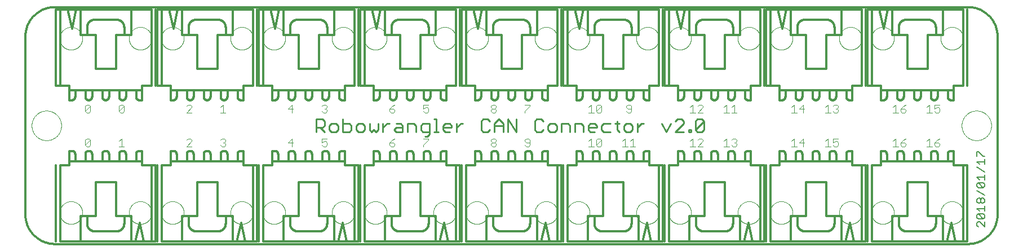
<source format=gto>
G75*
%MOIN*%
%OFA0B0*%
%FSLAX25Y25*%
%IPPOS*%
%LPD*%
%AMOC8*
5,1,8,0,0,1.08239X$1,22.5*
%
%ADD10C,0.01200*%
%ADD11C,0.00000*%
%ADD12C,0.01000*%
%ADD13C,0.00600*%
%ADD14C,0.00400*%
D10*
X0019100Y0001600D02*
X0559100Y0001600D01*
X0558600Y0003100D02*
X0558600Y0048100D01*
X0556100Y0048100D01*
X0556100Y0003100D01*
X0558600Y0003100D01*
X0556100Y0003100D02*
X0502100Y0003100D01*
X0502100Y0048100D01*
X0507600Y0048100D01*
X0507600Y0056600D01*
X0509100Y0056600D01*
X0509187Y0056598D01*
X0509274Y0056592D01*
X0509361Y0056583D01*
X0509447Y0056570D01*
X0509533Y0056553D01*
X0509618Y0056532D01*
X0509701Y0056507D01*
X0509784Y0056479D01*
X0509865Y0056448D01*
X0509945Y0056413D01*
X0510023Y0056374D01*
X0510100Y0056332D01*
X0510175Y0056287D01*
X0510247Y0056238D01*
X0510318Y0056187D01*
X0510386Y0056132D01*
X0510451Y0056075D01*
X0510514Y0056014D01*
X0510575Y0055951D01*
X0510632Y0055886D01*
X0510687Y0055818D01*
X0510738Y0055747D01*
X0510787Y0055675D01*
X0510832Y0055600D01*
X0510874Y0055523D01*
X0510913Y0055445D01*
X0510948Y0055365D01*
X0510979Y0055284D01*
X0511007Y0055201D01*
X0511032Y0055118D01*
X0511053Y0055033D01*
X0511070Y0054947D01*
X0511083Y0054861D01*
X0511092Y0054774D01*
X0511098Y0054687D01*
X0511100Y0054600D01*
X0511100Y0051100D01*
X0507600Y0050600D02*
X0550600Y0050600D01*
X0547100Y0051100D02*
X0547100Y0054600D01*
X0547102Y0054687D01*
X0547108Y0054774D01*
X0547117Y0054861D01*
X0547130Y0054947D01*
X0547147Y0055033D01*
X0547168Y0055118D01*
X0547193Y0055201D01*
X0547221Y0055284D01*
X0547252Y0055365D01*
X0547287Y0055445D01*
X0547326Y0055523D01*
X0547368Y0055600D01*
X0547413Y0055675D01*
X0547462Y0055747D01*
X0547513Y0055818D01*
X0547568Y0055886D01*
X0547625Y0055951D01*
X0547686Y0056014D01*
X0547749Y0056075D01*
X0547814Y0056132D01*
X0547882Y0056187D01*
X0547953Y0056238D01*
X0548025Y0056287D01*
X0548100Y0056332D01*
X0548177Y0056374D01*
X0548255Y0056413D01*
X0548335Y0056448D01*
X0548416Y0056479D01*
X0548499Y0056507D01*
X0548582Y0056532D01*
X0548667Y0056553D01*
X0548753Y0056570D01*
X0548839Y0056583D01*
X0548926Y0056592D01*
X0549013Y0056598D01*
X0549100Y0056600D01*
X0549600Y0056600D02*
X0550600Y0056600D01*
X0550600Y0048100D01*
X0556100Y0048100D01*
X0541100Y0051100D02*
X0541100Y0054600D01*
X0539100Y0056600D02*
X0539013Y0056598D01*
X0538926Y0056592D01*
X0538839Y0056583D01*
X0538753Y0056570D01*
X0538667Y0056553D01*
X0538582Y0056532D01*
X0538499Y0056507D01*
X0538416Y0056479D01*
X0538335Y0056448D01*
X0538255Y0056413D01*
X0538177Y0056374D01*
X0538100Y0056332D01*
X0538025Y0056287D01*
X0537953Y0056238D01*
X0537882Y0056187D01*
X0537814Y0056132D01*
X0537749Y0056075D01*
X0537686Y0056014D01*
X0537625Y0055951D01*
X0537568Y0055886D01*
X0537513Y0055818D01*
X0537462Y0055747D01*
X0537413Y0055675D01*
X0537368Y0055600D01*
X0537326Y0055523D01*
X0537287Y0055445D01*
X0537252Y0055365D01*
X0537221Y0055284D01*
X0537193Y0055201D01*
X0537168Y0055118D01*
X0537147Y0055033D01*
X0537130Y0054947D01*
X0537117Y0054861D01*
X0537108Y0054774D01*
X0537102Y0054687D01*
X0537100Y0054600D01*
X0537100Y0051100D01*
X0531100Y0051100D02*
X0531100Y0054600D01*
X0529100Y0056600D02*
X0529013Y0056598D01*
X0528926Y0056592D01*
X0528839Y0056583D01*
X0528753Y0056570D01*
X0528667Y0056553D01*
X0528582Y0056532D01*
X0528499Y0056507D01*
X0528416Y0056479D01*
X0528335Y0056448D01*
X0528255Y0056413D01*
X0528177Y0056374D01*
X0528100Y0056332D01*
X0528025Y0056287D01*
X0527953Y0056238D01*
X0527882Y0056187D01*
X0527814Y0056132D01*
X0527749Y0056075D01*
X0527686Y0056014D01*
X0527625Y0055951D01*
X0527568Y0055886D01*
X0527513Y0055818D01*
X0527462Y0055747D01*
X0527413Y0055675D01*
X0527368Y0055600D01*
X0527326Y0055523D01*
X0527287Y0055445D01*
X0527252Y0055365D01*
X0527221Y0055284D01*
X0527193Y0055201D01*
X0527168Y0055118D01*
X0527147Y0055033D01*
X0527130Y0054947D01*
X0527117Y0054861D01*
X0527108Y0054774D01*
X0527102Y0054687D01*
X0527100Y0054600D01*
X0527100Y0051100D01*
X0521100Y0051100D02*
X0521100Y0054600D01*
X0519100Y0056600D02*
X0519013Y0056598D01*
X0518926Y0056592D01*
X0518839Y0056583D01*
X0518753Y0056570D01*
X0518667Y0056553D01*
X0518582Y0056532D01*
X0518499Y0056507D01*
X0518416Y0056479D01*
X0518335Y0056448D01*
X0518255Y0056413D01*
X0518177Y0056374D01*
X0518100Y0056332D01*
X0518025Y0056287D01*
X0517953Y0056238D01*
X0517882Y0056187D01*
X0517814Y0056132D01*
X0517749Y0056075D01*
X0517686Y0056014D01*
X0517625Y0055951D01*
X0517568Y0055886D01*
X0517513Y0055818D01*
X0517462Y0055747D01*
X0517413Y0055675D01*
X0517368Y0055600D01*
X0517326Y0055523D01*
X0517287Y0055445D01*
X0517252Y0055365D01*
X0517221Y0055284D01*
X0517193Y0055201D01*
X0517168Y0055118D01*
X0517147Y0055033D01*
X0517130Y0054947D01*
X0517117Y0054861D01*
X0517108Y0054774D01*
X0517102Y0054687D01*
X0517100Y0054600D01*
X0517100Y0051100D01*
X0521100Y0054600D02*
X0521098Y0054687D01*
X0521092Y0054774D01*
X0521083Y0054861D01*
X0521070Y0054947D01*
X0521053Y0055033D01*
X0521032Y0055118D01*
X0521007Y0055201D01*
X0520979Y0055284D01*
X0520948Y0055365D01*
X0520913Y0055445D01*
X0520874Y0055523D01*
X0520832Y0055600D01*
X0520787Y0055675D01*
X0520738Y0055747D01*
X0520687Y0055818D01*
X0520632Y0055886D01*
X0520575Y0055951D01*
X0520514Y0056014D01*
X0520451Y0056075D01*
X0520386Y0056132D01*
X0520318Y0056187D01*
X0520247Y0056238D01*
X0520175Y0056287D01*
X0520100Y0056332D01*
X0520023Y0056374D01*
X0519945Y0056413D01*
X0519865Y0056448D01*
X0519784Y0056479D01*
X0519701Y0056507D01*
X0519618Y0056532D01*
X0519533Y0056553D01*
X0519447Y0056570D01*
X0519361Y0056583D01*
X0519274Y0056592D01*
X0519187Y0056598D01*
X0519100Y0056600D01*
X0529100Y0056600D02*
X0529187Y0056598D01*
X0529274Y0056592D01*
X0529361Y0056583D01*
X0529447Y0056570D01*
X0529533Y0056553D01*
X0529618Y0056532D01*
X0529701Y0056507D01*
X0529784Y0056479D01*
X0529865Y0056448D01*
X0529945Y0056413D01*
X0530023Y0056374D01*
X0530100Y0056332D01*
X0530175Y0056287D01*
X0530247Y0056238D01*
X0530318Y0056187D01*
X0530386Y0056132D01*
X0530451Y0056075D01*
X0530514Y0056014D01*
X0530575Y0055951D01*
X0530632Y0055886D01*
X0530687Y0055818D01*
X0530738Y0055747D01*
X0530787Y0055675D01*
X0530832Y0055600D01*
X0530874Y0055523D01*
X0530913Y0055445D01*
X0530948Y0055365D01*
X0530979Y0055284D01*
X0531007Y0055201D01*
X0531032Y0055118D01*
X0531053Y0055033D01*
X0531070Y0054947D01*
X0531083Y0054861D01*
X0531092Y0054774D01*
X0531098Y0054687D01*
X0531100Y0054600D01*
X0539100Y0056600D02*
X0539187Y0056598D01*
X0539274Y0056592D01*
X0539361Y0056583D01*
X0539447Y0056570D01*
X0539533Y0056553D01*
X0539618Y0056532D01*
X0539701Y0056507D01*
X0539784Y0056479D01*
X0539865Y0056448D01*
X0539945Y0056413D01*
X0540023Y0056374D01*
X0540100Y0056332D01*
X0540175Y0056287D01*
X0540247Y0056238D01*
X0540318Y0056187D01*
X0540386Y0056132D01*
X0540451Y0056075D01*
X0540514Y0056014D01*
X0540575Y0055951D01*
X0540632Y0055886D01*
X0540687Y0055818D01*
X0540738Y0055747D01*
X0540787Y0055675D01*
X0540832Y0055600D01*
X0540874Y0055523D01*
X0540913Y0055445D01*
X0540948Y0055365D01*
X0540979Y0055284D01*
X0541007Y0055201D01*
X0541032Y0055118D01*
X0541053Y0055033D01*
X0541070Y0054947D01*
X0541083Y0054861D01*
X0541092Y0054774D01*
X0541098Y0054687D01*
X0541100Y0054600D01*
X0499600Y0048100D02*
X0499600Y0003100D01*
X0498600Y0003100D02*
X0498600Y0048100D01*
X0496100Y0048100D01*
X0496100Y0003100D01*
X0498600Y0003100D01*
X0496100Y0003100D02*
X0442100Y0003100D01*
X0442100Y0048100D01*
X0447600Y0048100D01*
X0447600Y0056600D01*
X0449100Y0056600D01*
X0449187Y0056598D01*
X0449274Y0056592D01*
X0449361Y0056583D01*
X0449447Y0056570D01*
X0449533Y0056553D01*
X0449618Y0056532D01*
X0449701Y0056507D01*
X0449784Y0056479D01*
X0449865Y0056448D01*
X0449945Y0056413D01*
X0450023Y0056374D01*
X0450100Y0056332D01*
X0450175Y0056287D01*
X0450247Y0056238D01*
X0450318Y0056187D01*
X0450386Y0056132D01*
X0450451Y0056075D01*
X0450514Y0056014D01*
X0450575Y0055951D01*
X0450632Y0055886D01*
X0450687Y0055818D01*
X0450738Y0055747D01*
X0450787Y0055675D01*
X0450832Y0055600D01*
X0450874Y0055523D01*
X0450913Y0055445D01*
X0450948Y0055365D01*
X0450979Y0055284D01*
X0451007Y0055201D01*
X0451032Y0055118D01*
X0451053Y0055033D01*
X0451070Y0054947D01*
X0451083Y0054861D01*
X0451092Y0054774D01*
X0451098Y0054687D01*
X0451100Y0054600D01*
X0451100Y0051100D01*
X0447600Y0050600D02*
X0490600Y0050600D01*
X0487100Y0051100D02*
X0487100Y0054600D01*
X0487102Y0054687D01*
X0487108Y0054774D01*
X0487117Y0054861D01*
X0487130Y0054947D01*
X0487147Y0055033D01*
X0487168Y0055118D01*
X0487193Y0055201D01*
X0487221Y0055284D01*
X0487252Y0055365D01*
X0487287Y0055445D01*
X0487326Y0055523D01*
X0487368Y0055600D01*
X0487413Y0055675D01*
X0487462Y0055747D01*
X0487513Y0055818D01*
X0487568Y0055886D01*
X0487625Y0055951D01*
X0487686Y0056014D01*
X0487749Y0056075D01*
X0487814Y0056132D01*
X0487882Y0056187D01*
X0487953Y0056238D01*
X0488025Y0056287D01*
X0488100Y0056332D01*
X0488177Y0056374D01*
X0488255Y0056413D01*
X0488335Y0056448D01*
X0488416Y0056479D01*
X0488499Y0056507D01*
X0488582Y0056532D01*
X0488667Y0056553D01*
X0488753Y0056570D01*
X0488839Y0056583D01*
X0488926Y0056592D01*
X0489013Y0056598D01*
X0489100Y0056600D01*
X0489600Y0056600D02*
X0490600Y0056600D01*
X0490600Y0048100D01*
X0496100Y0048100D01*
X0481100Y0051100D02*
X0481100Y0054600D01*
X0479100Y0056600D02*
X0479013Y0056598D01*
X0478926Y0056592D01*
X0478839Y0056583D01*
X0478753Y0056570D01*
X0478667Y0056553D01*
X0478582Y0056532D01*
X0478499Y0056507D01*
X0478416Y0056479D01*
X0478335Y0056448D01*
X0478255Y0056413D01*
X0478177Y0056374D01*
X0478100Y0056332D01*
X0478025Y0056287D01*
X0477953Y0056238D01*
X0477882Y0056187D01*
X0477814Y0056132D01*
X0477749Y0056075D01*
X0477686Y0056014D01*
X0477625Y0055951D01*
X0477568Y0055886D01*
X0477513Y0055818D01*
X0477462Y0055747D01*
X0477413Y0055675D01*
X0477368Y0055600D01*
X0477326Y0055523D01*
X0477287Y0055445D01*
X0477252Y0055365D01*
X0477221Y0055284D01*
X0477193Y0055201D01*
X0477168Y0055118D01*
X0477147Y0055033D01*
X0477130Y0054947D01*
X0477117Y0054861D01*
X0477108Y0054774D01*
X0477102Y0054687D01*
X0477100Y0054600D01*
X0477100Y0051100D01*
X0471100Y0051100D02*
X0471100Y0054600D01*
X0469100Y0056600D02*
X0469013Y0056598D01*
X0468926Y0056592D01*
X0468839Y0056583D01*
X0468753Y0056570D01*
X0468667Y0056553D01*
X0468582Y0056532D01*
X0468499Y0056507D01*
X0468416Y0056479D01*
X0468335Y0056448D01*
X0468255Y0056413D01*
X0468177Y0056374D01*
X0468100Y0056332D01*
X0468025Y0056287D01*
X0467953Y0056238D01*
X0467882Y0056187D01*
X0467814Y0056132D01*
X0467749Y0056075D01*
X0467686Y0056014D01*
X0467625Y0055951D01*
X0467568Y0055886D01*
X0467513Y0055818D01*
X0467462Y0055747D01*
X0467413Y0055675D01*
X0467368Y0055600D01*
X0467326Y0055523D01*
X0467287Y0055445D01*
X0467252Y0055365D01*
X0467221Y0055284D01*
X0467193Y0055201D01*
X0467168Y0055118D01*
X0467147Y0055033D01*
X0467130Y0054947D01*
X0467117Y0054861D01*
X0467108Y0054774D01*
X0467102Y0054687D01*
X0467100Y0054600D01*
X0467100Y0051100D01*
X0461100Y0051100D02*
X0461100Y0054600D01*
X0459100Y0056600D02*
X0459013Y0056598D01*
X0458926Y0056592D01*
X0458839Y0056583D01*
X0458753Y0056570D01*
X0458667Y0056553D01*
X0458582Y0056532D01*
X0458499Y0056507D01*
X0458416Y0056479D01*
X0458335Y0056448D01*
X0458255Y0056413D01*
X0458177Y0056374D01*
X0458100Y0056332D01*
X0458025Y0056287D01*
X0457953Y0056238D01*
X0457882Y0056187D01*
X0457814Y0056132D01*
X0457749Y0056075D01*
X0457686Y0056014D01*
X0457625Y0055951D01*
X0457568Y0055886D01*
X0457513Y0055818D01*
X0457462Y0055747D01*
X0457413Y0055675D01*
X0457368Y0055600D01*
X0457326Y0055523D01*
X0457287Y0055445D01*
X0457252Y0055365D01*
X0457221Y0055284D01*
X0457193Y0055201D01*
X0457168Y0055118D01*
X0457147Y0055033D01*
X0457130Y0054947D01*
X0457117Y0054861D01*
X0457108Y0054774D01*
X0457102Y0054687D01*
X0457100Y0054600D01*
X0457100Y0051100D01*
X0461100Y0054600D02*
X0461098Y0054687D01*
X0461092Y0054774D01*
X0461083Y0054861D01*
X0461070Y0054947D01*
X0461053Y0055033D01*
X0461032Y0055118D01*
X0461007Y0055201D01*
X0460979Y0055284D01*
X0460948Y0055365D01*
X0460913Y0055445D01*
X0460874Y0055523D01*
X0460832Y0055600D01*
X0460787Y0055675D01*
X0460738Y0055747D01*
X0460687Y0055818D01*
X0460632Y0055886D01*
X0460575Y0055951D01*
X0460514Y0056014D01*
X0460451Y0056075D01*
X0460386Y0056132D01*
X0460318Y0056187D01*
X0460247Y0056238D01*
X0460175Y0056287D01*
X0460100Y0056332D01*
X0460023Y0056374D01*
X0459945Y0056413D01*
X0459865Y0056448D01*
X0459784Y0056479D01*
X0459701Y0056507D01*
X0459618Y0056532D01*
X0459533Y0056553D01*
X0459447Y0056570D01*
X0459361Y0056583D01*
X0459274Y0056592D01*
X0459187Y0056598D01*
X0459100Y0056600D01*
X0469100Y0056600D02*
X0469187Y0056598D01*
X0469274Y0056592D01*
X0469361Y0056583D01*
X0469447Y0056570D01*
X0469533Y0056553D01*
X0469618Y0056532D01*
X0469701Y0056507D01*
X0469784Y0056479D01*
X0469865Y0056448D01*
X0469945Y0056413D01*
X0470023Y0056374D01*
X0470100Y0056332D01*
X0470175Y0056287D01*
X0470247Y0056238D01*
X0470318Y0056187D01*
X0470386Y0056132D01*
X0470451Y0056075D01*
X0470514Y0056014D01*
X0470575Y0055951D01*
X0470632Y0055886D01*
X0470687Y0055818D01*
X0470738Y0055747D01*
X0470787Y0055675D01*
X0470832Y0055600D01*
X0470874Y0055523D01*
X0470913Y0055445D01*
X0470948Y0055365D01*
X0470979Y0055284D01*
X0471007Y0055201D01*
X0471032Y0055118D01*
X0471053Y0055033D01*
X0471070Y0054947D01*
X0471083Y0054861D01*
X0471092Y0054774D01*
X0471098Y0054687D01*
X0471100Y0054600D01*
X0479100Y0056600D02*
X0479187Y0056598D01*
X0479274Y0056592D01*
X0479361Y0056583D01*
X0479447Y0056570D01*
X0479533Y0056553D01*
X0479618Y0056532D01*
X0479701Y0056507D01*
X0479784Y0056479D01*
X0479865Y0056448D01*
X0479945Y0056413D01*
X0480023Y0056374D01*
X0480100Y0056332D01*
X0480175Y0056287D01*
X0480247Y0056238D01*
X0480318Y0056187D01*
X0480386Y0056132D01*
X0480451Y0056075D01*
X0480514Y0056014D01*
X0480575Y0055951D01*
X0480632Y0055886D01*
X0480687Y0055818D01*
X0480738Y0055747D01*
X0480787Y0055675D01*
X0480832Y0055600D01*
X0480874Y0055523D01*
X0480913Y0055445D01*
X0480948Y0055365D01*
X0480979Y0055284D01*
X0481007Y0055201D01*
X0481032Y0055118D01*
X0481053Y0055033D01*
X0481070Y0054947D01*
X0481083Y0054861D01*
X0481092Y0054774D01*
X0481098Y0054687D01*
X0481100Y0054600D01*
X0439600Y0048100D02*
X0439600Y0003100D01*
X0438600Y0003100D02*
X0438600Y0048100D01*
X0436100Y0048100D01*
X0436100Y0003100D01*
X0438600Y0003100D01*
X0436100Y0003100D02*
X0382100Y0003100D01*
X0382100Y0048100D01*
X0387600Y0048100D01*
X0387600Y0056600D01*
X0389100Y0056600D01*
X0389187Y0056598D01*
X0389274Y0056592D01*
X0389361Y0056583D01*
X0389447Y0056570D01*
X0389533Y0056553D01*
X0389618Y0056532D01*
X0389701Y0056507D01*
X0389784Y0056479D01*
X0389865Y0056448D01*
X0389945Y0056413D01*
X0390023Y0056374D01*
X0390100Y0056332D01*
X0390175Y0056287D01*
X0390247Y0056238D01*
X0390318Y0056187D01*
X0390386Y0056132D01*
X0390451Y0056075D01*
X0390514Y0056014D01*
X0390575Y0055951D01*
X0390632Y0055886D01*
X0390687Y0055818D01*
X0390738Y0055747D01*
X0390787Y0055675D01*
X0390832Y0055600D01*
X0390874Y0055523D01*
X0390913Y0055445D01*
X0390948Y0055365D01*
X0390979Y0055284D01*
X0391007Y0055201D01*
X0391032Y0055118D01*
X0391053Y0055033D01*
X0391070Y0054947D01*
X0391083Y0054861D01*
X0391092Y0054774D01*
X0391098Y0054687D01*
X0391100Y0054600D01*
X0391100Y0051100D01*
X0387600Y0050600D02*
X0430600Y0050600D01*
X0427100Y0051100D02*
X0427100Y0054600D01*
X0427102Y0054687D01*
X0427108Y0054774D01*
X0427117Y0054861D01*
X0427130Y0054947D01*
X0427147Y0055033D01*
X0427168Y0055118D01*
X0427193Y0055201D01*
X0427221Y0055284D01*
X0427252Y0055365D01*
X0427287Y0055445D01*
X0427326Y0055523D01*
X0427368Y0055600D01*
X0427413Y0055675D01*
X0427462Y0055747D01*
X0427513Y0055818D01*
X0427568Y0055886D01*
X0427625Y0055951D01*
X0427686Y0056014D01*
X0427749Y0056075D01*
X0427814Y0056132D01*
X0427882Y0056187D01*
X0427953Y0056238D01*
X0428025Y0056287D01*
X0428100Y0056332D01*
X0428177Y0056374D01*
X0428255Y0056413D01*
X0428335Y0056448D01*
X0428416Y0056479D01*
X0428499Y0056507D01*
X0428582Y0056532D01*
X0428667Y0056553D01*
X0428753Y0056570D01*
X0428839Y0056583D01*
X0428926Y0056592D01*
X0429013Y0056598D01*
X0429100Y0056600D01*
X0429600Y0056600D02*
X0430600Y0056600D01*
X0430600Y0048100D01*
X0436100Y0048100D01*
X0421100Y0051100D02*
X0421100Y0054600D01*
X0419100Y0056600D02*
X0419013Y0056598D01*
X0418926Y0056592D01*
X0418839Y0056583D01*
X0418753Y0056570D01*
X0418667Y0056553D01*
X0418582Y0056532D01*
X0418499Y0056507D01*
X0418416Y0056479D01*
X0418335Y0056448D01*
X0418255Y0056413D01*
X0418177Y0056374D01*
X0418100Y0056332D01*
X0418025Y0056287D01*
X0417953Y0056238D01*
X0417882Y0056187D01*
X0417814Y0056132D01*
X0417749Y0056075D01*
X0417686Y0056014D01*
X0417625Y0055951D01*
X0417568Y0055886D01*
X0417513Y0055818D01*
X0417462Y0055747D01*
X0417413Y0055675D01*
X0417368Y0055600D01*
X0417326Y0055523D01*
X0417287Y0055445D01*
X0417252Y0055365D01*
X0417221Y0055284D01*
X0417193Y0055201D01*
X0417168Y0055118D01*
X0417147Y0055033D01*
X0417130Y0054947D01*
X0417117Y0054861D01*
X0417108Y0054774D01*
X0417102Y0054687D01*
X0417100Y0054600D01*
X0417100Y0051100D01*
X0411100Y0051100D02*
X0411100Y0054600D01*
X0409100Y0056600D02*
X0409013Y0056598D01*
X0408926Y0056592D01*
X0408839Y0056583D01*
X0408753Y0056570D01*
X0408667Y0056553D01*
X0408582Y0056532D01*
X0408499Y0056507D01*
X0408416Y0056479D01*
X0408335Y0056448D01*
X0408255Y0056413D01*
X0408177Y0056374D01*
X0408100Y0056332D01*
X0408025Y0056287D01*
X0407953Y0056238D01*
X0407882Y0056187D01*
X0407814Y0056132D01*
X0407749Y0056075D01*
X0407686Y0056014D01*
X0407625Y0055951D01*
X0407568Y0055886D01*
X0407513Y0055818D01*
X0407462Y0055747D01*
X0407413Y0055675D01*
X0407368Y0055600D01*
X0407326Y0055523D01*
X0407287Y0055445D01*
X0407252Y0055365D01*
X0407221Y0055284D01*
X0407193Y0055201D01*
X0407168Y0055118D01*
X0407147Y0055033D01*
X0407130Y0054947D01*
X0407117Y0054861D01*
X0407108Y0054774D01*
X0407102Y0054687D01*
X0407100Y0054600D01*
X0407100Y0051100D01*
X0401100Y0051100D02*
X0401100Y0054600D01*
X0399100Y0056600D02*
X0399013Y0056598D01*
X0398926Y0056592D01*
X0398839Y0056583D01*
X0398753Y0056570D01*
X0398667Y0056553D01*
X0398582Y0056532D01*
X0398499Y0056507D01*
X0398416Y0056479D01*
X0398335Y0056448D01*
X0398255Y0056413D01*
X0398177Y0056374D01*
X0398100Y0056332D01*
X0398025Y0056287D01*
X0397953Y0056238D01*
X0397882Y0056187D01*
X0397814Y0056132D01*
X0397749Y0056075D01*
X0397686Y0056014D01*
X0397625Y0055951D01*
X0397568Y0055886D01*
X0397513Y0055818D01*
X0397462Y0055747D01*
X0397413Y0055675D01*
X0397368Y0055600D01*
X0397326Y0055523D01*
X0397287Y0055445D01*
X0397252Y0055365D01*
X0397221Y0055284D01*
X0397193Y0055201D01*
X0397168Y0055118D01*
X0397147Y0055033D01*
X0397130Y0054947D01*
X0397117Y0054861D01*
X0397108Y0054774D01*
X0397102Y0054687D01*
X0397100Y0054600D01*
X0397100Y0051100D01*
X0401100Y0054600D02*
X0401098Y0054687D01*
X0401092Y0054774D01*
X0401083Y0054861D01*
X0401070Y0054947D01*
X0401053Y0055033D01*
X0401032Y0055118D01*
X0401007Y0055201D01*
X0400979Y0055284D01*
X0400948Y0055365D01*
X0400913Y0055445D01*
X0400874Y0055523D01*
X0400832Y0055600D01*
X0400787Y0055675D01*
X0400738Y0055747D01*
X0400687Y0055818D01*
X0400632Y0055886D01*
X0400575Y0055951D01*
X0400514Y0056014D01*
X0400451Y0056075D01*
X0400386Y0056132D01*
X0400318Y0056187D01*
X0400247Y0056238D01*
X0400175Y0056287D01*
X0400100Y0056332D01*
X0400023Y0056374D01*
X0399945Y0056413D01*
X0399865Y0056448D01*
X0399784Y0056479D01*
X0399701Y0056507D01*
X0399618Y0056532D01*
X0399533Y0056553D01*
X0399447Y0056570D01*
X0399361Y0056583D01*
X0399274Y0056592D01*
X0399187Y0056598D01*
X0399100Y0056600D01*
X0409100Y0056600D02*
X0409187Y0056598D01*
X0409274Y0056592D01*
X0409361Y0056583D01*
X0409447Y0056570D01*
X0409533Y0056553D01*
X0409618Y0056532D01*
X0409701Y0056507D01*
X0409784Y0056479D01*
X0409865Y0056448D01*
X0409945Y0056413D01*
X0410023Y0056374D01*
X0410100Y0056332D01*
X0410175Y0056287D01*
X0410247Y0056238D01*
X0410318Y0056187D01*
X0410386Y0056132D01*
X0410451Y0056075D01*
X0410514Y0056014D01*
X0410575Y0055951D01*
X0410632Y0055886D01*
X0410687Y0055818D01*
X0410738Y0055747D01*
X0410787Y0055675D01*
X0410832Y0055600D01*
X0410874Y0055523D01*
X0410913Y0055445D01*
X0410948Y0055365D01*
X0410979Y0055284D01*
X0411007Y0055201D01*
X0411032Y0055118D01*
X0411053Y0055033D01*
X0411070Y0054947D01*
X0411083Y0054861D01*
X0411092Y0054774D01*
X0411098Y0054687D01*
X0411100Y0054600D01*
X0419100Y0056600D02*
X0419187Y0056598D01*
X0419274Y0056592D01*
X0419361Y0056583D01*
X0419447Y0056570D01*
X0419533Y0056553D01*
X0419618Y0056532D01*
X0419701Y0056507D01*
X0419784Y0056479D01*
X0419865Y0056448D01*
X0419945Y0056413D01*
X0420023Y0056374D01*
X0420100Y0056332D01*
X0420175Y0056287D01*
X0420247Y0056238D01*
X0420318Y0056187D01*
X0420386Y0056132D01*
X0420451Y0056075D01*
X0420514Y0056014D01*
X0420575Y0055951D01*
X0420632Y0055886D01*
X0420687Y0055818D01*
X0420738Y0055747D01*
X0420787Y0055675D01*
X0420832Y0055600D01*
X0420874Y0055523D01*
X0420913Y0055445D01*
X0420948Y0055365D01*
X0420979Y0055284D01*
X0421007Y0055201D01*
X0421032Y0055118D01*
X0421053Y0055033D01*
X0421070Y0054947D01*
X0421083Y0054861D01*
X0421092Y0054774D01*
X0421098Y0054687D01*
X0421100Y0054600D01*
X0379600Y0048100D02*
X0379600Y0003100D01*
X0378600Y0003100D02*
X0378600Y0048100D01*
X0376100Y0048100D01*
X0376100Y0003100D01*
X0378600Y0003100D01*
X0376100Y0003100D02*
X0322100Y0003100D01*
X0322100Y0048100D01*
X0327600Y0048100D01*
X0327600Y0056600D01*
X0329100Y0056600D01*
X0329187Y0056598D01*
X0329274Y0056592D01*
X0329361Y0056583D01*
X0329447Y0056570D01*
X0329533Y0056553D01*
X0329618Y0056532D01*
X0329701Y0056507D01*
X0329784Y0056479D01*
X0329865Y0056448D01*
X0329945Y0056413D01*
X0330023Y0056374D01*
X0330100Y0056332D01*
X0330175Y0056287D01*
X0330247Y0056238D01*
X0330318Y0056187D01*
X0330386Y0056132D01*
X0330451Y0056075D01*
X0330514Y0056014D01*
X0330575Y0055951D01*
X0330632Y0055886D01*
X0330687Y0055818D01*
X0330738Y0055747D01*
X0330787Y0055675D01*
X0330832Y0055600D01*
X0330874Y0055523D01*
X0330913Y0055445D01*
X0330948Y0055365D01*
X0330979Y0055284D01*
X0331007Y0055201D01*
X0331032Y0055118D01*
X0331053Y0055033D01*
X0331070Y0054947D01*
X0331083Y0054861D01*
X0331092Y0054774D01*
X0331098Y0054687D01*
X0331100Y0054600D01*
X0331100Y0051100D01*
X0327600Y0050600D02*
X0370600Y0050600D01*
X0367100Y0051100D02*
X0367100Y0054600D01*
X0367102Y0054687D01*
X0367108Y0054774D01*
X0367117Y0054861D01*
X0367130Y0054947D01*
X0367147Y0055033D01*
X0367168Y0055118D01*
X0367193Y0055201D01*
X0367221Y0055284D01*
X0367252Y0055365D01*
X0367287Y0055445D01*
X0367326Y0055523D01*
X0367368Y0055600D01*
X0367413Y0055675D01*
X0367462Y0055747D01*
X0367513Y0055818D01*
X0367568Y0055886D01*
X0367625Y0055951D01*
X0367686Y0056014D01*
X0367749Y0056075D01*
X0367814Y0056132D01*
X0367882Y0056187D01*
X0367953Y0056238D01*
X0368025Y0056287D01*
X0368100Y0056332D01*
X0368177Y0056374D01*
X0368255Y0056413D01*
X0368335Y0056448D01*
X0368416Y0056479D01*
X0368499Y0056507D01*
X0368582Y0056532D01*
X0368667Y0056553D01*
X0368753Y0056570D01*
X0368839Y0056583D01*
X0368926Y0056592D01*
X0369013Y0056598D01*
X0369100Y0056600D01*
X0369600Y0056600D02*
X0370600Y0056600D01*
X0370600Y0048100D01*
X0376100Y0048100D01*
X0361100Y0051100D02*
X0361100Y0054600D01*
X0359100Y0056600D02*
X0359013Y0056598D01*
X0358926Y0056592D01*
X0358839Y0056583D01*
X0358753Y0056570D01*
X0358667Y0056553D01*
X0358582Y0056532D01*
X0358499Y0056507D01*
X0358416Y0056479D01*
X0358335Y0056448D01*
X0358255Y0056413D01*
X0358177Y0056374D01*
X0358100Y0056332D01*
X0358025Y0056287D01*
X0357953Y0056238D01*
X0357882Y0056187D01*
X0357814Y0056132D01*
X0357749Y0056075D01*
X0357686Y0056014D01*
X0357625Y0055951D01*
X0357568Y0055886D01*
X0357513Y0055818D01*
X0357462Y0055747D01*
X0357413Y0055675D01*
X0357368Y0055600D01*
X0357326Y0055523D01*
X0357287Y0055445D01*
X0357252Y0055365D01*
X0357221Y0055284D01*
X0357193Y0055201D01*
X0357168Y0055118D01*
X0357147Y0055033D01*
X0357130Y0054947D01*
X0357117Y0054861D01*
X0357108Y0054774D01*
X0357102Y0054687D01*
X0357100Y0054600D01*
X0357100Y0051100D01*
X0351100Y0051100D02*
X0351100Y0054600D01*
X0349100Y0056600D02*
X0349013Y0056598D01*
X0348926Y0056592D01*
X0348839Y0056583D01*
X0348753Y0056570D01*
X0348667Y0056553D01*
X0348582Y0056532D01*
X0348499Y0056507D01*
X0348416Y0056479D01*
X0348335Y0056448D01*
X0348255Y0056413D01*
X0348177Y0056374D01*
X0348100Y0056332D01*
X0348025Y0056287D01*
X0347953Y0056238D01*
X0347882Y0056187D01*
X0347814Y0056132D01*
X0347749Y0056075D01*
X0347686Y0056014D01*
X0347625Y0055951D01*
X0347568Y0055886D01*
X0347513Y0055818D01*
X0347462Y0055747D01*
X0347413Y0055675D01*
X0347368Y0055600D01*
X0347326Y0055523D01*
X0347287Y0055445D01*
X0347252Y0055365D01*
X0347221Y0055284D01*
X0347193Y0055201D01*
X0347168Y0055118D01*
X0347147Y0055033D01*
X0347130Y0054947D01*
X0347117Y0054861D01*
X0347108Y0054774D01*
X0347102Y0054687D01*
X0347100Y0054600D01*
X0347100Y0051100D01*
X0341100Y0051100D02*
X0341100Y0054600D01*
X0339100Y0056600D02*
X0339013Y0056598D01*
X0338926Y0056592D01*
X0338839Y0056583D01*
X0338753Y0056570D01*
X0338667Y0056553D01*
X0338582Y0056532D01*
X0338499Y0056507D01*
X0338416Y0056479D01*
X0338335Y0056448D01*
X0338255Y0056413D01*
X0338177Y0056374D01*
X0338100Y0056332D01*
X0338025Y0056287D01*
X0337953Y0056238D01*
X0337882Y0056187D01*
X0337814Y0056132D01*
X0337749Y0056075D01*
X0337686Y0056014D01*
X0337625Y0055951D01*
X0337568Y0055886D01*
X0337513Y0055818D01*
X0337462Y0055747D01*
X0337413Y0055675D01*
X0337368Y0055600D01*
X0337326Y0055523D01*
X0337287Y0055445D01*
X0337252Y0055365D01*
X0337221Y0055284D01*
X0337193Y0055201D01*
X0337168Y0055118D01*
X0337147Y0055033D01*
X0337130Y0054947D01*
X0337117Y0054861D01*
X0337108Y0054774D01*
X0337102Y0054687D01*
X0337100Y0054600D01*
X0337100Y0051100D01*
X0341100Y0054600D02*
X0341098Y0054687D01*
X0341092Y0054774D01*
X0341083Y0054861D01*
X0341070Y0054947D01*
X0341053Y0055033D01*
X0341032Y0055118D01*
X0341007Y0055201D01*
X0340979Y0055284D01*
X0340948Y0055365D01*
X0340913Y0055445D01*
X0340874Y0055523D01*
X0340832Y0055600D01*
X0340787Y0055675D01*
X0340738Y0055747D01*
X0340687Y0055818D01*
X0340632Y0055886D01*
X0340575Y0055951D01*
X0340514Y0056014D01*
X0340451Y0056075D01*
X0340386Y0056132D01*
X0340318Y0056187D01*
X0340247Y0056238D01*
X0340175Y0056287D01*
X0340100Y0056332D01*
X0340023Y0056374D01*
X0339945Y0056413D01*
X0339865Y0056448D01*
X0339784Y0056479D01*
X0339701Y0056507D01*
X0339618Y0056532D01*
X0339533Y0056553D01*
X0339447Y0056570D01*
X0339361Y0056583D01*
X0339274Y0056592D01*
X0339187Y0056598D01*
X0339100Y0056600D01*
X0349100Y0056600D02*
X0349187Y0056598D01*
X0349274Y0056592D01*
X0349361Y0056583D01*
X0349447Y0056570D01*
X0349533Y0056553D01*
X0349618Y0056532D01*
X0349701Y0056507D01*
X0349784Y0056479D01*
X0349865Y0056448D01*
X0349945Y0056413D01*
X0350023Y0056374D01*
X0350100Y0056332D01*
X0350175Y0056287D01*
X0350247Y0056238D01*
X0350318Y0056187D01*
X0350386Y0056132D01*
X0350451Y0056075D01*
X0350514Y0056014D01*
X0350575Y0055951D01*
X0350632Y0055886D01*
X0350687Y0055818D01*
X0350738Y0055747D01*
X0350787Y0055675D01*
X0350832Y0055600D01*
X0350874Y0055523D01*
X0350913Y0055445D01*
X0350948Y0055365D01*
X0350979Y0055284D01*
X0351007Y0055201D01*
X0351032Y0055118D01*
X0351053Y0055033D01*
X0351070Y0054947D01*
X0351083Y0054861D01*
X0351092Y0054774D01*
X0351098Y0054687D01*
X0351100Y0054600D01*
X0359100Y0056600D02*
X0359187Y0056598D01*
X0359274Y0056592D01*
X0359361Y0056583D01*
X0359447Y0056570D01*
X0359533Y0056553D01*
X0359618Y0056532D01*
X0359701Y0056507D01*
X0359784Y0056479D01*
X0359865Y0056448D01*
X0359945Y0056413D01*
X0360023Y0056374D01*
X0360100Y0056332D01*
X0360175Y0056287D01*
X0360247Y0056238D01*
X0360318Y0056187D01*
X0360386Y0056132D01*
X0360451Y0056075D01*
X0360514Y0056014D01*
X0360575Y0055951D01*
X0360632Y0055886D01*
X0360687Y0055818D01*
X0360738Y0055747D01*
X0360787Y0055675D01*
X0360832Y0055600D01*
X0360874Y0055523D01*
X0360913Y0055445D01*
X0360948Y0055365D01*
X0360979Y0055284D01*
X0361007Y0055201D01*
X0361032Y0055118D01*
X0361053Y0055033D01*
X0361070Y0054947D01*
X0361083Y0054861D01*
X0361092Y0054774D01*
X0361098Y0054687D01*
X0361100Y0054600D01*
X0319600Y0048100D02*
X0319600Y0003100D01*
X0318600Y0003100D02*
X0318600Y0048100D01*
X0316100Y0048100D01*
X0316100Y0003100D01*
X0318600Y0003100D01*
X0316100Y0003100D02*
X0262100Y0003100D01*
X0262100Y0048100D01*
X0267600Y0048100D01*
X0267600Y0056600D01*
X0269100Y0056600D01*
X0269187Y0056598D01*
X0269274Y0056592D01*
X0269361Y0056583D01*
X0269447Y0056570D01*
X0269533Y0056553D01*
X0269618Y0056532D01*
X0269701Y0056507D01*
X0269784Y0056479D01*
X0269865Y0056448D01*
X0269945Y0056413D01*
X0270023Y0056374D01*
X0270100Y0056332D01*
X0270175Y0056287D01*
X0270247Y0056238D01*
X0270318Y0056187D01*
X0270386Y0056132D01*
X0270451Y0056075D01*
X0270514Y0056014D01*
X0270575Y0055951D01*
X0270632Y0055886D01*
X0270687Y0055818D01*
X0270738Y0055747D01*
X0270787Y0055675D01*
X0270832Y0055600D01*
X0270874Y0055523D01*
X0270913Y0055445D01*
X0270948Y0055365D01*
X0270979Y0055284D01*
X0271007Y0055201D01*
X0271032Y0055118D01*
X0271053Y0055033D01*
X0271070Y0054947D01*
X0271083Y0054861D01*
X0271092Y0054774D01*
X0271098Y0054687D01*
X0271100Y0054600D01*
X0271100Y0051100D01*
X0267600Y0050600D02*
X0310600Y0050600D01*
X0307100Y0051100D02*
X0307100Y0054600D01*
X0307102Y0054687D01*
X0307108Y0054774D01*
X0307117Y0054861D01*
X0307130Y0054947D01*
X0307147Y0055033D01*
X0307168Y0055118D01*
X0307193Y0055201D01*
X0307221Y0055284D01*
X0307252Y0055365D01*
X0307287Y0055445D01*
X0307326Y0055523D01*
X0307368Y0055600D01*
X0307413Y0055675D01*
X0307462Y0055747D01*
X0307513Y0055818D01*
X0307568Y0055886D01*
X0307625Y0055951D01*
X0307686Y0056014D01*
X0307749Y0056075D01*
X0307814Y0056132D01*
X0307882Y0056187D01*
X0307953Y0056238D01*
X0308025Y0056287D01*
X0308100Y0056332D01*
X0308177Y0056374D01*
X0308255Y0056413D01*
X0308335Y0056448D01*
X0308416Y0056479D01*
X0308499Y0056507D01*
X0308582Y0056532D01*
X0308667Y0056553D01*
X0308753Y0056570D01*
X0308839Y0056583D01*
X0308926Y0056592D01*
X0309013Y0056598D01*
X0309100Y0056600D01*
X0309600Y0056600D02*
X0310600Y0056600D01*
X0310600Y0048100D01*
X0316100Y0048100D01*
X0301100Y0051100D02*
X0301100Y0054600D01*
X0299100Y0056600D02*
X0299013Y0056598D01*
X0298926Y0056592D01*
X0298839Y0056583D01*
X0298753Y0056570D01*
X0298667Y0056553D01*
X0298582Y0056532D01*
X0298499Y0056507D01*
X0298416Y0056479D01*
X0298335Y0056448D01*
X0298255Y0056413D01*
X0298177Y0056374D01*
X0298100Y0056332D01*
X0298025Y0056287D01*
X0297953Y0056238D01*
X0297882Y0056187D01*
X0297814Y0056132D01*
X0297749Y0056075D01*
X0297686Y0056014D01*
X0297625Y0055951D01*
X0297568Y0055886D01*
X0297513Y0055818D01*
X0297462Y0055747D01*
X0297413Y0055675D01*
X0297368Y0055600D01*
X0297326Y0055523D01*
X0297287Y0055445D01*
X0297252Y0055365D01*
X0297221Y0055284D01*
X0297193Y0055201D01*
X0297168Y0055118D01*
X0297147Y0055033D01*
X0297130Y0054947D01*
X0297117Y0054861D01*
X0297108Y0054774D01*
X0297102Y0054687D01*
X0297100Y0054600D01*
X0297100Y0051100D01*
X0291100Y0051100D02*
X0291100Y0054600D01*
X0289100Y0056600D02*
X0289013Y0056598D01*
X0288926Y0056592D01*
X0288839Y0056583D01*
X0288753Y0056570D01*
X0288667Y0056553D01*
X0288582Y0056532D01*
X0288499Y0056507D01*
X0288416Y0056479D01*
X0288335Y0056448D01*
X0288255Y0056413D01*
X0288177Y0056374D01*
X0288100Y0056332D01*
X0288025Y0056287D01*
X0287953Y0056238D01*
X0287882Y0056187D01*
X0287814Y0056132D01*
X0287749Y0056075D01*
X0287686Y0056014D01*
X0287625Y0055951D01*
X0287568Y0055886D01*
X0287513Y0055818D01*
X0287462Y0055747D01*
X0287413Y0055675D01*
X0287368Y0055600D01*
X0287326Y0055523D01*
X0287287Y0055445D01*
X0287252Y0055365D01*
X0287221Y0055284D01*
X0287193Y0055201D01*
X0287168Y0055118D01*
X0287147Y0055033D01*
X0287130Y0054947D01*
X0287117Y0054861D01*
X0287108Y0054774D01*
X0287102Y0054687D01*
X0287100Y0054600D01*
X0287100Y0051100D01*
X0281100Y0051100D02*
X0281100Y0054600D01*
X0279100Y0056600D02*
X0279013Y0056598D01*
X0278926Y0056592D01*
X0278839Y0056583D01*
X0278753Y0056570D01*
X0278667Y0056553D01*
X0278582Y0056532D01*
X0278499Y0056507D01*
X0278416Y0056479D01*
X0278335Y0056448D01*
X0278255Y0056413D01*
X0278177Y0056374D01*
X0278100Y0056332D01*
X0278025Y0056287D01*
X0277953Y0056238D01*
X0277882Y0056187D01*
X0277814Y0056132D01*
X0277749Y0056075D01*
X0277686Y0056014D01*
X0277625Y0055951D01*
X0277568Y0055886D01*
X0277513Y0055818D01*
X0277462Y0055747D01*
X0277413Y0055675D01*
X0277368Y0055600D01*
X0277326Y0055523D01*
X0277287Y0055445D01*
X0277252Y0055365D01*
X0277221Y0055284D01*
X0277193Y0055201D01*
X0277168Y0055118D01*
X0277147Y0055033D01*
X0277130Y0054947D01*
X0277117Y0054861D01*
X0277108Y0054774D01*
X0277102Y0054687D01*
X0277100Y0054600D01*
X0277100Y0051100D01*
X0281100Y0054600D02*
X0281098Y0054687D01*
X0281092Y0054774D01*
X0281083Y0054861D01*
X0281070Y0054947D01*
X0281053Y0055033D01*
X0281032Y0055118D01*
X0281007Y0055201D01*
X0280979Y0055284D01*
X0280948Y0055365D01*
X0280913Y0055445D01*
X0280874Y0055523D01*
X0280832Y0055600D01*
X0280787Y0055675D01*
X0280738Y0055747D01*
X0280687Y0055818D01*
X0280632Y0055886D01*
X0280575Y0055951D01*
X0280514Y0056014D01*
X0280451Y0056075D01*
X0280386Y0056132D01*
X0280318Y0056187D01*
X0280247Y0056238D01*
X0280175Y0056287D01*
X0280100Y0056332D01*
X0280023Y0056374D01*
X0279945Y0056413D01*
X0279865Y0056448D01*
X0279784Y0056479D01*
X0279701Y0056507D01*
X0279618Y0056532D01*
X0279533Y0056553D01*
X0279447Y0056570D01*
X0279361Y0056583D01*
X0279274Y0056592D01*
X0279187Y0056598D01*
X0279100Y0056600D01*
X0289100Y0056600D02*
X0289187Y0056598D01*
X0289274Y0056592D01*
X0289361Y0056583D01*
X0289447Y0056570D01*
X0289533Y0056553D01*
X0289618Y0056532D01*
X0289701Y0056507D01*
X0289784Y0056479D01*
X0289865Y0056448D01*
X0289945Y0056413D01*
X0290023Y0056374D01*
X0290100Y0056332D01*
X0290175Y0056287D01*
X0290247Y0056238D01*
X0290318Y0056187D01*
X0290386Y0056132D01*
X0290451Y0056075D01*
X0290514Y0056014D01*
X0290575Y0055951D01*
X0290632Y0055886D01*
X0290687Y0055818D01*
X0290738Y0055747D01*
X0290787Y0055675D01*
X0290832Y0055600D01*
X0290874Y0055523D01*
X0290913Y0055445D01*
X0290948Y0055365D01*
X0290979Y0055284D01*
X0291007Y0055201D01*
X0291032Y0055118D01*
X0291053Y0055033D01*
X0291070Y0054947D01*
X0291083Y0054861D01*
X0291092Y0054774D01*
X0291098Y0054687D01*
X0291100Y0054600D01*
X0299100Y0056600D02*
X0299187Y0056598D01*
X0299274Y0056592D01*
X0299361Y0056583D01*
X0299447Y0056570D01*
X0299533Y0056553D01*
X0299618Y0056532D01*
X0299701Y0056507D01*
X0299784Y0056479D01*
X0299865Y0056448D01*
X0299945Y0056413D01*
X0300023Y0056374D01*
X0300100Y0056332D01*
X0300175Y0056287D01*
X0300247Y0056238D01*
X0300318Y0056187D01*
X0300386Y0056132D01*
X0300451Y0056075D01*
X0300514Y0056014D01*
X0300575Y0055951D01*
X0300632Y0055886D01*
X0300687Y0055818D01*
X0300738Y0055747D01*
X0300787Y0055675D01*
X0300832Y0055600D01*
X0300874Y0055523D01*
X0300913Y0055445D01*
X0300948Y0055365D01*
X0300979Y0055284D01*
X0301007Y0055201D01*
X0301032Y0055118D01*
X0301053Y0055033D01*
X0301070Y0054947D01*
X0301083Y0054861D01*
X0301092Y0054774D01*
X0301098Y0054687D01*
X0301100Y0054600D01*
X0259600Y0048100D02*
X0259600Y0003100D01*
X0258600Y0003100D02*
X0258600Y0048100D01*
X0256100Y0048100D01*
X0256100Y0003100D01*
X0258600Y0003100D01*
X0256100Y0003100D02*
X0202100Y0003100D01*
X0202100Y0048100D01*
X0207600Y0048100D01*
X0207600Y0056600D01*
X0209100Y0056600D01*
X0209187Y0056598D01*
X0209274Y0056592D01*
X0209361Y0056583D01*
X0209447Y0056570D01*
X0209533Y0056553D01*
X0209618Y0056532D01*
X0209701Y0056507D01*
X0209784Y0056479D01*
X0209865Y0056448D01*
X0209945Y0056413D01*
X0210023Y0056374D01*
X0210100Y0056332D01*
X0210175Y0056287D01*
X0210247Y0056238D01*
X0210318Y0056187D01*
X0210386Y0056132D01*
X0210451Y0056075D01*
X0210514Y0056014D01*
X0210575Y0055951D01*
X0210632Y0055886D01*
X0210687Y0055818D01*
X0210738Y0055747D01*
X0210787Y0055675D01*
X0210832Y0055600D01*
X0210874Y0055523D01*
X0210913Y0055445D01*
X0210948Y0055365D01*
X0210979Y0055284D01*
X0211007Y0055201D01*
X0211032Y0055118D01*
X0211053Y0055033D01*
X0211070Y0054947D01*
X0211083Y0054861D01*
X0211092Y0054774D01*
X0211098Y0054687D01*
X0211100Y0054600D01*
X0211100Y0051100D01*
X0207600Y0050600D02*
X0250600Y0050600D01*
X0247100Y0051100D02*
X0247100Y0054600D01*
X0247102Y0054687D01*
X0247108Y0054774D01*
X0247117Y0054861D01*
X0247130Y0054947D01*
X0247147Y0055033D01*
X0247168Y0055118D01*
X0247193Y0055201D01*
X0247221Y0055284D01*
X0247252Y0055365D01*
X0247287Y0055445D01*
X0247326Y0055523D01*
X0247368Y0055600D01*
X0247413Y0055675D01*
X0247462Y0055747D01*
X0247513Y0055818D01*
X0247568Y0055886D01*
X0247625Y0055951D01*
X0247686Y0056014D01*
X0247749Y0056075D01*
X0247814Y0056132D01*
X0247882Y0056187D01*
X0247953Y0056238D01*
X0248025Y0056287D01*
X0248100Y0056332D01*
X0248177Y0056374D01*
X0248255Y0056413D01*
X0248335Y0056448D01*
X0248416Y0056479D01*
X0248499Y0056507D01*
X0248582Y0056532D01*
X0248667Y0056553D01*
X0248753Y0056570D01*
X0248839Y0056583D01*
X0248926Y0056592D01*
X0249013Y0056598D01*
X0249100Y0056600D01*
X0249600Y0056600D02*
X0250600Y0056600D01*
X0250600Y0048100D01*
X0256100Y0048100D01*
X0241100Y0051100D02*
X0241100Y0054600D01*
X0239100Y0056600D02*
X0239013Y0056598D01*
X0238926Y0056592D01*
X0238839Y0056583D01*
X0238753Y0056570D01*
X0238667Y0056553D01*
X0238582Y0056532D01*
X0238499Y0056507D01*
X0238416Y0056479D01*
X0238335Y0056448D01*
X0238255Y0056413D01*
X0238177Y0056374D01*
X0238100Y0056332D01*
X0238025Y0056287D01*
X0237953Y0056238D01*
X0237882Y0056187D01*
X0237814Y0056132D01*
X0237749Y0056075D01*
X0237686Y0056014D01*
X0237625Y0055951D01*
X0237568Y0055886D01*
X0237513Y0055818D01*
X0237462Y0055747D01*
X0237413Y0055675D01*
X0237368Y0055600D01*
X0237326Y0055523D01*
X0237287Y0055445D01*
X0237252Y0055365D01*
X0237221Y0055284D01*
X0237193Y0055201D01*
X0237168Y0055118D01*
X0237147Y0055033D01*
X0237130Y0054947D01*
X0237117Y0054861D01*
X0237108Y0054774D01*
X0237102Y0054687D01*
X0237100Y0054600D01*
X0237100Y0051100D01*
X0231100Y0051100D02*
X0231100Y0054600D01*
X0229100Y0056600D02*
X0229013Y0056598D01*
X0228926Y0056592D01*
X0228839Y0056583D01*
X0228753Y0056570D01*
X0228667Y0056553D01*
X0228582Y0056532D01*
X0228499Y0056507D01*
X0228416Y0056479D01*
X0228335Y0056448D01*
X0228255Y0056413D01*
X0228177Y0056374D01*
X0228100Y0056332D01*
X0228025Y0056287D01*
X0227953Y0056238D01*
X0227882Y0056187D01*
X0227814Y0056132D01*
X0227749Y0056075D01*
X0227686Y0056014D01*
X0227625Y0055951D01*
X0227568Y0055886D01*
X0227513Y0055818D01*
X0227462Y0055747D01*
X0227413Y0055675D01*
X0227368Y0055600D01*
X0227326Y0055523D01*
X0227287Y0055445D01*
X0227252Y0055365D01*
X0227221Y0055284D01*
X0227193Y0055201D01*
X0227168Y0055118D01*
X0227147Y0055033D01*
X0227130Y0054947D01*
X0227117Y0054861D01*
X0227108Y0054774D01*
X0227102Y0054687D01*
X0227100Y0054600D01*
X0227100Y0051100D01*
X0221100Y0051100D02*
X0221100Y0054600D01*
X0219100Y0056600D02*
X0219013Y0056598D01*
X0218926Y0056592D01*
X0218839Y0056583D01*
X0218753Y0056570D01*
X0218667Y0056553D01*
X0218582Y0056532D01*
X0218499Y0056507D01*
X0218416Y0056479D01*
X0218335Y0056448D01*
X0218255Y0056413D01*
X0218177Y0056374D01*
X0218100Y0056332D01*
X0218025Y0056287D01*
X0217953Y0056238D01*
X0217882Y0056187D01*
X0217814Y0056132D01*
X0217749Y0056075D01*
X0217686Y0056014D01*
X0217625Y0055951D01*
X0217568Y0055886D01*
X0217513Y0055818D01*
X0217462Y0055747D01*
X0217413Y0055675D01*
X0217368Y0055600D01*
X0217326Y0055523D01*
X0217287Y0055445D01*
X0217252Y0055365D01*
X0217221Y0055284D01*
X0217193Y0055201D01*
X0217168Y0055118D01*
X0217147Y0055033D01*
X0217130Y0054947D01*
X0217117Y0054861D01*
X0217108Y0054774D01*
X0217102Y0054687D01*
X0217100Y0054600D01*
X0217100Y0051100D01*
X0221100Y0054600D02*
X0221098Y0054687D01*
X0221092Y0054774D01*
X0221083Y0054861D01*
X0221070Y0054947D01*
X0221053Y0055033D01*
X0221032Y0055118D01*
X0221007Y0055201D01*
X0220979Y0055284D01*
X0220948Y0055365D01*
X0220913Y0055445D01*
X0220874Y0055523D01*
X0220832Y0055600D01*
X0220787Y0055675D01*
X0220738Y0055747D01*
X0220687Y0055818D01*
X0220632Y0055886D01*
X0220575Y0055951D01*
X0220514Y0056014D01*
X0220451Y0056075D01*
X0220386Y0056132D01*
X0220318Y0056187D01*
X0220247Y0056238D01*
X0220175Y0056287D01*
X0220100Y0056332D01*
X0220023Y0056374D01*
X0219945Y0056413D01*
X0219865Y0056448D01*
X0219784Y0056479D01*
X0219701Y0056507D01*
X0219618Y0056532D01*
X0219533Y0056553D01*
X0219447Y0056570D01*
X0219361Y0056583D01*
X0219274Y0056592D01*
X0219187Y0056598D01*
X0219100Y0056600D01*
X0229100Y0056600D02*
X0229187Y0056598D01*
X0229274Y0056592D01*
X0229361Y0056583D01*
X0229447Y0056570D01*
X0229533Y0056553D01*
X0229618Y0056532D01*
X0229701Y0056507D01*
X0229784Y0056479D01*
X0229865Y0056448D01*
X0229945Y0056413D01*
X0230023Y0056374D01*
X0230100Y0056332D01*
X0230175Y0056287D01*
X0230247Y0056238D01*
X0230318Y0056187D01*
X0230386Y0056132D01*
X0230451Y0056075D01*
X0230514Y0056014D01*
X0230575Y0055951D01*
X0230632Y0055886D01*
X0230687Y0055818D01*
X0230738Y0055747D01*
X0230787Y0055675D01*
X0230832Y0055600D01*
X0230874Y0055523D01*
X0230913Y0055445D01*
X0230948Y0055365D01*
X0230979Y0055284D01*
X0231007Y0055201D01*
X0231032Y0055118D01*
X0231053Y0055033D01*
X0231070Y0054947D01*
X0231083Y0054861D01*
X0231092Y0054774D01*
X0231098Y0054687D01*
X0231100Y0054600D01*
X0239100Y0056600D02*
X0239187Y0056598D01*
X0239274Y0056592D01*
X0239361Y0056583D01*
X0239447Y0056570D01*
X0239533Y0056553D01*
X0239618Y0056532D01*
X0239701Y0056507D01*
X0239784Y0056479D01*
X0239865Y0056448D01*
X0239945Y0056413D01*
X0240023Y0056374D01*
X0240100Y0056332D01*
X0240175Y0056287D01*
X0240247Y0056238D01*
X0240318Y0056187D01*
X0240386Y0056132D01*
X0240451Y0056075D01*
X0240514Y0056014D01*
X0240575Y0055951D01*
X0240632Y0055886D01*
X0240687Y0055818D01*
X0240738Y0055747D01*
X0240787Y0055675D01*
X0240832Y0055600D01*
X0240874Y0055523D01*
X0240913Y0055445D01*
X0240948Y0055365D01*
X0240979Y0055284D01*
X0241007Y0055201D01*
X0241032Y0055118D01*
X0241053Y0055033D01*
X0241070Y0054947D01*
X0241083Y0054861D01*
X0241092Y0054774D01*
X0241098Y0054687D01*
X0241100Y0054600D01*
X0199600Y0048100D02*
X0199600Y0003100D01*
X0198600Y0003100D02*
X0198600Y0048100D01*
X0196100Y0048100D01*
X0196100Y0003100D01*
X0198600Y0003100D01*
X0196100Y0003100D02*
X0142100Y0003100D01*
X0142100Y0048100D01*
X0147600Y0048100D01*
X0147600Y0056600D01*
X0149100Y0056600D01*
X0149187Y0056598D01*
X0149274Y0056592D01*
X0149361Y0056583D01*
X0149447Y0056570D01*
X0149533Y0056553D01*
X0149618Y0056532D01*
X0149701Y0056507D01*
X0149784Y0056479D01*
X0149865Y0056448D01*
X0149945Y0056413D01*
X0150023Y0056374D01*
X0150100Y0056332D01*
X0150175Y0056287D01*
X0150247Y0056238D01*
X0150318Y0056187D01*
X0150386Y0056132D01*
X0150451Y0056075D01*
X0150514Y0056014D01*
X0150575Y0055951D01*
X0150632Y0055886D01*
X0150687Y0055818D01*
X0150738Y0055747D01*
X0150787Y0055675D01*
X0150832Y0055600D01*
X0150874Y0055523D01*
X0150913Y0055445D01*
X0150948Y0055365D01*
X0150979Y0055284D01*
X0151007Y0055201D01*
X0151032Y0055118D01*
X0151053Y0055033D01*
X0151070Y0054947D01*
X0151083Y0054861D01*
X0151092Y0054774D01*
X0151098Y0054687D01*
X0151100Y0054600D01*
X0151100Y0051100D01*
X0147600Y0050600D02*
X0190600Y0050600D01*
X0187100Y0051100D02*
X0187100Y0054600D01*
X0187102Y0054687D01*
X0187108Y0054774D01*
X0187117Y0054861D01*
X0187130Y0054947D01*
X0187147Y0055033D01*
X0187168Y0055118D01*
X0187193Y0055201D01*
X0187221Y0055284D01*
X0187252Y0055365D01*
X0187287Y0055445D01*
X0187326Y0055523D01*
X0187368Y0055600D01*
X0187413Y0055675D01*
X0187462Y0055747D01*
X0187513Y0055818D01*
X0187568Y0055886D01*
X0187625Y0055951D01*
X0187686Y0056014D01*
X0187749Y0056075D01*
X0187814Y0056132D01*
X0187882Y0056187D01*
X0187953Y0056238D01*
X0188025Y0056287D01*
X0188100Y0056332D01*
X0188177Y0056374D01*
X0188255Y0056413D01*
X0188335Y0056448D01*
X0188416Y0056479D01*
X0188499Y0056507D01*
X0188582Y0056532D01*
X0188667Y0056553D01*
X0188753Y0056570D01*
X0188839Y0056583D01*
X0188926Y0056592D01*
X0189013Y0056598D01*
X0189100Y0056600D01*
X0189600Y0056600D02*
X0190600Y0056600D01*
X0190600Y0048100D01*
X0196100Y0048100D01*
X0181100Y0051100D02*
X0181100Y0054600D01*
X0179100Y0056600D02*
X0179013Y0056598D01*
X0178926Y0056592D01*
X0178839Y0056583D01*
X0178753Y0056570D01*
X0178667Y0056553D01*
X0178582Y0056532D01*
X0178499Y0056507D01*
X0178416Y0056479D01*
X0178335Y0056448D01*
X0178255Y0056413D01*
X0178177Y0056374D01*
X0178100Y0056332D01*
X0178025Y0056287D01*
X0177953Y0056238D01*
X0177882Y0056187D01*
X0177814Y0056132D01*
X0177749Y0056075D01*
X0177686Y0056014D01*
X0177625Y0055951D01*
X0177568Y0055886D01*
X0177513Y0055818D01*
X0177462Y0055747D01*
X0177413Y0055675D01*
X0177368Y0055600D01*
X0177326Y0055523D01*
X0177287Y0055445D01*
X0177252Y0055365D01*
X0177221Y0055284D01*
X0177193Y0055201D01*
X0177168Y0055118D01*
X0177147Y0055033D01*
X0177130Y0054947D01*
X0177117Y0054861D01*
X0177108Y0054774D01*
X0177102Y0054687D01*
X0177100Y0054600D01*
X0177100Y0051100D01*
X0171100Y0051100D02*
X0171100Y0054600D01*
X0169100Y0056600D02*
X0169013Y0056598D01*
X0168926Y0056592D01*
X0168839Y0056583D01*
X0168753Y0056570D01*
X0168667Y0056553D01*
X0168582Y0056532D01*
X0168499Y0056507D01*
X0168416Y0056479D01*
X0168335Y0056448D01*
X0168255Y0056413D01*
X0168177Y0056374D01*
X0168100Y0056332D01*
X0168025Y0056287D01*
X0167953Y0056238D01*
X0167882Y0056187D01*
X0167814Y0056132D01*
X0167749Y0056075D01*
X0167686Y0056014D01*
X0167625Y0055951D01*
X0167568Y0055886D01*
X0167513Y0055818D01*
X0167462Y0055747D01*
X0167413Y0055675D01*
X0167368Y0055600D01*
X0167326Y0055523D01*
X0167287Y0055445D01*
X0167252Y0055365D01*
X0167221Y0055284D01*
X0167193Y0055201D01*
X0167168Y0055118D01*
X0167147Y0055033D01*
X0167130Y0054947D01*
X0167117Y0054861D01*
X0167108Y0054774D01*
X0167102Y0054687D01*
X0167100Y0054600D01*
X0167100Y0051100D01*
X0161100Y0051100D02*
X0161100Y0054600D01*
X0159100Y0056600D02*
X0159013Y0056598D01*
X0158926Y0056592D01*
X0158839Y0056583D01*
X0158753Y0056570D01*
X0158667Y0056553D01*
X0158582Y0056532D01*
X0158499Y0056507D01*
X0158416Y0056479D01*
X0158335Y0056448D01*
X0158255Y0056413D01*
X0158177Y0056374D01*
X0158100Y0056332D01*
X0158025Y0056287D01*
X0157953Y0056238D01*
X0157882Y0056187D01*
X0157814Y0056132D01*
X0157749Y0056075D01*
X0157686Y0056014D01*
X0157625Y0055951D01*
X0157568Y0055886D01*
X0157513Y0055818D01*
X0157462Y0055747D01*
X0157413Y0055675D01*
X0157368Y0055600D01*
X0157326Y0055523D01*
X0157287Y0055445D01*
X0157252Y0055365D01*
X0157221Y0055284D01*
X0157193Y0055201D01*
X0157168Y0055118D01*
X0157147Y0055033D01*
X0157130Y0054947D01*
X0157117Y0054861D01*
X0157108Y0054774D01*
X0157102Y0054687D01*
X0157100Y0054600D01*
X0157100Y0051100D01*
X0161100Y0054600D02*
X0161098Y0054687D01*
X0161092Y0054774D01*
X0161083Y0054861D01*
X0161070Y0054947D01*
X0161053Y0055033D01*
X0161032Y0055118D01*
X0161007Y0055201D01*
X0160979Y0055284D01*
X0160948Y0055365D01*
X0160913Y0055445D01*
X0160874Y0055523D01*
X0160832Y0055600D01*
X0160787Y0055675D01*
X0160738Y0055747D01*
X0160687Y0055818D01*
X0160632Y0055886D01*
X0160575Y0055951D01*
X0160514Y0056014D01*
X0160451Y0056075D01*
X0160386Y0056132D01*
X0160318Y0056187D01*
X0160247Y0056238D01*
X0160175Y0056287D01*
X0160100Y0056332D01*
X0160023Y0056374D01*
X0159945Y0056413D01*
X0159865Y0056448D01*
X0159784Y0056479D01*
X0159701Y0056507D01*
X0159618Y0056532D01*
X0159533Y0056553D01*
X0159447Y0056570D01*
X0159361Y0056583D01*
X0159274Y0056592D01*
X0159187Y0056598D01*
X0159100Y0056600D01*
X0169100Y0056600D02*
X0169187Y0056598D01*
X0169274Y0056592D01*
X0169361Y0056583D01*
X0169447Y0056570D01*
X0169533Y0056553D01*
X0169618Y0056532D01*
X0169701Y0056507D01*
X0169784Y0056479D01*
X0169865Y0056448D01*
X0169945Y0056413D01*
X0170023Y0056374D01*
X0170100Y0056332D01*
X0170175Y0056287D01*
X0170247Y0056238D01*
X0170318Y0056187D01*
X0170386Y0056132D01*
X0170451Y0056075D01*
X0170514Y0056014D01*
X0170575Y0055951D01*
X0170632Y0055886D01*
X0170687Y0055818D01*
X0170738Y0055747D01*
X0170787Y0055675D01*
X0170832Y0055600D01*
X0170874Y0055523D01*
X0170913Y0055445D01*
X0170948Y0055365D01*
X0170979Y0055284D01*
X0171007Y0055201D01*
X0171032Y0055118D01*
X0171053Y0055033D01*
X0171070Y0054947D01*
X0171083Y0054861D01*
X0171092Y0054774D01*
X0171098Y0054687D01*
X0171100Y0054600D01*
X0179100Y0056600D02*
X0179187Y0056598D01*
X0179274Y0056592D01*
X0179361Y0056583D01*
X0179447Y0056570D01*
X0179533Y0056553D01*
X0179618Y0056532D01*
X0179701Y0056507D01*
X0179784Y0056479D01*
X0179865Y0056448D01*
X0179945Y0056413D01*
X0180023Y0056374D01*
X0180100Y0056332D01*
X0180175Y0056287D01*
X0180247Y0056238D01*
X0180318Y0056187D01*
X0180386Y0056132D01*
X0180451Y0056075D01*
X0180514Y0056014D01*
X0180575Y0055951D01*
X0180632Y0055886D01*
X0180687Y0055818D01*
X0180738Y0055747D01*
X0180787Y0055675D01*
X0180832Y0055600D01*
X0180874Y0055523D01*
X0180913Y0055445D01*
X0180948Y0055365D01*
X0180979Y0055284D01*
X0181007Y0055201D01*
X0181032Y0055118D01*
X0181053Y0055033D01*
X0181070Y0054947D01*
X0181083Y0054861D01*
X0181092Y0054774D01*
X0181098Y0054687D01*
X0181100Y0054600D01*
X0139600Y0048100D02*
X0139600Y0003100D01*
X0138600Y0003100D02*
X0138600Y0048100D01*
X0136100Y0048100D01*
X0136100Y0003100D01*
X0138600Y0003100D01*
X0136100Y0003100D02*
X0082100Y0003100D01*
X0082100Y0048100D01*
X0087600Y0048100D01*
X0087600Y0056600D01*
X0089100Y0056600D01*
X0089187Y0056598D01*
X0089274Y0056592D01*
X0089361Y0056583D01*
X0089447Y0056570D01*
X0089533Y0056553D01*
X0089618Y0056532D01*
X0089701Y0056507D01*
X0089784Y0056479D01*
X0089865Y0056448D01*
X0089945Y0056413D01*
X0090023Y0056374D01*
X0090100Y0056332D01*
X0090175Y0056287D01*
X0090247Y0056238D01*
X0090318Y0056187D01*
X0090386Y0056132D01*
X0090451Y0056075D01*
X0090514Y0056014D01*
X0090575Y0055951D01*
X0090632Y0055886D01*
X0090687Y0055818D01*
X0090738Y0055747D01*
X0090787Y0055675D01*
X0090832Y0055600D01*
X0090874Y0055523D01*
X0090913Y0055445D01*
X0090948Y0055365D01*
X0090979Y0055284D01*
X0091007Y0055201D01*
X0091032Y0055118D01*
X0091053Y0055033D01*
X0091070Y0054947D01*
X0091083Y0054861D01*
X0091092Y0054774D01*
X0091098Y0054687D01*
X0091100Y0054600D01*
X0091100Y0051100D01*
X0087600Y0050600D02*
X0130600Y0050600D01*
X0127100Y0051100D02*
X0127100Y0054600D01*
X0127102Y0054687D01*
X0127108Y0054774D01*
X0127117Y0054861D01*
X0127130Y0054947D01*
X0127147Y0055033D01*
X0127168Y0055118D01*
X0127193Y0055201D01*
X0127221Y0055284D01*
X0127252Y0055365D01*
X0127287Y0055445D01*
X0127326Y0055523D01*
X0127368Y0055600D01*
X0127413Y0055675D01*
X0127462Y0055747D01*
X0127513Y0055818D01*
X0127568Y0055886D01*
X0127625Y0055951D01*
X0127686Y0056014D01*
X0127749Y0056075D01*
X0127814Y0056132D01*
X0127882Y0056187D01*
X0127953Y0056238D01*
X0128025Y0056287D01*
X0128100Y0056332D01*
X0128177Y0056374D01*
X0128255Y0056413D01*
X0128335Y0056448D01*
X0128416Y0056479D01*
X0128499Y0056507D01*
X0128582Y0056532D01*
X0128667Y0056553D01*
X0128753Y0056570D01*
X0128839Y0056583D01*
X0128926Y0056592D01*
X0129013Y0056598D01*
X0129100Y0056600D01*
X0129600Y0056600D02*
X0130600Y0056600D01*
X0130600Y0048100D01*
X0136100Y0048100D01*
X0121100Y0051100D02*
X0121100Y0054600D01*
X0119100Y0056600D02*
X0119013Y0056598D01*
X0118926Y0056592D01*
X0118839Y0056583D01*
X0118753Y0056570D01*
X0118667Y0056553D01*
X0118582Y0056532D01*
X0118499Y0056507D01*
X0118416Y0056479D01*
X0118335Y0056448D01*
X0118255Y0056413D01*
X0118177Y0056374D01*
X0118100Y0056332D01*
X0118025Y0056287D01*
X0117953Y0056238D01*
X0117882Y0056187D01*
X0117814Y0056132D01*
X0117749Y0056075D01*
X0117686Y0056014D01*
X0117625Y0055951D01*
X0117568Y0055886D01*
X0117513Y0055818D01*
X0117462Y0055747D01*
X0117413Y0055675D01*
X0117368Y0055600D01*
X0117326Y0055523D01*
X0117287Y0055445D01*
X0117252Y0055365D01*
X0117221Y0055284D01*
X0117193Y0055201D01*
X0117168Y0055118D01*
X0117147Y0055033D01*
X0117130Y0054947D01*
X0117117Y0054861D01*
X0117108Y0054774D01*
X0117102Y0054687D01*
X0117100Y0054600D01*
X0117100Y0051100D01*
X0111100Y0051100D02*
X0111100Y0054600D01*
X0109100Y0056600D02*
X0109013Y0056598D01*
X0108926Y0056592D01*
X0108839Y0056583D01*
X0108753Y0056570D01*
X0108667Y0056553D01*
X0108582Y0056532D01*
X0108499Y0056507D01*
X0108416Y0056479D01*
X0108335Y0056448D01*
X0108255Y0056413D01*
X0108177Y0056374D01*
X0108100Y0056332D01*
X0108025Y0056287D01*
X0107953Y0056238D01*
X0107882Y0056187D01*
X0107814Y0056132D01*
X0107749Y0056075D01*
X0107686Y0056014D01*
X0107625Y0055951D01*
X0107568Y0055886D01*
X0107513Y0055818D01*
X0107462Y0055747D01*
X0107413Y0055675D01*
X0107368Y0055600D01*
X0107326Y0055523D01*
X0107287Y0055445D01*
X0107252Y0055365D01*
X0107221Y0055284D01*
X0107193Y0055201D01*
X0107168Y0055118D01*
X0107147Y0055033D01*
X0107130Y0054947D01*
X0107117Y0054861D01*
X0107108Y0054774D01*
X0107102Y0054687D01*
X0107100Y0054600D01*
X0107100Y0051100D01*
X0101100Y0051100D02*
X0101100Y0054600D01*
X0099100Y0056600D02*
X0099013Y0056598D01*
X0098926Y0056592D01*
X0098839Y0056583D01*
X0098753Y0056570D01*
X0098667Y0056553D01*
X0098582Y0056532D01*
X0098499Y0056507D01*
X0098416Y0056479D01*
X0098335Y0056448D01*
X0098255Y0056413D01*
X0098177Y0056374D01*
X0098100Y0056332D01*
X0098025Y0056287D01*
X0097953Y0056238D01*
X0097882Y0056187D01*
X0097814Y0056132D01*
X0097749Y0056075D01*
X0097686Y0056014D01*
X0097625Y0055951D01*
X0097568Y0055886D01*
X0097513Y0055818D01*
X0097462Y0055747D01*
X0097413Y0055675D01*
X0097368Y0055600D01*
X0097326Y0055523D01*
X0097287Y0055445D01*
X0097252Y0055365D01*
X0097221Y0055284D01*
X0097193Y0055201D01*
X0097168Y0055118D01*
X0097147Y0055033D01*
X0097130Y0054947D01*
X0097117Y0054861D01*
X0097108Y0054774D01*
X0097102Y0054687D01*
X0097100Y0054600D01*
X0097100Y0051100D01*
X0101100Y0054600D02*
X0101098Y0054687D01*
X0101092Y0054774D01*
X0101083Y0054861D01*
X0101070Y0054947D01*
X0101053Y0055033D01*
X0101032Y0055118D01*
X0101007Y0055201D01*
X0100979Y0055284D01*
X0100948Y0055365D01*
X0100913Y0055445D01*
X0100874Y0055523D01*
X0100832Y0055600D01*
X0100787Y0055675D01*
X0100738Y0055747D01*
X0100687Y0055818D01*
X0100632Y0055886D01*
X0100575Y0055951D01*
X0100514Y0056014D01*
X0100451Y0056075D01*
X0100386Y0056132D01*
X0100318Y0056187D01*
X0100247Y0056238D01*
X0100175Y0056287D01*
X0100100Y0056332D01*
X0100023Y0056374D01*
X0099945Y0056413D01*
X0099865Y0056448D01*
X0099784Y0056479D01*
X0099701Y0056507D01*
X0099618Y0056532D01*
X0099533Y0056553D01*
X0099447Y0056570D01*
X0099361Y0056583D01*
X0099274Y0056592D01*
X0099187Y0056598D01*
X0099100Y0056600D01*
X0109100Y0056600D02*
X0109187Y0056598D01*
X0109274Y0056592D01*
X0109361Y0056583D01*
X0109447Y0056570D01*
X0109533Y0056553D01*
X0109618Y0056532D01*
X0109701Y0056507D01*
X0109784Y0056479D01*
X0109865Y0056448D01*
X0109945Y0056413D01*
X0110023Y0056374D01*
X0110100Y0056332D01*
X0110175Y0056287D01*
X0110247Y0056238D01*
X0110318Y0056187D01*
X0110386Y0056132D01*
X0110451Y0056075D01*
X0110514Y0056014D01*
X0110575Y0055951D01*
X0110632Y0055886D01*
X0110687Y0055818D01*
X0110738Y0055747D01*
X0110787Y0055675D01*
X0110832Y0055600D01*
X0110874Y0055523D01*
X0110913Y0055445D01*
X0110948Y0055365D01*
X0110979Y0055284D01*
X0111007Y0055201D01*
X0111032Y0055118D01*
X0111053Y0055033D01*
X0111070Y0054947D01*
X0111083Y0054861D01*
X0111092Y0054774D01*
X0111098Y0054687D01*
X0111100Y0054600D01*
X0119100Y0056600D02*
X0119187Y0056598D01*
X0119274Y0056592D01*
X0119361Y0056583D01*
X0119447Y0056570D01*
X0119533Y0056553D01*
X0119618Y0056532D01*
X0119701Y0056507D01*
X0119784Y0056479D01*
X0119865Y0056448D01*
X0119945Y0056413D01*
X0120023Y0056374D01*
X0120100Y0056332D01*
X0120175Y0056287D01*
X0120247Y0056238D01*
X0120318Y0056187D01*
X0120386Y0056132D01*
X0120451Y0056075D01*
X0120514Y0056014D01*
X0120575Y0055951D01*
X0120632Y0055886D01*
X0120687Y0055818D01*
X0120738Y0055747D01*
X0120787Y0055675D01*
X0120832Y0055600D01*
X0120874Y0055523D01*
X0120913Y0055445D01*
X0120948Y0055365D01*
X0120979Y0055284D01*
X0121007Y0055201D01*
X0121032Y0055118D01*
X0121053Y0055033D01*
X0121070Y0054947D01*
X0121083Y0054861D01*
X0121092Y0054774D01*
X0121098Y0054687D01*
X0121100Y0054600D01*
X0079600Y0048100D02*
X0079600Y0003100D01*
X0078600Y0003100D02*
X0078600Y0048100D01*
X0076100Y0048100D01*
X0076100Y0003100D01*
X0078600Y0003100D01*
X0076100Y0003100D02*
X0022100Y0003100D01*
X0022100Y0048100D01*
X0027600Y0048100D01*
X0027600Y0056600D01*
X0029100Y0056600D01*
X0029187Y0056598D01*
X0029274Y0056592D01*
X0029361Y0056583D01*
X0029447Y0056570D01*
X0029533Y0056553D01*
X0029618Y0056532D01*
X0029701Y0056507D01*
X0029784Y0056479D01*
X0029865Y0056448D01*
X0029945Y0056413D01*
X0030023Y0056374D01*
X0030100Y0056332D01*
X0030175Y0056287D01*
X0030247Y0056238D01*
X0030318Y0056187D01*
X0030386Y0056132D01*
X0030451Y0056075D01*
X0030514Y0056014D01*
X0030575Y0055951D01*
X0030632Y0055886D01*
X0030687Y0055818D01*
X0030738Y0055747D01*
X0030787Y0055675D01*
X0030832Y0055600D01*
X0030874Y0055523D01*
X0030913Y0055445D01*
X0030948Y0055365D01*
X0030979Y0055284D01*
X0031007Y0055201D01*
X0031032Y0055118D01*
X0031053Y0055033D01*
X0031070Y0054947D01*
X0031083Y0054861D01*
X0031092Y0054774D01*
X0031098Y0054687D01*
X0031100Y0054600D01*
X0031100Y0051100D01*
X0027600Y0050600D02*
X0070600Y0050600D01*
X0067100Y0051100D02*
X0067100Y0054600D01*
X0067102Y0054687D01*
X0067108Y0054774D01*
X0067117Y0054861D01*
X0067130Y0054947D01*
X0067147Y0055033D01*
X0067168Y0055118D01*
X0067193Y0055201D01*
X0067221Y0055284D01*
X0067252Y0055365D01*
X0067287Y0055445D01*
X0067326Y0055523D01*
X0067368Y0055600D01*
X0067413Y0055675D01*
X0067462Y0055747D01*
X0067513Y0055818D01*
X0067568Y0055886D01*
X0067625Y0055951D01*
X0067686Y0056014D01*
X0067749Y0056075D01*
X0067814Y0056132D01*
X0067882Y0056187D01*
X0067953Y0056238D01*
X0068025Y0056287D01*
X0068100Y0056332D01*
X0068177Y0056374D01*
X0068255Y0056413D01*
X0068335Y0056448D01*
X0068416Y0056479D01*
X0068499Y0056507D01*
X0068582Y0056532D01*
X0068667Y0056553D01*
X0068753Y0056570D01*
X0068839Y0056583D01*
X0068926Y0056592D01*
X0069013Y0056598D01*
X0069100Y0056600D01*
X0069600Y0056600D02*
X0070600Y0056600D01*
X0070600Y0048100D01*
X0076100Y0048100D01*
X0061100Y0051100D02*
X0061100Y0054600D01*
X0059100Y0056600D02*
X0059013Y0056598D01*
X0058926Y0056592D01*
X0058839Y0056583D01*
X0058753Y0056570D01*
X0058667Y0056553D01*
X0058582Y0056532D01*
X0058499Y0056507D01*
X0058416Y0056479D01*
X0058335Y0056448D01*
X0058255Y0056413D01*
X0058177Y0056374D01*
X0058100Y0056332D01*
X0058025Y0056287D01*
X0057953Y0056238D01*
X0057882Y0056187D01*
X0057814Y0056132D01*
X0057749Y0056075D01*
X0057686Y0056014D01*
X0057625Y0055951D01*
X0057568Y0055886D01*
X0057513Y0055818D01*
X0057462Y0055747D01*
X0057413Y0055675D01*
X0057368Y0055600D01*
X0057326Y0055523D01*
X0057287Y0055445D01*
X0057252Y0055365D01*
X0057221Y0055284D01*
X0057193Y0055201D01*
X0057168Y0055118D01*
X0057147Y0055033D01*
X0057130Y0054947D01*
X0057117Y0054861D01*
X0057108Y0054774D01*
X0057102Y0054687D01*
X0057100Y0054600D01*
X0057100Y0051100D01*
X0051100Y0051100D02*
X0051100Y0054600D01*
X0049100Y0056600D02*
X0049013Y0056598D01*
X0048926Y0056592D01*
X0048839Y0056583D01*
X0048753Y0056570D01*
X0048667Y0056553D01*
X0048582Y0056532D01*
X0048499Y0056507D01*
X0048416Y0056479D01*
X0048335Y0056448D01*
X0048255Y0056413D01*
X0048177Y0056374D01*
X0048100Y0056332D01*
X0048025Y0056287D01*
X0047953Y0056238D01*
X0047882Y0056187D01*
X0047814Y0056132D01*
X0047749Y0056075D01*
X0047686Y0056014D01*
X0047625Y0055951D01*
X0047568Y0055886D01*
X0047513Y0055818D01*
X0047462Y0055747D01*
X0047413Y0055675D01*
X0047368Y0055600D01*
X0047326Y0055523D01*
X0047287Y0055445D01*
X0047252Y0055365D01*
X0047221Y0055284D01*
X0047193Y0055201D01*
X0047168Y0055118D01*
X0047147Y0055033D01*
X0047130Y0054947D01*
X0047117Y0054861D01*
X0047108Y0054774D01*
X0047102Y0054687D01*
X0047100Y0054600D01*
X0047100Y0051100D01*
X0041100Y0051100D02*
X0041100Y0054600D01*
X0039100Y0056600D02*
X0039013Y0056598D01*
X0038926Y0056592D01*
X0038839Y0056583D01*
X0038753Y0056570D01*
X0038667Y0056553D01*
X0038582Y0056532D01*
X0038499Y0056507D01*
X0038416Y0056479D01*
X0038335Y0056448D01*
X0038255Y0056413D01*
X0038177Y0056374D01*
X0038100Y0056332D01*
X0038025Y0056287D01*
X0037953Y0056238D01*
X0037882Y0056187D01*
X0037814Y0056132D01*
X0037749Y0056075D01*
X0037686Y0056014D01*
X0037625Y0055951D01*
X0037568Y0055886D01*
X0037513Y0055818D01*
X0037462Y0055747D01*
X0037413Y0055675D01*
X0037368Y0055600D01*
X0037326Y0055523D01*
X0037287Y0055445D01*
X0037252Y0055365D01*
X0037221Y0055284D01*
X0037193Y0055201D01*
X0037168Y0055118D01*
X0037147Y0055033D01*
X0037130Y0054947D01*
X0037117Y0054861D01*
X0037108Y0054774D01*
X0037102Y0054687D01*
X0037100Y0054600D01*
X0037100Y0051100D01*
X0041100Y0054600D02*
X0041098Y0054687D01*
X0041092Y0054774D01*
X0041083Y0054861D01*
X0041070Y0054947D01*
X0041053Y0055033D01*
X0041032Y0055118D01*
X0041007Y0055201D01*
X0040979Y0055284D01*
X0040948Y0055365D01*
X0040913Y0055445D01*
X0040874Y0055523D01*
X0040832Y0055600D01*
X0040787Y0055675D01*
X0040738Y0055747D01*
X0040687Y0055818D01*
X0040632Y0055886D01*
X0040575Y0055951D01*
X0040514Y0056014D01*
X0040451Y0056075D01*
X0040386Y0056132D01*
X0040318Y0056187D01*
X0040247Y0056238D01*
X0040175Y0056287D01*
X0040100Y0056332D01*
X0040023Y0056374D01*
X0039945Y0056413D01*
X0039865Y0056448D01*
X0039784Y0056479D01*
X0039701Y0056507D01*
X0039618Y0056532D01*
X0039533Y0056553D01*
X0039447Y0056570D01*
X0039361Y0056583D01*
X0039274Y0056592D01*
X0039187Y0056598D01*
X0039100Y0056600D01*
X0049100Y0056600D02*
X0049187Y0056598D01*
X0049274Y0056592D01*
X0049361Y0056583D01*
X0049447Y0056570D01*
X0049533Y0056553D01*
X0049618Y0056532D01*
X0049701Y0056507D01*
X0049784Y0056479D01*
X0049865Y0056448D01*
X0049945Y0056413D01*
X0050023Y0056374D01*
X0050100Y0056332D01*
X0050175Y0056287D01*
X0050247Y0056238D01*
X0050318Y0056187D01*
X0050386Y0056132D01*
X0050451Y0056075D01*
X0050514Y0056014D01*
X0050575Y0055951D01*
X0050632Y0055886D01*
X0050687Y0055818D01*
X0050738Y0055747D01*
X0050787Y0055675D01*
X0050832Y0055600D01*
X0050874Y0055523D01*
X0050913Y0055445D01*
X0050948Y0055365D01*
X0050979Y0055284D01*
X0051007Y0055201D01*
X0051032Y0055118D01*
X0051053Y0055033D01*
X0051070Y0054947D01*
X0051083Y0054861D01*
X0051092Y0054774D01*
X0051098Y0054687D01*
X0051100Y0054600D01*
X0059100Y0056600D02*
X0059187Y0056598D01*
X0059274Y0056592D01*
X0059361Y0056583D01*
X0059447Y0056570D01*
X0059533Y0056553D01*
X0059618Y0056532D01*
X0059701Y0056507D01*
X0059784Y0056479D01*
X0059865Y0056448D01*
X0059945Y0056413D01*
X0060023Y0056374D01*
X0060100Y0056332D01*
X0060175Y0056287D01*
X0060247Y0056238D01*
X0060318Y0056187D01*
X0060386Y0056132D01*
X0060451Y0056075D01*
X0060514Y0056014D01*
X0060575Y0055951D01*
X0060632Y0055886D01*
X0060687Y0055818D01*
X0060738Y0055747D01*
X0060787Y0055675D01*
X0060832Y0055600D01*
X0060874Y0055523D01*
X0060913Y0055445D01*
X0060948Y0055365D01*
X0060979Y0055284D01*
X0061007Y0055201D01*
X0061032Y0055118D01*
X0061053Y0055033D01*
X0061070Y0054947D01*
X0061083Y0054861D01*
X0061092Y0054774D01*
X0061098Y0054687D01*
X0061100Y0054600D01*
X0019600Y0048100D02*
X0019600Y0003100D01*
X0034100Y0003100D02*
X0034100Y0018100D01*
X0038100Y0018100D01*
X0038100Y0013600D01*
X0038102Y0013467D01*
X0038108Y0013333D01*
X0038118Y0013200D01*
X0038132Y0013068D01*
X0038149Y0012936D01*
X0038171Y0012804D01*
X0038196Y0012673D01*
X0038226Y0012543D01*
X0038259Y0012414D01*
X0038296Y0012286D01*
X0038337Y0012159D01*
X0038382Y0012033D01*
X0038430Y0011909D01*
X0038482Y0011786D01*
X0038537Y0011665D01*
X0038597Y0011545D01*
X0038659Y0011427D01*
X0038725Y0011312D01*
X0038795Y0011198D01*
X0038868Y0011086D01*
X0038944Y0010977D01*
X0039023Y0010869D01*
X0039106Y0010765D01*
X0039191Y0010662D01*
X0039280Y0010563D01*
X0039371Y0010466D01*
X0039466Y0010371D01*
X0039563Y0010280D01*
X0039662Y0010191D01*
X0039765Y0010106D01*
X0039869Y0010023D01*
X0039977Y0009944D01*
X0040086Y0009868D01*
X0040198Y0009795D01*
X0040312Y0009725D01*
X0040427Y0009659D01*
X0040545Y0009597D01*
X0040665Y0009537D01*
X0040786Y0009482D01*
X0040909Y0009430D01*
X0041033Y0009382D01*
X0041159Y0009337D01*
X0041286Y0009296D01*
X0041414Y0009259D01*
X0041543Y0009226D01*
X0041673Y0009196D01*
X0041804Y0009171D01*
X0041936Y0009149D01*
X0042068Y0009132D01*
X0042200Y0009118D01*
X0042333Y0009108D01*
X0042467Y0009102D01*
X0042600Y0009100D01*
X0055600Y0009100D01*
X0055733Y0009102D01*
X0055867Y0009108D01*
X0056000Y0009118D01*
X0056132Y0009132D01*
X0056264Y0009149D01*
X0056396Y0009171D01*
X0056527Y0009196D01*
X0056657Y0009226D01*
X0056786Y0009259D01*
X0056914Y0009296D01*
X0057041Y0009337D01*
X0057167Y0009382D01*
X0057291Y0009430D01*
X0057414Y0009482D01*
X0057535Y0009537D01*
X0057655Y0009597D01*
X0057773Y0009659D01*
X0057888Y0009725D01*
X0058002Y0009795D01*
X0058114Y0009868D01*
X0058223Y0009944D01*
X0058331Y0010023D01*
X0058435Y0010106D01*
X0058538Y0010191D01*
X0058637Y0010280D01*
X0058734Y0010371D01*
X0058829Y0010466D01*
X0058920Y0010563D01*
X0059009Y0010662D01*
X0059094Y0010765D01*
X0059177Y0010869D01*
X0059256Y0010977D01*
X0059332Y0011086D01*
X0059405Y0011198D01*
X0059475Y0011312D01*
X0059541Y0011427D01*
X0059603Y0011545D01*
X0059663Y0011665D01*
X0059718Y0011786D01*
X0059770Y0011909D01*
X0059818Y0012033D01*
X0059863Y0012159D01*
X0059904Y0012286D01*
X0059941Y0012414D01*
X0059974Y0012543D01*
X0060004Y0012673D01*
X0060029Y0012804D01*
X0060051Y0012936D01*
X0060068Y0013068D01*
X0060082Y0013200D01*
X0060092Y0013333D01*
X0060098Y0013467D01*
X0060100Y0013600D01*
X0060100Y0018100D01*
X0055100Y0018100D01*
X0055100Y0038100D01*
X0043100Y0038100D01*
X0043100Y0018100D01*
X0038100Y0018100D01*
X0019100Y0001600D02*
X0018677Y0001605D01*
X0018255Y0001620D01*
X0017832Y0001646D01*
X0017411Y0001682D01*
X0016991Y0001728D01*
X0016571Y0001784D01*
X0016154Y0001850D01*
X0015738Y0001926D01*
X0015324Y0002012D01*
X0014912Y0002109D01*
X0014503Y0002215D01*
X0014096Y0002331D01*
X0013692Y0002457D01*
X0013292Y0002592D01*
X0012894Y0002737D01*
X0012501Y0002892D01*
X0012111Y0003056D01*
X0011725Y0003230D01*
X0011344Y0003413D01*
X0010967Y0003605D01*
X0010595Y0003806D01*
X0010228Y0004016D01*
X0009866Y0004234D01*
X0009510Y0004462D01*
X0009159Y0004698D01*
X0008814Y0004942D01*
X0008475Y0005195D01*
X0008142Y0005456D01*
X0007815Y0005724D01*
X0007495Y0006001D01*
X0007182Y0006285D01*
X0006876Y0006577D01*
X0006577Y0006876D01*
X0006285Y0007182D01*
X0006001Y0007495D01*
X0005724Y0007815D01*
X0005456Y0008142D01*
X0005195Y0008475D01*
X0004942Y0008814D01*
X0004698Y0009159D01*
X0004462Y0009510D01*
X0004234Y0009866D01*
X0004016Y0010228D01*
X0003806Y0010595D01*
X0003605Y0010967D01*
X0003413Y0011344D01*
X0003230Y0011725D01*
X0003056Y0012111D01*
X0002892Y0012501D01*
X0002737Y0012894D01*
X0002592Y0013292D01*
X0002457Y0013692D01*
X0002331Y0014096D01*
X0002215Y0014503D01*
X0002109Y0014912D01*
X0002012Y0015324D01*
X0001926Y0015738D01*
X0001850Y0016154D01*
X0001784Y0016571D01*
X0001728Y0016991D01*
X0001682Y0017411D01*
X0001646Y0017832D01*
X0001620Y0018255D01*
X0001605Y0018677D01*
X0001600Y0019100D01*
X0001600Y0124100D01*
X0001605Y0124523D01*
X0001620Y0124945D01*
X0001646Y0125368D01*
X0001682Y0125789D01*
X0001728Y0126209D01*
X0001784Y0126629D01*
X0001850Y0127046D01*
X0001926Y0127462D01*
X0002012Y0127876D01*
X0002109Y0128288D01*
X0002215Y0128697D01*
X0002331Y0129104D01*
X0002457Y0129508D01*
X0002592Y0129908D01*
X0002737Y0130306D01*
X0002892Y0130699D01*
X0003056Y0131089D01*
X0003230Y0131475D01*
X0003413Y0131856D01*
X0003605Y0132233D01*
X0003806Y0132605D01*
X0004016Y0132972D01*
X0004234Y0133334D01*
X0004462Y0133690D01*
X0004698Y0134041D01*
X0004942Y0134386D01*
X0005195Y0134725D01*
X0005456Y0135058D01*
X0005724Y0135385D01*
X0006001Y0135705D01*
X0006285Y0136018D01*
X0006577Y0136324D01*
X0006876Y0136623D01*
X0007182Y0136915D01*
X0007495Y0137199D01*
X0007815Y0137476D01*
X0008142Y0137744D01*
X0008475Y0138005D01*
X0008814Y0138258D01*
X0009159Y0138502D01*
X0009510Y0138738D01*
X0009866Y0138966D01*
X0010228Y0139184D01*
X0010595Y0139394D01*
X0010967Y0139595D01*
X0011344Y0139787D01*
X0011725Y0139970D01*
X0012111Y0140144D01*
X0012501Y0140308D01*
X0012894Y0140463D01*
X0013292Y0140608D01*
X0013692Y0140743D01*
X0014096Y0140869D01*
X0014503Y0140985D01*
X0014912Y0141091D01*
X0015324Y0141188D01*
X0015738Y0141274D01*
X0016154Y0141350D01*
X0016571Y0141416D01*
X0016991Y0141472D01*
X0017411Y0141518D01*
X0017832Y0141554D01*
X0018255Y0141580D01*
X0018677Y0141595D01*
X0019100Y0141600D01*
X0559100Y0141600D01*
X0558600Y0140100D02*
X0558600Y0095100D01*
X0556100Y0095100D02*
X0550600Y0095100D01*
X0550600Y0086600D01*
X0549100Y0086600D01*
X0549013Y0086602D01*
X0548926Y0086608D01*
X0548839Y0086617D01*
X0548753Y0086630D01*
X0548667Y0086647D01*
X0548582Y0086668D01*
X0548499Y0086693D01*
X0548416Y0086721D01*
X0548335Y0086752D01*
X0548255Y0086787D01*
X0548177Y0086826D01*
X0548100Y0086868D01*
X0548025Y0086913D01*
X0547953Y0086962D01*
X0547882Y0087013D01*
X0547814Y0087068D01*
X0547749Y0087125D01*
X0547686Y0087186D01*
X0547625Y0087249D01*
X0547568Y0087314D01*
X0547513Y0087382D01*
X0547462Y0087453D01*
X0547413Y0087525D01*
X0547368Y0087600D01*
X0547326Y0087677D01*
X0547287Y0087755D01*
X0547252Y0087835D01*
X0547221Y0087916D01*
X0547193Y0087999D01*
X0547168Y0088082D01*
X0547147Y0088167D01*
X0547130Y0088253D01*
X0547117Y0088339D01*
X0547108Y0088426D01*
X0547102Y0088513D01*
X0547100Y0088600D01*
X0547100Y0092100D01*
X0550600Y0092600D02*
X0507600Y0092600D01*
X0511100Y0092100D02*
X0511100Y0088600D01*
X0511098Y0088513D01*
X0511092Y0088426D01*
X0511083Y0088339D01*
X0511070Y0088253D01*
X0511053Y0088167D01*
X0511032Y0088082D01*
X0511007Y0087999D01*
X0510979Y0087916D01*
X0510948Y0087835D01*
X0510913Y0087755D01*
X0510874Y0087677D01*
X0510832Y0087600D01*
X0510787Y0087525D01*
X0510738Y0087453D01*
X0510687Y0087382D01*
X0510632Y0087314D01*
X0510575Y0087249D01*
X0510514Y0087186D01*
X0510451Y0087125D01*
X0510386Y0087068D01*
X0510318Y0087013D01*
X0510247Y0086962D01*
X0510175Y0086913D01*
X0510100Y0086868D01*
X0510023Y0086826D01*
X0509945Y0086787D01*
X0509865Y0086752D01*
X0509784Y0086721D01*
X0509701Y0086693D01*
X0509618Y0086668D01*
X0509533Y0086647D01*
X0509447Y0086630D01*
X0509361Y0086617D01*
X0509274Y0086608D01*
X0509187Y0086602D01*
X0509100Y0086600D01*
X0508600Y0086600D02*
X0507600Y0086600D01*
X0507600Y0095100D01*
X0502100Y0095100D01*
X0499600Y0095100D01*
X0499600Y0140100D01*
X0502100Y0140100D01*
X0502100Y0095100D01*
X0498600Y0095100D02*
X0498600Y0140100D01*
X0496100Y0140100D02*
X0496100Y0095100D01*
X0490600Y0095100D01*
X0490600Y0086600D01*
X0489100Y0086600D01*
X0489013Y0086602D01*
X0488926Y0086608D01*
X0488839Y0086617D01*
X0488753Y0086630D01*
X0488667Y0086647D01*
X0488582Y0086668D01*
X0488499Y0086693D01*
X0488416Y0086721D01*
X0488335Y0086752D01*
X0488255Y0086787D01*
X0488177Y0086826D01*
X0488100Y0086868D01*
X0488025Y0086913D01*
X0487953Y0086962D01*
X0487882Y0087013D01*
X0487814Y0087068D01*
X0487749Y0087125D01*
X0487686Y0087186D01*
X0487625Y0087249D01*
X0487568Y0087314D01*
X0487513Y0087382D01*
X0487462Y0087453D01*
X0487413Y0087525D01*
X0487368Y0087600D01*
X0487326Y0087677D01*
X0487287Y0087755D01*
X0487252Y0087835D01*
X0487221Y0087916D01*
X0487193Y0087999D01*
X0487168Y0088082D01*
X0487147Y0088167D01*
X0487130Y0088253D01*
X0487117Y0088339D01*
X0487108Y0088426D01*
X0487102Y0088513D01*
X0487100Y0088600D01*
X0487100Y0092100D01*
X0490600Y0092600D02*
X0447600Y0092600D01*
X0451100Y0092100D02*
X0451100Y0088600D01*
X0451098Y0088513D01*
X0451092Y0088426D01*
X0451083Y0088339D01*
X0451070Y0088253D01*
X0451053Y0088167D01*
X0451032Y0088082D01*
X0451007Y0087999D01*
X0450979Y0087916D01*
X0450948Y0087835D01*
X0450913Y0087755D01*
X0450874Y0087677D01*
X0450832Y0087600D01*
X0450787Y0087525D01*
X0450738Y0087453D01*
X0450687Y0087382D01*
X0450632Y0087314D01*
X0450575Y0087249D01*
X0450514Y0087186D01*
X0450451Y0087125D01*
X0450386Y0087068D01*
X0450318Y0087013D01*
X0450247Y0086962D01*
X0450175Y0086913D01*
X0450100Y0086868D01*
X0450023Y0086826D01*
X0449945Y0086787D01*
X0449865Y0086752D01*
X0449784Y0086721D01*
X0449701Y0086693D01*
X0449618Y0086668D01*
X0449533Y0086647D01*
X0449447Y0086630D01*
X0449361Y0086617D01*
X0449274Y0086608D01*
X0449187Y0086602D01*
X0449100Y0086600D01*
X0448600Y0086600D02*
X0447600Y0086600D01*
X0447600Y0095100D01*
X0442100Y0095100D01*
X0439600Y0095100D01*
X0439600Y0140100D01*
X0442100Y0140100D01*
X0442100Y0095100D01*
X0438600Y0095100D02*
X0438600Y0140100D01*
X0436100Y0140100D02*
X0436100Y0095100D01*
X0430600Y0095100D01*
X0430600Y0086600D01*
X0429100Y0086600D01*
X0429013Y0086602D01*
X0428926Y0086608D01*
X0428839Y0086617D01*
X0428753Y0086630D01*
X0428667Y0086647D01*
X0428582Y0086668D01*
X0428499Y0086693D01*
X0428416Y0086721D01*
X0428335Y0086752D01*
X0428255Y0086787D01*
X0428177Y0086826D01*
X0428100Y0086868D01*
X0428025Y0086913D01*
X0427953Y0086962D01*
X0427882Y0087013D01*
X0427814Y0087068D01*
X0427749Y0087125D01*
X0427686Y0087186D01*
X0427625Y0087249D01*
X0427568Y0087314D01*
X0427513Y0087382D01*
X0427462Y0087453D01*
X0427413Y0087525D01*
X0427368Y0087600D01*
X0427326Y0087677D01*
X0427287Y0087755D01*
X0427252Y0087835D01*
X0427221Y0087916D01*
X0427193Y0087999D01*
X0427168Y0088082D01*
X0427147Y0088167D01*
X0427130Y0088253D01*
X0427117Y0088339D01*
X0427108Y0088426D01*
X0427102Y0088513D01*
X0427100Y0088600D01*
X0427100Y0092100D01*
X0430600Y0092600D02*
X0387600Y0092600D01*
X0391100Y0092100D02*
X0391100Y0088600D01*
X0391098Y0088513D01*
X0391092Y0088426D01*
X0391083Y0088339D01*
X0391070Y0088253D01*
X0391053Y0088167D01*
X0391032Y0088082D01*
X0391007Y0087999D01*
X0390979Y0087916D01*
X0390948Y0087835D01*
X0390913Y0087755D01*
X0390874Y0087677D01*
X0390832Y0087600D01*
X0390787Y0087525D01*
X0390738Y0087453D01*
X0390687Y0087382D01*
X0390632Y0087314D01*
X0390575Y0087249D01*
X0390514Y0087186D01*
X0390451Y0087125D01*
X0390386Y0087068D01*
X0390318Y0087013D01*
X0390247Y0086962D01*
X0390175Y0086913D01*
X0390100Y0086868D01*
X0390023Y0086826D01*
X0389945Y0086787D01*
X0389865Y0086752D01*
X0389784Y0086721D01*
X0389701Y0086693D01*
X0389618Y0086668D01*
X0389533Y0086647D01*
X0389447Y0086630D01*
X0389361Y0086617D01*
X0389274Y0086608D01*
X0389187Y0086602D01*
X0389100Y0086600D01*
X0388600Y0086600D02*
X0387600Y0086600D01*
X0387600Y0095100D01*
X0382100Y0095100D01*
X0379600Y0095100D01*
X0379600Y0140100D01*
X0382100Y0140100D01*
X0382100Y0095100D01*
X0378600Y0095100D02*
X0378600Y0140100D01*
X0376100Y0140100D02*
X0376100Y0095100D01*
X0370600Y0095100D01*
X0370600Y0086600D01*
X0369100Y0086600D01*
X0369013Y0086602D01*
X0368926Y0086608D01*
X0368839Y0086617D01*
X0368753Y0086630D01*
X0368667Y0086647D01*
X0368582Y0086668D01*
X0368499Y0086693D01*
X0368416Y0086721D01*
X0368335Y0086752D01*
X0368255Y0086787D01*
X0368177Y0086826D01*
X0368100Y0086868D01*
X0368025Y0086913D01*
X0367953Y0086962D01*
X0367882Y0087013D01*
X0367814Y0087068D01*
X0367749Y0087125D01*
X0367686Y0087186D01*
X0367625Y0087249D01*
X0367568Y0087314D01*
X0367513Y0087382D01*
X0367462Y0087453D01*
X0367413Y0087525D01*
X0367368Y0087600D01*
X0367326Y0087677D01*
X0367287Y0087755D01*
X0367252Y0087835D01*
X0367221Y0087916D01*
X0367193Y0087999D01*
X0367168Y0088082D01*
X0367147Y0088167D01*
X0367130Y0088253D01*
X0367117Y0088339D01*
X0367108Y0088426D01*
X0367102Y0088513D01*
X0367100Y0088600D01*
X0367100Y0092100D01*
X0370600Y0092600D02*
X0327600Y0092600D01*
X0331100Y0092100D02*
X0331100Y0088600D01*
X0331098Y0088513D01*
X0331092Y0088426D01*
X0331083Y0088339D01*
X0331070Y0088253D01*
X0331053Y0088167D01*
X0331032Y0088082D01*
X0331007Y0087999D01*
X0330979Y0087916D01*
X0330948Y0087835D01*
X0330913Y0087755D01*
X0330874Y0087677D01*
X0330832Y0087600D01*
X0330787Y0087525D01*
X0330738Y0087453D01*
X0330687Y0087382D01*
X0330632Y0087314D01*
X0330575Y0087249D01*
X0330514Y0087186D01*
X0330451Y0087125D01*
X0330386Y0087068D01*
X0330318Y0087013D01*
X0330247Y0086962D01*
X0330175Y0086913D01*
X0330100Y0086868D01*
X0330023Y0086826D01*
X0329945Y0086787D01*
X0329865Y0086752D01*
X0329784Y0086721D01*
X0329701Y0086693D01*
X0329618Y0086668D01*
X0329533Y0086647D01*
X0329447Y0086630D01*
X0329361Y0086617D01*
X0329274Y0086608D01*
X0329187Y0086602D01*
X0329100Y0086600D01*
X0328600Y0086600D02*
X0327600Y0086600D01*
X0327600Y0095100D01*
X0322100Y0095100D01*
X0319600Y0095100D01*
X0319600Y0140100D01*
X0322100Y0140100D01*
X0322100Y0095100D01*
X0318600Y0095100D02*
X0318600Y0140100D01*
X0316100Y0140100D02*
X0316100Y0095100D01*
X0310600Y0095100D01*
X0310600Y0086600D01*
X0309100Y0086600D01*
X0309013Y0086602D01*
X0308926Y0086608D01*
X0308839Y0086617D01*
X0308753Y0086630D01*
X0308667Y0086647D01*
X0308582Y0086668D01*
X0308499Y0086693D01*
X0308416Y0086721D01*
X0308335Y0086752D01*
X0308255Y0086787D01*
X0308177Y0086826D01*
X0308100Y0086868D01*
X0308025Y0086913D01*
X0307953Y0086962D01*
X0307882Y0087013D01*
X0307814Y0087068D01*
X0307749Y0087125D01*
X0307686Y0087186D01*
X0307625Y0087249D01*
X0307568Y0087314D01*
X0307513Y0087382D01*
X0307462Y0087453D01*
X0307413Y0087525D01*
X0307368Y0087600D01*
X0307326Y0087677D01*
X0307287Y0087755D01*
X0307252Y0087835D01*
X0307221Y0087916D01*
X0307193Y0087999D01*
X0307168Y0088082D01*
X0307147Y0088167D01*
X0307130Y0088253D01*
X0307117Y0088339D01*
X0307108Y0088426D01*
X0307102Y0088513D01*
X0307100Y0088600D01*
X0307100Y0092100D01*
X0310600Y0092600D02*
X0267600Y0092600D01*
X0271100Y0092100D02*
X0271100Y0088600D01*
X0271098Y0088513D01*
X0271092Y0088426D01*
X0271083Y0088339D01*
X0271070Y0088253D01*
X0271053Y0088167D01*
X0271032Y0088082D01*
X0271007Y0087999D01*
X0270979Y0087916D01*
X0270948Y0087835D01*
X0270913Y0087755D01*
X0270874Y0087677D01*
X0270832Y0087600D01*
X0270787Y0087525D01*
X0270738Y0087453D01*
X0270687Y0087382D01*
X0270632Y0087314D01*
X0270575Y0087249D01*
X0270514Y0087186D01*
X0270451Y0087125D01*
X0270386Y0087068D01*
X0270318Y0087013D01*
X0270247Y0086962D01*
X0270175Y0086913D01*
X0270100Y0086868D01*
X0270023Y0086826D01*
X0269945Y0086787D01*
X0269865Y0086752D01*
X0269784Y0086721D01*
X0269701Y0086693D01*
X0269618Y0086668D01*
X0269533Y0086647D01*
X0269447Y0086630D01*
X0269361Y0086617D01*
X0269274Y0086608D01*
X0269187Y0086602D01*
X0269100Y0086600D01*
X0268600Y0086600D02*
X0267600Y0086600D01*
X0267600Y0095100D01*
X0262100Y0095100D01*
X0259600Y0095100D01*
X0259600Y0140100D01*
X0262100Y0140100D01*
X0262100Y0095100D01*
X0258600Y0095100D02*
X0258600Y0140100D01*
X0256100Y0140100D02*
X0256100Y0095100D01*
X0250600Y0095100D01*
X0250600Y0086600D01*
X0249100Y0086600D01*
X0249013Y0086602D01*
X0248926Y0086608D01*
X0248839Y0086617D01*
X0248753Y0086630D01*
X0248667Y0086647D01*
X0248582Y0086668D01*
X0248499Y0086693D01*
X0248416Y0086721D01*
X0248335Y0086752D01*
X0248255Y0086787D01*
X0248177Y0086826D01*
X0248100Y0086868D01*
X0248025Y0086913D01*
X0247953Y0086962D01*
X0247882Y0087013D01*
X0247814Y0087068D01*
X0247749Y0087125D01*
X0247686Y0087186D01*
X0247625Y0087249D01*
X0247568Y0087314D01*
X0247513Y0087382D01*
X0247462Y0087453D01*
X0247413Y0087525D01*
X0247368Y0087600D01*
X0247326Y0087677D01*
X0247287Y0087755D01*
X0247252Y0087835D01*
X0247221Y0087916D01*
X0247193Y0087999D01*
X0247168Y0088082D01*
X0247147Y0088167D01*
X0247130Y0088253D01*
X0247117Y0088339D01*
X0247108Y0088426D01*
X0247102Y0088513D01*
X0247100Y0088600D01*
X0247100Y0092100D01*
X0250600Y0092600D02*
X0207600Y0092600D01*
X0211100Y0092100D02*
X0211100Y0088600D01*
X0211098Y0088513D01*
X0211092Y0088426D01*
X0211083Y0088339D01*
X0211070Y0088253D01*
X0211053Y0088167D01*
X0211032Y0088082D01*
X0211007Y0087999D01*
X0210979Y0087916D01*
X0210948Y0087835D01*
X0210913Y0087755D01*
X0210874Y0087677D01*
X0210832Y0087600D01*
X0210787Y0087525D01*
X0210738Y0087453D01*
X0210687Y0087382D01*
X0210632Y0087314D01*
X0210575Y0087249D01*
X0210514Y0087186D01*
X0210451Y0087125D01*
X0210386Y0087068D01*
X0210318Y0087013D01*
X0210247Y0086962D01*
X0210175Y0086913D01*
X0210100Y0086868D01*
X0210023Y0086826D01*
X0209945Y0086787D01*
X0209865Y0086752D01*
X0209784Y0086721D01*
X0209701Y0086693D01*
X0209618Y0086668D01*
X0209533Y0086647D01*
X0209447Y0086630D01*
X0209361Y0086617D01*
X0209274Y0086608D01*
X0209187Y0086602D01*
X0209100Y0086600D01*
X0208600Y0086600D02*
X0207600Y0086600D01*
X0207600Y0095100D01*
X0202100Y0095100D01*
X0199600Y0095100D01*
X0199600Y0140100D01*
X0202100Y0140100D01*
X0202100Y0095100D01*
X0198600Y0095100D02*
X0198600Y0140100D01*
X0196100Y0140100D02*
X0196100Y0095100D01*
X0190600Y0095100D01*
X0190600Y0086600D01*
X0189100Y0086600D01*
X0189013Y0086602D01*
X0188926Y0086608D01*
X0188839Y0086617D01*
X0188753Y0086630D01*
X0188667Y0086647D01*
X0188582Y0086668D01*
X0188499Y0086693D01*
X0188416Y0086721D01*
X0188335Y0086752D01*
X0188255Y0086787D01*
X0188177Y0086826D01*
X0188100Y0086868D01*
X0188025Y0086913D01*
X0187953Y0086962D01*
X0187882Y0087013D01*
X0187814Y0087068D01*
X0187749Y0087125D01*
X0187686Y0087186D01*
X0187625Y0087249D01*
X0187568Y0087314D01*
X0187513Y0087382D01*
X0187462Y0087453D01*
X0187413Y0087525D01*
X0187368Y0087600D01*
X0187326Y0087677D01*
X0187287Y0087755D01*
X0187252Y0087835D01*
X0187221Y0087916D01*
X0187193Y0087999D01*
X0187168Y0088082D01*
X0187147Y0088167D01*
X0187130Y0088253D01*
X0187117Y0088339D01*
X0187108Y0088426D01*
X0187102Y0088513D01*
X0187100Y0088600D01*
X0187100Y0092100D01*
X0190600Y0092600D02*
X0147600Y0092600D01*
X0151100Y0092100D02*
X0151100Y0088600D01*
X0151098Y0088513D01*
X0151092Y0088426D01*
X0151083Y0088339D01*
X0151070Y0088253D01*
X0151053Y0088167D01*
X0151032Y0088082D01*
X0151007Y0087999D01*
X0150979Y0087916D01*
X0150948Y0087835D01*
X0150913Y0087755D01*
X0150874Y0087677D01*
X0150832Y0087600D01*
X0150787Y0087525D01*
X0150738Y0087453D01*
X0150687Y0087382D01*
X0150632Y0087314D01*
X0150575Y0087249D01*
X0150514Y0087186D01*
X0150451Y0087125D01*
X0150386Y0087068D01*
X0150318Y0087013D01*
X0150247Y0086962D01*
X0150175Y0086913D01*
X0150100Y0086868D01*
X0150023Y0086826D01*
X0149945Y0086787D01*
X0149865Y0086752D01*
X0149784Y0086721D01*
X0149701Y0086693D01*
X0149618Y0086668D01*
X0149533Y0086647D01*
X0149447Y0086630D01*
X0149361Y0086617D01*
X0149274Y0086608D01*
X0149187Y0086602D01*
X0149100Y0086600D01*
X0148600Y0086600D02*
X0147600Y0086600D01*
X0147600Y0095100D01*
X0142100Y0095100D01*
X0139600Y0095100D01*
X0139600Y0140100D01*
X0142100Y0140100D01*
X0142100Y0095100D01*
X0138600Y0095100D02*
X0138600Y0140100D01*
X0136100Y0140100D02*
X0136100Y0095100D01*
X0130600Y0095100D01*
X0130600Y0086600D01*
X0129100Y0086600D01*
X0129013Y0086602D01*
X0128926Y0086608D01*
X0128839Y0086617D01*
X0128753Y0086630D01*
X0128667Y0086647D01*
X0128582Y0086668D01*
X0128499Y0086693D01*
X0128416Y0086721D01*
X0128335Y0086752D01*
X0128255Y0086787D01*
X0128177Y0086826D01*
X0128100Y0086868D01*
X0128025Y0086913D01*
X0127953Y0086962D01*
X0127882Y0087013D01*
X0127814Y0087068D01*
X0127749Y0087125D01*
X0127686Y0087186D01*
X0127625Y0087249D01*
X0127568Y0087314D01*
X0127513Y0087382D01*
X0127462Y0087453D01*
X0127413Y0087525D01*
X0127368Y0087600D01*
X0127326Y0087677D01*
X0127287Y0087755D01*
X0127252Y0087835D01*
X0127221Y0087916D01*
X0127193Y0087999D01*
X0127168Y0088082D01*
X0127147Y0088167D01*
X0127130Y0088253D01*
X0127117Y0088339D01*
X0127108Y0088426D01*
X0127102Y0088513D01*
X0127100Y0088600D01*
X0127100Y0092100D01*
X0130600Y0092600D02*
X0087600Y0092600D01*
X0091100Y0092100D02*
X0091100Y0088600D01*
X0091098Y0088513D01*
X0091092Y0088426D01*
X0091083Y0088339D01*
X0091070Y0088253D01*
X0091053Y0088167D01*
X0091032Y0088082D01*
X0091007Y0087999D01*
X0090979Y0087916D01*
X0090948Y0087835D01*
X0090913Y0087755D01*
X0090874Y0087677D01*
X0090832Y0087600D01*
X0090787Y0087525D01*
X0090738Y0087453D01*
X0090687Y0087382D01*
X0090632Y0087314D01*
X0090575Y0087249D01*
X0090514Y0087186D01*
X0090451Y0087125D01*
X0090386Y0087068D01*
X0090318Y0087013D01*
X0090247Y0086962D01*
X0090175Y0086913D01*
X0090100Y0086868D01*
X0090023Y0086826D01*
X0089945Y0086787D01*
X0089865Y0086752D01*
X0089784Y0086721D01*
X0089701Y0086693D01*
X0089618Y0086668D01*
X0089533Y0086647D01*
X0089447Y0086630D01*
X0089361Y0086617D01*
X0089274Y0086608D01*
X0089187Y0086602D01*
X0089100Y0086600D01*
X0088600Y0086600D02*
X0087600Y0086600D01*
X0087600Y0095100D01*
X0082100Y0095100D01*
X0079600Y0095100D01*
X0079600Y0140100D01*
X0082100Y0140100D01*
X0082100Y0095100D01*
X0078600Y0095100D02*
X0078600Y0140100D01*
X0076100Y0140100D02*
X0076100Y0095100D01*
X0070600Y0095100D01*
X0070600Y0086600D01*
X0069100Y0086600D01*
X0069013Y0086602D01*
X0068926Y0086608D01*
X0068839Y0086617D01*
X0068753Y0086630D01*
X0068667Y0086647D01*
X0068582Y0086668D01*
X0068499Y0086693D01*
X0068416Y0086721D01*
X0068335Y0086752D01*
X0068255Y0086787D01*
X0068177Y0086826D01*
X0068100Y0086868D01*
X0068025Y0086913D01*
X0067953Y0086962D01*
X0067882Y0087013D01*
X0067814Y0087068D01*
X0067749Y0087125D01*
X0067686Y0087186D01*
X0067625Y0087249D01*
X0067568Y0087314D01*
X0067513Y0087382D01*
X0067462Y0087453D01*
X0067413Y0087525D01*
X0067368Y0087600D01*
X0067326Y0087677D01*
X0067287Y0087755D01*
X0067252Y0087835D01*
X0067221Y0087916D01*
X0067193Y0087999D01*
X0067168Y0088082D01*
X0067147Y0088167D01*
X0067130Y0088253D01*
X0067117Y0088339D01*
X0067108Y0088426D01*
X0067102Y0088513D01*
X0067100Y0088600D01*
X0067100Y0092100D01*
X0070600Y0092600D02*
X0027600Y0092600D01*
X0031100Y0092100D02*
X0031100Y0088600D01*
X0031098Y0088513D01*
X0031092Y0088426D01*
X0031083Y0088339D01*
X0031070Y0088253D01*
X0031053Y0088167D01*
X0031032Y0088082D01*
X0031007Y0087999D01*
X0030979Y0087916D01*
X0030948Y0087835D01*
X0030913Y0087755D01*
X0030874Y0087677D01*
X0030832Y0087600D01*
X0030787Y0087525D01*
X0030738Y0087453D01*
X0030687Y0087382D01*
X0030632Y0087314D01*
X0030575Y0087249D01*
X0030514Y0087186D01*
X0030451Y0087125D01*
X0030386Y0087068D01*
X0030318Y0087013D01*
X0030247Y0086962D01*
X0030175Y0086913D01*
X0030100Y0086868D01*
X0030023Y0086826D01*
X0029945Y0086787D01*
X0029865Y0086752D01*
X0029784Y0086721D01*
X0029701Y0086693D01*
X0029618Y0086668D01*
X0029533Y0086647D01*
X0029447Y0086630D01*
X0029361Y0086617D01*
X0029274Y0086608D01*
X0029187Y0086602D01*
X0029100Y0086600D01*
X0028600Y0086600D02*
X0027600Y0086600D01*
X0027600Y0095100D01*
X0022100Y0095100D01*
X0019600Y0095100D01*
X0019600Y0140100D01*
X0022100Y0140100D01*
X0022100Y0095100D01*
X0037100Y0092100D02*
X0037100Y0088600D01*
X0039100Y0086600D02*
X0039187Y0086602D01*
X0039274Y0086608D01*
X0039361Y0086617D01*
X0039447Y0086630D01*
X0039533Y0086647D01*
X0039618Y0086668D01*
X0039701Y0086693D01*
X0039784Y0086721D01*
X0039865Y0086752D01*
X0039945Y0086787D01*
X0040023Y0086826D01*
X0040100Y0086868D01*
X0040175Y0086913D01*
X0040247Y0086962D01*
X0040318Y0087013D01*
X0040386Y0087068D01*
X0040451Y0087125D01*
X0040514Y0087186D01*
X0040575Y0087249D01*
X0040632Y0087314D01*
X0040687Y0087382D01*
X0040738Y0087453D01*
X0040787Y0087525D01*
X0040832Y0087600D01*
X0040874Y0087677D01*
X0040913Y0087755D01*
X0040948Y0087835D01*
X0040979Y0087916D01*
X0041007Y0087999D01*
X0041032Y0088082D01*
X0041053Y0088167D01*
X0041070Y0088253D01*
X0041083Y0088339D01*
X0041092Y0088426D01*
X0041098Y0088513D01*
X0041100Y0088600D01*
X0041100Y0092100D01*
X0047100Y0092100D02*
X0047100Y0088600D01*
X0049100Y0086600D02*
X0049187Y0086602D01*
X0049274Y0086608D01*
X0049361Y0086617D01*
X0049447Y0086630D01*
X0049533Y0086647D01*
X0049618Y0086668D01*
X0049701Y0086693D01*
X0049784Y0086721D01*
X0049865Y0086752D01*
X0049945Y0086787D01*
X0050023Y0086826D01*
X0050100Y0086868D01*
X0050175Y0086913D01*
X0050247Y0086962D01*
X0050318Y0087013D01*
X0050386Y0087068D01*
X0050451Y0087125D01*
X0050514Y0087186D01*
X0050575Y0087249D01*
X0050632Y0087314D01*
X0050687Y0087382D01*
X0050738Y0087453D01*
X0050787Y0087525D01*
X0050832Y0087600D01*
X0050874Y0087677D01*
X0050913Y0087755D01*
X0050948Y0087835D01*
X0050979Y0087916D01*
X0051007Y0087999D01*
X0051032Y0088082D01*
X0051053Y0088167D01*
X0051070Y0088253D01*
X0051083Y0088339D01*
X0051092Y0088426D01*
X0051098Y0088513D01*
X0051100Y0088600D01*
X0051100Y0092100D01*
X0057100Y0092100D02*
X0057100Y0088600D01*
X0059100Y0086600D02*
X0059187Y0086602D01*
X0059274Y0086608D01*
X0059361Y0086617D01*
X0059447Y0086630D01*
X0059533Y0086647D01*
X0059618Y0086668D01*
X0059701Y0086693D01*
X0059784Y0086721D01*
X0059865Y0086752D01*
X0059945Y0086787D01*
X0060023Y0086826D01*
X0060100Y0086868D01*
X0060175Y0086913D01*
X0060247Y0086962D01*
X0060318Y0087013D01*
X0060386Y0087068D01*
X0060451Y0087125D01*
X0060514Y0087186D01*
X0060575Y0087249D01*
X0060632Y0087314D01*
X0060687Y0087382D01*
X0060738Y0087453D01*
X0060787Y0087525D01*
X0060832Y0087600D01*
X0060874Y0087677D01*
X0060913Y0087755D01*
X0060948Y0087835D01*
X0060979Y0087916D01*
X0061007Y0087999D01*
X0061032Y0088082D01*
X0061053Y0088167D01*
X0061070Y0088253D01*
X0061083Y0088339D01*
X0061092Y0088426D01*
X0061098Y0088513D01*
X0061100Y0088600D01*
X0061100Y0092100D01*
X0057100Y0088600D02*
X0057102Y0088513D01*
X0057108Y0088426D01*
X0057117Y0088339D01*
X0057130Y0088253D01*
X0057147Y0088167D01*
X0057168Y0088082D01*
X0057193Y0087999D01*
X0057221Y0087916D01*
X0057252Y0087835D01*
X0057287Y0087755D01*
X0057326Y0087677D01*
X0057368Y0087600D01*
X0057413Y0087525D01*
X0057462Y0087453D01*
X0057513Y0087382D01*
X0057568Y0087314D01*
X0057625Y0087249D01*
X0057686Y0087186D01*
X0057749Y0087125D01*
X0057814Y0087068D01*
X0057882Y0087013D01*
X0057953Y0086962D01*
X0058025Y0086913D01*
X0058100Y0086868D01*
X0058177Y0086826D01*
X0058255Y0086787D01*
X0058335Y0086752D01*
X0058416Y0086721D01*
X0058499Y0086693D01*
X0058582Y0086668D01*
X0058667Y0086647D01*
X0058753Y0086630D01*
X0058839Y0086617D01*
X0058926Y0086608D01*
X0059013Y0086602D01*
X0059100Y0086600D01*
X0049100Y0086600D02*
X0049013Y0086602D01*
X0048926Y0086608D01*
X0048839Y0086617D01*
X0048753Y0086630D01*
X0048667Y0086647D01*
X0048582Y0086668D01*
X0048499Y0086693D01*
X0048416Y0086721D01*
X0048335Y0086752D01*
X0048255Y0086787D01*
X0048177Y0086826D01*
X0048100Y0086868D01*
X0048025Y0086913D01*
X0047953Y0086962D01*
X0047882Y0087013D01*
X0047814Y0087068D01*
X0047749Y0087125D01*
X0047686Y0087186D01*
X0047625Y0087249D01*
X0047568Y0087314D01*
X0047513Y0087382D01*
X0047462Y0087453D01*
X0047413Y0087525D01*
X0047368Y0087600D01*
X0047326Y0087677D01*
X0047287Y0087755D01*
X0047252Y0087835D01*
X0047221Y0087916D01*
X0047193Y0087999D01*
X0047168Y0088082D01*
X0047147Y0088167D01*
X0047130Y0088253D01*
X0047117Y0088339D01*
X0047108Y0088426D01*
X0047102Y0088513D01*
X0047100Y0088600D01*
X0039100Y0086600D02*
X0039013Y0086602D01*
X0038926Y0086608D01*
X0038839Y0086617D01*
X0038753Y0086630D01*
X0038667Y0086647D01*
X0038582Y0086668D01*
X0038499Y0086693D01*
X0038416Y0086721D01*
X0038335Y0086752D01*
X0038255Y0086787D01*
X0038177Y0086826D01*
X0038100Y0086868D01*
X0038025Y0086913D01*
X0037953Y0086962D01*
X0037882Y0087013D01*
X0037814Y0087068D01*
X0037749Y0087125D01*
X0037686Y0087186D01*
X0037625Y0087249D01*
X0037568Y0087314D01*
X0037513Y0087382D01*
X0037462Y0087453D01*
X0037413Y0087525D01*
X0037368Y0087600D01*
X0037326Y0087677D01*
X0037287Y0087755D01*
X0037252Y0087835D01*
X0037221Y0087916D01*
X0037193Y0087999D01*
X0037168Y0088082D01*
X0037147Y0088167D01*
X0037130Y0088253D01*
X0037117Y0088339D01*
X0037108Y0088426D01*
X0037102Y0088513D01*
X0037100Y0088600D01*
X0097100Y0088600D02*
X0097100Y0092100D01*
X0101100Y0092100D02*
X0101100Y0088600D01*
X0101098Y0088513D01*
X0101092Y0088426D01*
X0101083Y0088339D01*
X0101070Y0088253D01*
X0101053Y0088167D01*
X0101032Y0088082D01*
X0101007Y0087999D01*
X0100979Y0087916D01*
X0100948Y0087835D01*
X0100913Y0087755D01*
X0100874Y0087677D01*
X0100832Y0087600D01*
X0100787Y0087525D01*
X0100738Y0087453D01*
X0100687Y0087382D01*
X0100632Y0087314D01*
X0100575Y0087249D01*
X0100514Y0087186D01*
X0100451Y0087125D01*
X0100386Y0087068D01*
X0100318Y0087013D01*
X0100247Y0086962D01*
X0100175Y0086913D01*
X0100100Y0086868D01*
X0100023Y0086826D01*
X0099945Y0086787D01*
X0099865Y0086752D01*
X0099784Y0086721D01*
X0099701Y0086693D01*
X0099618Y0086668D01*
X0099533Y0086647D01*
X0099447Y0086630D01*
X0099361Y0086617D01*
X0099274Y0086608D01*
X0099187Y0086602D01*
X0099100Y0086600D01*
X0099013Y0086602D01*
X0098926Y0086608D01*
X0098839Y0086617D01*
X0098753Y0086630D01*
X0098667Y0086647D01*
X0098582Y0086668D01*
X0098499Y0086693D01*
X0098416Y0086721D01*
X0098335Y0086752D01*
X0098255Y0086787D01*
X0098177Y0086826D01*
X0098100Y0086868D01*
X0098025Y0086913D01*
X0097953Y0086962D01*
X0097882Y0087013D01*
X0097814Y0087068D01*
X0097749Y0087125D01*
X0097686Y0087186D01*
X0097625Y0087249D01*
X0097568Y0087314D01*
X0097513Y0087382D01*
X0097462Y0087453D01*
X0097413Y0087525D01*
X0097368Y0087600D01*
X0097326Y0087677D01*
X0097287Y0087755D01*
X0097252Y0087835D01*
X0097221Y0087916D01*
X0097193Y0087999D01*
X0097168Y0088082D01*
X0097147Y0088167D01*
X0097130Y0088253D01*
X0097117Y0088339D01*
X0097108Y0088426D01*
X0097102Y0088513D01*
X0097100Y0088600D01*
X0107100Y0088600D02*
X0107100Y0092100D01*
X0111100Y0092100D02*
X0111100Y0088600D01*
X0111098Y0088513D01*
X0111092Y0088426D01*
X0111083Y0088339D01*
X0111070Y0088253D01*
X0111053Y0088167D01*
X0111032Y0088082D01*
X0111007Y0087999D01*
X0110979Y0087916D01*
X0110948Y0087835D01*
X0110913Y0087755D01*
X0110874Y0087677D01*
X0110832Y0087600D01*
X0110787Y0087525D01*
X0110738Y0087453D01*
X0110687Y0087382D01*
X0110632Y0087314D01*
X0110575Y0087249D01*
X0110514Y0087186D01*
X0110451Y0087125D01*
X0110386Y0087068D01*
X0110318Y0087013D01*
X0110247Y0086962D01*
X0110175Y0086913D01*
X0110100Y0086868D01*
X0110023Y0086826D01*
X0109945Y0086787D01*
X0109865Y0086752D01*
X0109784Y0086721D01*
X0109701Y0086693D01*
X0109618Y0086668D01*
X0109533Y0086647D01*
X0109447Y0086630D01*
X0109361Y0086617D01*
X0109274Y0086608D01*
X0109187Y0086602D01*
X0109100Y0086600D01*
X0109013Y0086602D01*
X0108926Y0086608D01*
X0108839Y0086617D01*
X0108753Y0086630D01*
X0108667Y0086647D01*
X0108582Y0086668D01*
X0108499Y0086693D01*
X0108416Y0086721D01*
X0108335Y0086752D01*
X0108255Y0086787D01*
X0108177Y0086826D01*
X0108100Y0086868D01*
X0108025Y0086913D01*
X0107953Y0086962D01*
X0107882Y0087013D01*
X0107814Y0087068D01*
X0107749Y0087125D01*
X0107686Y0087186D01*
X0107625Y0087249D01*
X0107568Y0087314D01*
X0107513Y0087382D01*
X0107462Y0087453D01*
X0107413Y0087525D01*
X0107368Y0087600D01*
X0107326Y0087677D01*
X0107287Y0087755D01*
X0107252Y0087835D01*
X0107221Y0087916D01*
X0107193Y0087999D01*
X0107168Y0088082D01*
X0107147Y0088167D01*
X0107130Y0088253D01*
X0107117Y0088339D01*
X0107108Y0088426D01*
X0107102Y0088513D01*
X0107100Y0088600D01*
X0117100Y0088600D02*
X0117100Y0092100D01*
X0121100Y0092100D02*
X0121100Y0088600D01*
X0121098Y0088513D01*
X0121092Y0088426D01*
X0121083Y0088339D01*
X0121070Y0088253D01*
X0121053Y0088167D01*
X0121032Y0088082D01*
X0121007Y0087999D01*
X0120979Y0087916D01*
X0120948Y0087835D01*
X0120913Y0087755D01*
X0120874Y0087677D01*
X0120832Y0087600D01*
X0120787Y0087525D01*
X0120738Y0087453D01*
X0120687Y0087382D01*
X0120632Y0087314D01*
X0120575Y0087249D01*
X0120514Y0087186D01*
X0120451Y0087125D01*
X0120386Y0087068D01*
X0120318Y0087013D01*
X0120247Y0086962D01*
X0120175Y0086913D01*
X0120100Y0086868D01*
X0120023Y0086826D01*
X0119945Y0086787D01*
X0119865Y0086752D01*
X0119784Y0086721D01*
X0119701Y0086693D01*
X0119618Y0086668D01*
X0119533Y0086647D01*
X0119447Y0086630D01*
X0119361Y0086617D01*
X0119274Y0086608D01*
X0119187Y0086602D01*
X0119100Y0086600D01*
X0119013Y0086602D01*
X0118926Y0086608D01*
X0118839Y0086617D01*
X0118753Y0086630D01*
X0118667Y0086647D01*
X0118582Y0086668D01*
X0118499Y0086693D01*
X0118416Y0086721D01*
X0118335Y0086752D01*
X0118255Y0086787D01*
X0118177Y0086826D01*
X0118100Y0086868D01*
X0118025Y0086913D01*
X0117953Y0086962D01*
X0117882Y0087013D01*
X0117814Y0087068D01*
X0117749Y0087125D01*
X0117686Y0087186D01*
X0117625Y0087249D01*
X0117568Y0087314D01*
X0117513Y0087382D01*
X0117462Y0087453D01*
X0117413Y0087525D01*
X0117368Y0087600D01*
X0117326Y0087677D01*
X0117287Y0087755D01*
X0117252Y0087835D01*
X0117221Y0087916D01*
X0117193Y0087999D01*
X0117168Y0088082D01*
X0117147Y0088167D01*
X0117130Y0088253D01*
X0117117Y0088339D01*
X0117108Y0088426D01*
X0117102Y0088513D01*
X0117100Y0088600D01*
X0157100Y0088600D02*
X0157100Y0092100D01*
X0161100Y0092100D02*
X0161100Y0088600D01*
X0161098Y0088513D01*
X0161092Y0088426D01*
X0161083Y0088339D01*
X0161070Y0088253D01*
X0161053Y0088167D01*
X0161032Y0088082D01*
X0161007Y0087999D01*
X0160979Y0087916D01*
X0160948Y0087835D01*
X0160913Y0087755D01*
X0160874Y0087677D01*
X0160832Y0087600D01*
X0160787Y0087525D01*
X0160738Y0087453D01*
X0160687Y0087382D01*
X0160632Y0087314D01*
X0160575Y0087249D01*
X0160514Y0087186D01*
X0160451Y0087125D01*
X0160386Y0087068D01*
X0160318Y0087013D01*
X0160247Y0086962D01*
X0160175Y0086913D01*
X0160100Y0086868D01*
X0160023Y0086826D01*
X0159945Y0086787D01*
X0159865Y0086752D01*
X0159784Y0086721D01*
X0159701Y0086693D01*
X0159618Y0086668D01*
X0159533Y0086647D01*
X0159447Y0086630D01*
X0159361Y0086617D01*
X0159274Y0086608D01*
X0159187Y0086602D01*
X0159100Y0086600D01*
X0159013Y0086602D01*
X0158926Y0086608D01*
X0158839Y0086617D01*
X0158753Y0086630D01*
X0158667Y0086647D01*
X0158582Y0086668D01*
X0158499Y0086693D01*
X0158416Y0086721D01*
X0158335Y0086752D01*
X0158255Y0086787D01*
X0158177Y0086826D01*
X0158100Y0086868D01*
X0158025Y0086913D01*
X0157953Y0086962D01*
X0157882Y0087013D01*
X0157814Y0087068D01*
X0157749Y0087125D01*
X0157686Y0087186D01*
X0157625Y0087249D01*
X0157568Y0087314D01*
X0157513Y0087382D01*
X0157462Y0087453D01*
X0157413Y0087525D01*
X0157368Y0087600D01*
X0157326Y0087677D01*
X0157287Y0087755D01*
X0157252Y0087835D01*
X0157221Y0087916D01*
X0157193Y0087999D01*
X0157168Y0088082D01*
X0157147Y0088167D01*
X0157130Y0088253D01*
X0157117Y0088339D01*
X0157108Y0088426D01*
X0157102Y0088513D01*
X0157100Y0088600D01*
X0167100Y0088600D02*
X0167100Y0092100D01*
X0171100Y0092100D02*
X0171100Y0088600D01*
X0171098Y0088513D01*
X0171092Y0088426D01*
X0171083Y0088339D01*
X0171070Y0088253D01*
X0171053Y0088167D01*
X0171032Y0088082D01*
X0171007Y0087999D01*
X0170979Y0087916D01*
X0170948Y0087835D01*
X0170913Y0087755D01*
X0170874Y0087677D01*
X0170832Y0087600D01*
X0170787Y0087525D01*
X0170738Y0087453D01*
X0170687Y0087382D01*
X0170632Y0087314D01*
X0170575Y0087249D01*
X0170514Y0087186D01*
X0170451Y0087125D01*
X0170386Y0087068D01*
X0170318Y0087013D01*
X0170247Y0086962D01*
X0170175Y0086913D01*
X0170100Y0086868D01*
X0170023Y0086826D01*
X0169945Y0086787D01*
X0169865Y0086752D01*
X0169784Y0086721D01*
X0169701Y0086693D01*
X0169618Y0086668D01*
X0169533Y0086647D01*
X0169447Y0086630D01*
X0169361Y0086617D01*
X0169274Y0086608D01*
X0169187Y0086602D01*
X0169100Y0086600D01*
X0169013Y0086602D01*
X0168926Y0086608D01*
X0168839Y0086617D01*
X0168753Y0086630D01*
X0168667Y0086647D01*
X0168582Y0086668D01*
X0168499Y0086693D01*
X0168416Y0086721D01*
X0168335Y0086752D01*
X0168255Y0086787D01*
X0168177Y0086826D01*
X0168100Y0086868D01*
X0168025Y0086913D01*
X0167953Y0086962D01*
X0167882Y0087013D01*
X0167814Y0087068D01*
X0167749Y0087125D01*
X0167686Y0087186D01*
X0167625Y0087249D01*
X0167568Y0087314D01*
X0167513Y0087382D01*
X0167462Y0087453D01*
X0167413Y0087525D01*
X0167368Y0087600D01*
X0167326Y0087677D01*
X0167287Y0087755D01*
X0167252Y0087835D01*
X0167221Y0087916D01*
X0167193Y0087999D01*
X0167168Y0088082D01*
X0167147Y0088167D01*
X0167130Y0088253D01*
X0167117Y0088339D01*
X0167108Y0088426D01*
X0167102Y0088513D01*
X0167100Y0088600D01*
X0177100Y0088600D02*
X0177100Y0092100D01*
X0181100Y0092100D02*
X0181100Y0088600D01*
X0181098Y0088513D01*
X0181092Y0088426D01*
X0181083Y0088339D01*
X0181070Y0088253D01*
X0181053Y0088167D01*
X0181032Y0088082D01*
X0181007Y0087999D01*
X0180979Y0087916D01*
X0180948Y0087835D01*
X0180913Y0087755D01*
X0180874Y0087677D01*
X0180832Y0087600D01*
X0180787Y0087525D01*
X0180738Y0087453D01*
X0180687Y0087382D01*
X0180632Y0087314D01*
X0180575Y0087249D01*
X0180514Y0087186D01*
X0180451Y0087125D01*
X0180386Y0087068D01*
X0180318Y0087013D01*
X0180247Y0086962D01*
X0180175Y0086913D01*
X0180100Y0086868D01*
X0180023Y0086826D01*
X0179945Y0086787D01*
X0179865Y0086752D01*
X0179784Y0086721D01*
X0179701Y0086693D01*
X0179618Y0086668D01*
X0179533Y0086647D01*
X0179447Y0086630D01*
X0179361Y0086617D01*
X0179274Y0086608D01*
X0179187Y0086602D01*
X0179100Y0086600D01*
X0179013Y0086602D01*
X0178926Y0086608D01*
X0178839Y0086617D01*
X0178753Y0086630D01*
X0178667Y0086647D01*
X0178582Y0086668D01*
X0178499Y0086693D01*
X0178416Y0086721D01*
X0178335Y0086752D01*
X0178255Y0086787D01*
X0178177Y0086826D01*
X0178100Y0086868D01*
X0178025Y0086913D01*
X0177953Y0086962D01*
X0177882Y0087013D01*
X0177814Y0087068D01*
X0177749Y0087125D01*
X0177686Y0087186D01*
X0177625Y0087249D01*
X0177568Y0087314D01*
X0177513Y0087382D01*
X0177462Y0087453D01*
X0177413Y0087525D01*
X0177368Y0087600D01*
X0177326Y0087677D01*
X0177287Y0087755D01*
X0177252Y0087835D01*
X0177221Y0087916D01*
X0177193Y0087999D01*
X0177168Y0088082D01*
X0177147Y0088167D01*
X0177130Y0088253D01*
X0177117Y0088339D01*
X0177108Y0088426D01*
X0177102Y0088513D01*
X0177100Y0088600D01*
X0217100Y0088600D02*
X0217100Y0092100D01*
X0221100Y0092100D02*
X0221100Y0088600D01*
X0221098Y0088513D01*
X0221092Y0088426D01*
X0221083Y0088339D01*
X0221070Y0088253D01*
X0221053Y0088167D01*
X0221032Y0088082D01*
X0221007Y0087999D01*
X0220979Y0087916D01*
X0220948Y0087835D01*
X0220913Y0087755D01*
X0220874Y0087677D01*
X0220832Y0087600D01*
X0220787Y0087525D01*
X0220738Y0087453D01*
X0220687Y0087382D01*
X0220632Y0087314D01*
X0220575Y0087249D01*
X0220514Y0087186D01*
X0220451Y0087125D01*
X0220386Y0087068D01*
X0220318Y0087013D01*
X0220247Y0086962D01*
X0220175Y0086913D01*
X0220100Y0086868D01*
X0220023Y0086826D01*
X0219945Y0086787D01*
X0219865Y0086752D01*
X0219784Y0086721D01*
X0219701Y0086693D01*
X0219618Y0086668D01*
X0219533Y0086647D01*
X0219447Y0086630D01*
X0219361Y0086617D01*
X0219274Y0086608D01*
X0219187Y0086602D01*
X0219100Y0086600D01*
X0219013Y0086602D01*
X0218926Y0086608D01*
X0218839Y0086617D01*
X0218753Y0086630D01*
X0218667Y0086647D01*
X0218582Y0086668D01*
X0218499Y0086693D01*
X0218416Y0086721D01*
X0218335Y0086752D01*
X0218255Y0086787D01*
X0218177Y0086826D01*
X0218100Y0086868D01*
X0218025Y0086913D01*
X0217953Y0086962D01*
X0217882Y0087013D01*
X0217814Y0087068D01*
X0217749Y0087125D01*
X0217686Y0087186D01*
X0217625Y0087249D01*
X0217568Y0087314D01*
X0217513Y0087382D01*
X0217462Y0087453D01*
X0217413Y0087525D01*
X0217368Y0087600D01*
X0217326Y0087677D01*
X0217287Y0087755D01*
X0217252Y0087835D01*
X0217221Y0087916D01*
X0217193Y0087999D01*
X0217168Y0088082D01*
X0217147Y0088167D01*
X0217130Y0088253D01*
X0217117Y0088339D01*
X0217108Y0088426D01*
X0217102Y0088513D01*
X0217100Y0088600D01*
X0227100Y0088600D02*
X0227100Y0092100D01*
X0231100Y0092100D02*
X0231100Y0088600D01*
X0231098Y0088513D01*
X0231092Y0088426D01*
X0231083Y0088339D01*
X0231070Y0088253D01*
X0231053Y0088167D01*
X0231032Y0088082D01*
X0231007Y0087999D01*
X0230979Y0087916D01*
X0230948Y0087835D01*
X0230913Y0087755D01*
X0230874Y0087677D01*
X0230832Y0087600D01*
X0230787Y0087525D01*
X0230738Y0087453D01*
X0230687Y0087382D01*
X0230632Y0087314D01*
X0230575Y0087249D01*
X0230514Y0087186D01*
X0230451Y0087125D01*
X0230386Y0087068D01*
X0230318Y0087013D01*
X0230247Y0086962D01*
X0230175Y0086913D01*
X0230100Y0086868D01*
X0230023Y0086826D01*
X0229945Y0086787D01*
X0229865Y0086752D01*
X0229784Y0086721D01*
X0229701Y0086693D01*
X0229618Y0086668D01*
X0229533Y0086647D01*
X0229447Y0086630D01*
X0229361Y0086617D01*
X0229274Y0086608D01*
X0229187Y0086602D01*
X0229100Y0086600D01*
X0229013Y0086602D01*
X0228926Y0086608D01*
X0228839Y0086617D01*
X0228753Y0086630D01*
X0228667Y0086647D01*
X0228582Y0086668D01*
X0228499Y0086693D01*
X0228416Y0086721D01*
X0228335Y0086752D01*
X0228255Y0086787D01*
X0228177Y0086826D01*
X0228100Y0086868D01*
X0228025Y0086913D01*
X0227953Y0086962D01*
X0227882Y0087013D01*
X0227814Y0087068D01*
X0227749Y0087125D01*
X0227686Y0087186D01*
X0227625Y0087249D01*
X0227568Y0087314D01*
X0227513Y0087382D01*
X0227462Y0087453D01*
X0227413Y0087525D01*
X0227368Y0087600D01*
X0227326Y0087677D01*
X0227287Y0087755D01*
X0227252Y0087835D01*
X0227221Y0087916D01*
X0227193Y0087999D01*
X0227168Y0088082D01*
X0227147Y0088167D01*
X0227130Y0088253D01*
X0227117Y0088339D01*
X0227108Y0088426D01*
X0227102Y0088513D01*
X0227100Y0088600D01*
X0237100Y0088600D02*
X0237100Y0092100D01*
X0241100Y0092100D02*
X0241100Y0088600D01*
X0241098Y0088513D01*
X0241092Y0088426D01*
X0241083Y0088339D01*
X0241070Y0088253D01*
X0241053Y0088167D01*
X0241032Y0088082D01*
X0241007Y0087999D01*
X0240979Y0087916D01*
X0240948Y0087835D01*
X0240913Y0087755D01*
X0240874Y0087677D01*
X0240832Y0087600D01*
X0240787Y0087525D01*
X0240738Y0087453D01*
X0240687Y0087382D01*
X0240632Y0087314D01*
X0240575Y0087249D01*
X0240514Y0087186D01*
X0240451Y0087125D01*
X0240386Y0087068D01*
X0240318Y0087013D01*
X0240247Y0086962D01*
X0240175Y0086913D01*
X0240100Y0086868D01*
X0240023Y0086826D01*
X0239945Y0086787D01*
X0239865Y0086752D01*
X0239784Y0086721D01*
X0239701Y0086693D01*
X0239618Y0086668D01*
X0239533Y0086647D01*
X0239447Y0086630D01*
X0239361Y0086617D01*
X0239274Y0086608D01*
X0239187Y0086602D01*
X0239100Y0086600D01*
X0239013Y0086602D01*
X0238926Y0086608D01*
X0238839Y0086617D01*
X0238753Y0086630D01*
X0238667Y0086647D01*
X0238582Y0086668D01*
X0238499Y0086693D01*
X0238416Y0086721D01*
X0238335Y0086752D01*
X0238255Y0086787D01*
X0238177Y0086826D01*
X0238100Y0086868D01*
X0238025Y0086913D01*
X0237953Y0086962D01*
X0237882Y0087013D01*
X0237814Y0087068D01*
X0237749Y0087125D01*
X0237686Y0087186D01*
X0237625Y0087249D01*
X0237568Y0087314D01*
X0237513Y0087382D01*
X0237462Y0087453D01*
X0237413Y0087525D01*
X0237368Y0087600D01*
X0237326Y0087677D01*
X0237287Y0087755D01*
X0237252Y0087835D01*
X0237221Y0087916D01*
X0237193Y0087999D01*
X0237168Y0088082D01*
X0237147Y0088167D01*
X0237130Y0088253D01*
X0237117Y0088339D01*
X0237108Y0088426D01*
X0237102Y0088513D01*
X0237100Y0088600D01*
X0277100Y0088600D02*
X0277100Y0092100D01*
X0281100Y0092100D02*
X0281100Y0088600D01*
X0281098Y0088513D01*
X0281092Y0088426D01*
X0281083Y0088339D01*
X0281070Y0088253D01*
X0281053Y0088167D01*
X0281032Y0088082D01*
X0281007Y0087999D01*
X0280979Y0087916D01*
X0280948Y0087835D01*
X0280913Y0087755D01*
X0280874Y0087677D01*
X0280832Y0087600D01*
X0280787Y0087525D01*
X0280738Y0087453D01*
X0280687Y0087382D01*
X0280632Y0087314D01*
X0280575Y0087249D01*
X0280514Y0087186D01*
X0280451Y0087125D01*
X0280386Y0087068D01*
X0280318Y0087013D01*
X0280247Y0086962D01*
X0280175Y0086913D01*
X0280100Y0086868D01*
X0280023Y0086826D01*
X0279945Y0086787D01*
X0279865Y0086752D01*
X0279784Y0086721D01*
X0279701Y0086693D01*
X0279618Y0086668D01*
X0279533Y0086647D01*
X0279447Y0086630D01*
X0279361Y0086617D01*
X0279274Y0086608D01*
X0279187Y0086602D01*
X0279100Y0086600D01*
X0279013Y0086602D01*
X0278926Y0086608D01*
X0278839Y0086617D01*
X0278753Y0086630D01*
X0278667Y0086647D01*
X0278582Y0086668D01*
X0278499Y0086693D01*
X0278416Y0086721D01*
X0278335Y0086752D01*
X0278255Y0086787D01*
X0278177Y0086826D01*
X0278100Y0086868D01*
X0278025Y0086913D01*
X0277953Y0086962D01*
X0277882Y0087013D01*
X0277814Y0087068D01*
X0277749Y0087125D01*
X0277686Y0087186D01*
X0277625Y0087249D01*
X0277568Y0087314D01*
X0277513Y0087382D01*
X0277462Y0087453D01*
X0277413Y0087525D01*
X0277368Y0087600D01*
X0277326Y0087677D01*
X0277287Y0087755D01*
X0277252Y0087835D01*
X0277221Y0087916D01*
X0277193Y0087999D01*
X0277168Y0088082D01*
X0277147Y0088167D01*
X0277130Y0088253D01*
X0277117Y0088339D01*
X0277108Y0088426D01*
X0277102Y0088513D01*
X0277100Y0088600D01*
X0287100Y0088600D02*
X0287100Y0092100D01*
X0291100Y0092100D02*
X0291100Y0088600D01*
X0291098Y0088513D01*
X0291092Y0088426D01*
X0291083Y0088339D01*
X0291070Y0088253D01*
X0291053Y0088167D01*
X0291032Y0088082D01*
X0291007Y0087999D01*
X0290979Y0087916D01*
X0290948Y0087835D01*
X0290913Y0087755D01*
X0290874Y0087677D01*
X0290832Y0087600D01*
X0290787Y0087525D01*
X0290738Y0087453D01*
X0290687Y0087382D01*
X0290632Y0087314D01*
X0290575Y0087249D01*
X0290514Y0087186D01*
X0290451Y0087125D01*
X0290386Y0087068D01*
X0290318Y0087013D01*
X0290247Y0086962D01*
X0290175Y0086913D01*
X0290100Y0086868D01*
X0290023Y0086826D01*
X0289945Y0086787D01*
X0289865Y0086752D01*
X0289784Y0086721D01*
X0289701Y0086693D01*
X0289618Y0086668D01*
X0289533Y0086647D01*
X0289447Y0086630D01*
X0289361Y0086617D01*
X0289274Y0086608D01*
X0289187Y0086602D01*
X0289100Y0086600D01*
X0289013Y0086602D01*
X0288926Y0086608D01*
X0288839Y0086617D01*
X0288753Y0086630D01*
X0288667Y0086647D01*
X0288582Y0086668D01*
X0288499Y0086693D01*
X0288416Y0086721D01*
X0288335Y0086752D01*
X0288255Y0086787D01*
X0288177Y0086826D01*
X0288100Y0086868D01*
X0288025Y0086913D01*
X0287953Y0086962D01*
X0287882Y0087013D01*
X0287814Y0087068D01*
X0287749Y0087125D01*
X0287686Y0087186D01*
X0287625Y0087249D01*
X0287568Y0087314D01*
X0287513Y0087382D01*
X0287462Y0087453D01*
X0287413Y0087525D01*
X0287368Y0087600D01*
X0287326Y0087677D01*
X0287287Y0087755D01*
X0287252Y0087835D01*
X0287221Y0087916D01*
X0287193Y0087999D01*
X0287168Y0088082D01*
X0287147Y0088167D01*
X0287130Y0088253D01*
X0287117Y0088339D01*
X0287108Y0088426D01*
X0287102Y0088513D01*
X0287100Y0088600D01*
X0297100Y0088600D02*
X0297100Y0092100D01*
X0301100Y0092100D02*
X0301100Y0088600D01*
X0301098Y0088513D01*
X0301092Y0088426D01*
X0301083Y0088339D01*
X0301070Y0088253D01*
X0301053Y0088167D01*
X0301032Y0088082D01*
X0301007Y0087999D01*
X0300979Y0087916D01*
X0300948Y0087835D01*
X0300913Y0087755D01*
X0300874Y0087677D01*
X0300832Y0087600D01*
X0300787Y0087525D01*
X0300738Y0087453D01*
X0300687Y0087382D01*
X0300632Y0087314D01*
X0300575Y0087249D01*
X0300514Y0087186D01*
X0300451Y0087125D01*
X0300386Y0087068D01*
X0300318Y0087013D01*
X0300247Y0086962D01*
X0300175Y0086913D01*
X0300100Y0086868D01*
X0300023Y0086826D01*
X0299945Y0086787D01*
X0299865Y0086752D01*
X0299784Y0086721D01*
X0299701Y0086693D01*
X0299618Y0086668D01*
X0299533Y0086647D01*
X0299447Y0086630D01*
X0299361Y0086617D01*
X0299274Y0086608D01*
X0299187Y0086602D01*
X0299100Y0086600D01*
X0299013Y0086602D01*
X0298926Y0086608D01*
X0298839Y0086617D01*
X0298753Y0086630D01*
X0298667Y0086647D01*
X0298582Y0086668D01*
X0298499Y0086693D01*
X0298416Y0086721D01*
X0298335Y0086752D01*
X0298255Y0086787D01*
X0298177Y0086826D01*
X0298100Y0086868D01*
X0298025Y0086913D01*
X0297953Y0086962D01*
X0297882Y0087013D01*
X0297814Y0087068D01*
X0297749Y0087125D01*
X0297686Y0087186D01*
X0297625Y0087249D01*
X0297568Y0087314D01*
X0297513Y0087382D01*
X0297462Y0087453D01*
X0297413Y0087525D01*
X0297368Y0087600D01*
X0297326Y0087677D01*
X0297287Y0087755D01*
X0297252Y0087835D01*
X0297221Y0087916D01*
X0297193Y0087999D01*
X0297168Y0088082D01*
X0297147Y0088167D01*
X0297130Y0088253D01*
X0297117Y0088339D01*
X0297108Y0088426D01*
X0297102Y0088513D01*
X0297100Y0088600D01*
X0337100Y0088600D02*
X0337100Y0092100D01*
X0341100Y0092100D02*
X0341100Y0088600D01*
X0341098Y0088513D01*
X0341092Y0088426D01*
X0341083Y0088339D01*
X0341070Y0088253D01*
X0341053Y0088167D01*
X0341032Y0088082D01*
X0341007Y0087999D01*
X0340979Y0087916D01*
X0340948Y0087835D01*
X0340913Y0087755D01*
X0340874Y0087677D01*
X0340832Y0087600D01*
X0340787Y0087525D01*
X0340738Y0087453D01*
X0340687Y0087382D01*
X0340632Y0087314D01*
X0340575Y0087249D01*
X0340514Y0087186D01*
X0340451Y0087125D01*
X0340386Y0087068D01*
X0340318Y0087013D01*
X0340247Y0086962D01*
X0340175Y0086913D01*
X0340100Y0086868D01*
X0340023Y0086826D01*
X0339945Y0086787D01*
X0339865Y0086752D01*
X0339784Y0086721D01*
X0339701Y0086693D01*
X0339618Y0086668D01*
X0339533Y0086647D01*
X0339447Y0086630D01*
X0339361Y0086617D01*
X0339274Y0086608D01*
X0339187Y0086602D01*
X0339100Y0086600D01*
X0339013Y0086602D01*
X0338926Y0086608D01*
X0338839Y0086617D01*
X0338753Y0086630D01*
X0338667Y0086647D01*
X0338582Y0086668D01*
X0338499Y0086693D01*
X0338416Y0086721D01*
X0338335Y0086752D01*
X0338255Y0086787D01*
X0338177Y0086826D01*
X0338100Y0086868D01*
X0338025Y0086913D01*
X0337953Y0086962D01*
X0337882Y0087013D01*
X0337814Y0087068D01*
X0337749Y0087125D01*
X0337686Y0087186D01*
X0337625Y0087249D01*
X0337568Y0087314D01*
X0337513Y0087382D01*
X0337462Y0087453D01*
X0337413Y0087525D01*
X0337368Y0087600D01*
X0337326Y0087677D01*
X0337287Y0087755D01*
X0337252Y0087835D01*
X0337221Y0087916D01*
X0337193Y0087999D01*
X0337168Y0088082D01*
X0337147Y0088167D01*
X0337130Y0088253D01*
X0337117Y0088339D01*
X0337108Y0088426D01*
X0337102Y0088513D01*
X0337100Y0088600D01*
X0347100Y0088600D02*
X0347100Y0092100D01*
X0351100Y0092100D02*
X0351100Y0088600D01*
X0351098Y0088513D01*
X0351092Y0088426D01*
X0351083Y0088339D01*
X0351070Y0088253D01*
X0351053Y0088167D01*
X0351032Y0088082D01*
X0351007Y0087999D01*
X0350979Y0087916D01*
X0350948Y0087835D01*
X0350913Y0087755D01*
X0350874Y0087677D01*
X0350832Y0087600D01*
X0350787Y0087525D01*
X0350738Y0087453D01*
X0350687Y0087382D01*
X0350632Y0087314D01*
X0350575Y0087249D01*
X0350514Y0087186D01*
X0350451Y0087125D01*
X0350386Y0087068D01*
X0350318Y0087013D01*
X0350247Y0086962D01*
X0350175Y0086913D01*
X0350100Y0086868D01*
X0350023Y0086826D01*
X0349945Y0086787D01*
X0349865Y0086752D01*
X0349784Y0086721D01*
X0349701Y0086693D01*
X0349618Y0086668D01*
X0349533Y0086647D01*
X0349447Y0086630D01*
X0349361Y0086617D01*
X0349274Y0086608D01*
X0349187Y0086602D01*
X0349100Y0086600D01*
X0349013Y0086602D01*
X0348926Y0086608D01*
X0348839Y0086617D01*
X0348753Y0086630D01*
X0348667Y0086647D01*
X0348582Y0086668D01*
X0348499Y0086693D01*
X0348416Y0086721D01*
X0348335Y0086752D01*
X0348255Y0086787D01*
X0348177Y0086826D01*
X0348100Y0086868D01*
X0348025Y0086913D01*
X0347953Y0086962D01*
X0347882Y0087013D01*
X0347814Y0087068D01*
X0347749Y0087125D01*
X0347686Y0087186D01*
X0347625Y0087249D01*
X0347568Y0087314D01*
X0347513Y0087382D01*
X0347462Y0087453D01*
X0347413Y0087525D01*
X0347368Y0087600D01*
X0347326Y0087677D01*
X0347287Y0087755D01*
X0347252Y0087835D01*
X0347221Y0087916D01*
X0347193Y0087999D01*
X0347168Y0088082D01*
X0347147Y0088167D01*
X0347130Y0088253D01*
X0347117Y0088339D01*
X0347108Y0088426D01*
X0347102Y0088513D01*
X0347100Y0088600D01*
X0357100Y0088600D02*
X0357100Y0092100D01*
X0361100Y0092100D02*
X0361100Y0088600D01*
X0361098Y0088513D01*
X0361092Y0088426D01*
X0361083Y0088339D01*
X0361070Y0088253D01*
X0361053Y0088167D01*
X0361032Y0088082D01*
X0361007Y0087999D01*
X0360979Y0087916D01*
X0360948Y0087835D01*
X0360913Y0087755D01*
X0360874Y0087677D01*
X0360832Y0087600D01*
X0360787Y0087525D01*
X0360738Y0087453D01*
X0360687Y0087382D01*
X0360632Y0087314D01*
X0360575Y0087249D01*
X0360514Y0087186D01*
X0360451Y0087125D01*
X0360386Y0087068D01*
X0360318Y0087013D01*
X0360247Y0086962D01*
X0360175Y0086913D01*
X0360100Y0086868D01*
X0360023Y0086826D01*
X0359945Y0086787D01*
X0359865Y0086752D01*
X0359784Y0086721D01*
X0359701Y0086693D01*
X0359618Y0086668D01*
X0359533Y0086647D01*
X0359447Y0086630D01*
X0359361Y0086617D01*
X0359274Y0086608D01*
X0359187Y0086602D01*
X0359100Y0086600D01*
X0359013Y0086602D01*
X0358926Y0086608D01*
X0358839Y0086617D01*
X0358753Y0086630D01*
X0358667Y0086647D01*
X0358582Y0086668D01*
X0358499Y0086693D01*
X0358416Y0086721D01*
X0358335Y0086752D01*
X0358255Y0086787D01*
X0358177Y0086826D01*
X0358100Y0086868D01*
X0358025Y0086913D01*
X0357953Y0086962D01*
X0357882Y0087013D01*
X0357814Y0087068D01*
X0357749Y0087125D01*
X0357686Y0087186D01*
X0357625Y0087249D01*
X0357568Y0087314D01*
X0357513Y0087382D01*
X0357462Y0087453D01*
X0357413Y0087525D01*
X0357368Y0087600D01*
X0357326Y0087677D01*
X0357287Y0087755D01*
X0357252Y0087835D01*
X0357221Y0087916D01*
X0357193Y0087999D01*
X0357168Y0088082D01*
X0357147Y0088167D01*
X0357130Y0088253D01*
X0357117Y0088339D01*
X0357108Y0088426D01*
X0357102Y0088513D01*
X0357100Y0088600D01*
X0397100Y0088600D02*
X0397100Y0092100D01*
X0401100Y0092100D02*
X0401100Y0088600D01*
X0401098Y0088513D01*
X0401092Y0088426D01*
X0401083Y0088339D01*
X0401070Y0088253D01*
X0401053Y0088167D01*
X0401032Y0088082D01*
X0401007Y0087999D01*
X0400979Y0087916D01*
X0400948Y0087835D01*
X0400913Y0087755D01*
X0400874Y0087677D01*
X0400832Y0087600D01*
X0400787Y0087525D01*
X0400738Y0087453D01*
X0400687Y0087382D01*
X0400632Y0087314D01*
X0400575Y0087249D01*
X0400514Y0087186D01*
X0400451Y0087125D01*
X0400386Y0087068D01*
X0400318Y0087013D01*
X0400247Y0086962D01*
X0400175Y0086913D01*
X0400100Y0086868D01*
X0400023Y0086826D01*
X0399945Y0086787D01*
X0399865Y0086752D01*
X0399784Y0086721D01*
X0399701Y0086693D01*
X0399618Y0086668D01*
X0399533Y0086647D01*
X0399447Y0086630D01*
X0399361Y0086617D01*
X0399274Y0086608D01*
X0399187Y0086602D01*
X0399100Y0086600D01*
X0399013Y0086602D01*
X0398926Y0086608D01*
X0398839Y0086617D01*
X0398753Y0086630D01*
X0398667Y0086647D01*
X0398582Y0086668D01*
X0398499Y0086693D01*
X0398416Y0086721D01*
X0398335Y0086752D01*
X0398255Y0086787D01*
X0398177Y0086826D01*
X0398100Y0086868D01*
X0398025Y0086913D01*
X0397953Y0086962D01*
X0397882Y0087013D01*
X0397814Y0087068D01*
X0397749Y0087125D01*
X0397686Y0087186D01*
X0397625Y0087249D01*
X0397568Y0087314D01*
X0397513Y0087382D01*
X0397462Y0087453D01*
X0397413Y0087525D01*
X0397368Y0087600D01*
X0397326Y0087677D01*
X0397287Y0087755D01*
X0397252Y0087835D01*
X0397221Y0087916D01*
X0397193Y0087999D01*
X0397168Y0088082D01*
X0397147Y0088167D01*
X0397130Y0088253D01*
X0397117Y0088339D01*
X0397108Y0088426D01*
X0397102Y0088513D01*
X0397100Y0088600D01*
X0407100Y0088600D02*
X0407100Y0092100D01*
X0411100Y0092100D02*
X0411100Y0088600D01*
X0411098Y0088513D01*
X0411092Y0088426D01*
X0411083Y0088339D01*
X0411070Y0088253D01*
X0411053Y0088167D01*
X0411032Y0088082D01*
X0411007Y0087999D01*
X0410979Y0087916D01*
X0410948Y0087835D01*
X0410913Y0087755D01*
X0410874Y0087677D01*
X0410832Y0087600D01*
X0410787Y0087525D01*
X0410738Y0087453D01*
X0410687Y0087382D01*
X0410632Y0087314D01*
X0410575Y0087249D01*
X0410514Y0087186D01*
X0410451Y0087125D01*
X0410386Y0087068D01*
X0410318Y0087013D01*
X0410247Y0086962D01*
X0410175Y0086913D01*
X0410100Y0086868D01*
X0410023Y0086826D01*
X0409945Y0086787D01*
X0409865Y0086752D01*
X0409784Y0086721D01*
X0409701Y0086693D01*
X0409618Y0086668D01*
X0409533Y0086647D01*
X0409447Y0086630D01*
X0409361Y0086617D01*
X0409274Y0086608D01*
X0409187Y0086602D01*
X0409100Y0086600D01*
X0409013Y0086602D01*
X0408926Y0086608D01*
X0408839Y0086617D01*
X0408753Y0086630D01*
X0408667Y0086647D01*
X0408582Y0086668D01*
X0408499Y0086693D01*
X0408416Y0086721D01*
X0408335Y0086752D01*
X0408255Y0086787D01*
X0408177Y0086826D01*
X0408100Y0086868D01*
X0408025Y0086913D01*
X0407953Y0086962D01*
X0407882Y0087013D01*
X0407814Y0087068D01*
X0407749Y0087125D01*
X0407686Y0087186D01*
X0407625Y0087249D01*
X0407568Y0087314D01*
X0407513Y0087382D01*
X0407462Y0087453D01*
X0407413Y0087525D01*
X0407368Y0087600D01*
X0407326Y0087677D01*
X0407287Y0087755D01*
X0407252Y0087835D01*
X0407221Y0087916D01*
X0407193Y0087999D01*
X0407168Y0088082D01*
X0407147Y0088167D01*
X0407130Y0088253D01*
X0407117Y0088339D01*
X0407108Y0088426D01*
X0407102Y0088513D01*
X0407100Y0088600D01*
X0417100Y0088600D02*
X0417100Y0092100D01*
X0421100Y0092100D02*
X0421100Y0088600D01*
X0421098Y0088513D01*
X0421092Y0088426D01*
X0421083Y0088339D01*
X0421070Y0088253D01*
X0421053Y0088167D01*
X0421032Y0088082D01*
X0421007Y0087999D01*
X0420979Y0087916D01*
X0420948Y0087835D01*
X0420913Y0087755D01*
X0420874Y0087677D01*
X0420832Y0087600D01*
X0420787Y0087525D01*
X0420738Y0087453D01*
X0420687Y0087382D01*
X0420632Y0087314D01*
X0420575Y0087249D01*
X0420514Y0087186D01*
X0420451Y0087125D01*
X0420386Y0087068D01*
X0420318Y0087013D01*
X0420247Y0086962D01*
X0420175Y0086913D01*
X0420100Y0086868D01*
X0420023Y0086826D01*
X0419945Y0086787D01*
X0419865Y0086752D01*
X0419784Y0086721D01*
X0419701Y0086693D01*
X0419618Y0086668D01*
X0419533Y0086647D01*
X0419447Y0086630D01*
X0419361Y0086617D01*
X0419274Y0086608D01*
X0419187Y0086602D01*
X0419100Y0086600D01*
X0419013Y0086602D01*
X0418926Y0086608D01*
X0418839Y0086617D01*
X0418753Y0086630D01*
X0418667Y0086647D01*
X0418582Y0086668D01*
X0418499Y0086693D01*
X0418416Y0086721D01*
X0418335Y0086752D01*
X0418255Y0086787D01*
X0418177Y0086826D01*
X0418100Y0086868D01*
X0418025Y0086913D01*
X0417953Y0086962D01*
X0417882Y0087013D01*
X0417814Y0087068D01*
X0417749Y0087125D01*
X0417686Y0087186D01*
X0417625Y0087249D01*
X0417568Y0087314D01*
X0417513Y0087382D01*
X0417462Y0087453D01*
X0417413Y0087525D01*
X0417368Y0087600D01*
X0417326Y0087677D01*
X0417287Y0087755D01*
X0417252Y0087835D01*
X0417221Y0087916D01*
X0417193Y0087999D01*
X0417168Y0088082D01*
X0417147Y0088167D01*
X0417130Y0088253D01*
X0417117Y0088339D01*
X0417108Y0088426D01*
X0417102Y0088513D01*
X0417100Y0088600D01*
X0457100Y0088600D02*
X0457100Y0092100D01*
X0461100Y0092100D02*
X0461100Y0088600D01*
X0461098Y0088513D01*
X0461092Y0088426D01*
X0461083Y0088339D01*
X0461070Y0088253D01*
X0461053Y0088167D01*
X0461032Y0088082D01*
X0461007Y0087999D01*
X0460979Y0087916D01*
X0460948Y0087835D01*
X0460913Y0087755D01*
X0460874Y0087677D01*
X0460832Y0087600D01*
X0460787Y0087525D01*
X0460738Y0087453D01*
X0460687Y0087382D01*
X0460632Y0087314D01*
X0460575Y0087249D01*
X0460514Y0087186D01*
X0460451Y0087125D01*
X0460386Y0087068D01*
X0460318Y0087013D01*
X0460247Y0086962D01*
X0460175Y0086913D01*
X0460100Y0086868D01*
X0460023Y0086826D01*
X0459945Y0086787D01*
X0459865Y0086752D01*
X0459784Y0086721D01*
X0459701Y0086693D01*
X0459618Y0086668D01*
X0459533Y0086647D01*
X0459447Y0086630D01*
X0459361Y0086617D01*
X0459274Y0086608D01*
X0459187Y0086602D01*
X0459100Y0086600D01*
X0459013Y0086602D01*
X0458926Y0086608D01*
X0458839Y0086617D01*
X0458753Y0086630D01*
X0458667Y0086647D01*
X0458582Y0086668D01*
X0458499Y0086693D01*
X0458416Y0086721D01*
X0458335Y0086752D01*
X0458255Y0086787D01*
X0458177Y0086826D01*
X0458100Y0086868D01*
X0458025Y0086913D01*
X0457953Y0086962D01*
X0457882Y0087013D01*
X0457814Y0087068D01*
X0457749Y0087125D01*
X0457686Y0087186D01*
X0457625Y0087249D01*
X0457568Y0087314D01*
X0457513Y0087382D01*
X0457462Y0087453D01*
X0457413Y0087525D01*
X0457368Y0087600D01*
X0457326Y0087677D01*
X0457287Y0087755D01*
X0457252Y0087835D01*
X0457221Y0087916D01*
X0457193Y0087999D01*
X0457168Y0088082D01*
X0457147Y0088167D01*
X0457130Y0088253D01*
X0457117Y0088339D01*
X0457108Y0088426D01*
X0457102Y0088513D01*
X0457100Y0088600D01*
X0467100Y0088600D02*
X0467100Y0092100D01*
X0471100Y0092100D02*
X0471100Y0088600D01*
X0471098Y0088513D01*
X0471092Y0088426D01*
X0471083Y0088339D01*
X0471070Y0088253D01*
X0471053Y0088167D01*
X0471032Y0088082D01*
X0471007Y0087999D01*
X0470979Y0087916D01*
X0470948Y0087835D01*
X0470913Y0087755D01*
X0470874Y0087677D01*
X0470832Y0087600D01*
X0470787Y0087525D01*
X0470738Y0087453D01*
X0470687Y0087382D01*
X0470632Y0087314D01*
X0470575Y0087249D01*
X0470514Y0087186D01*
X0470451Y0087125D01*
X0470386Y0087068D01*
X0470318Y0087013D01*
X0470247Y0086962D01*
X0470175Y0086913D01*
X0470100Y0086868D01*
X0470023Y0086826D01*
X0469945Y0086787D01*
X0469865Y0086752D01*
X0469784Y0086721D01*
X0469701Y0086693D01*
X0469618Y0086668D01*
X0469533Y0086647D01*
X0469447Y0086630D01*
X0469361Y0086617D01*
X0469274Y0086608D01*
X0469187Y0086602D01*
X0469100Y0086600D01*
X0469013Y0086602D01*
X0468926Y0086608D01*
X0468839Y0086617D01*
X0468753Y0086630D01*
X0468667Y0086647D01*
X0468582Y0086668D01*
X0468499Y0086693D01*
X0468416Y0086721D01*
X0468335Y0086752D01*
X0468255Y0086787D01*
X0468177Y0086826D01*
X0468100Y0086868D01*
X0468025Y0086913D01*
X0467953Y0086962D01*
X0467882Y0087013D01*
X0467814Y0087068D01*
X0467749Y0087125D01*
X0467686Y0087186D01*
X0467625Y0087249D01*
X0467568Y0087314D01*
X0467513Y0087382D01*
X0467462Y0087453D01*
X0467413Y0087525D01*
X0467368Y0087600D01*
X0467326Y0087677D01*
X0467287Y0087755D01*
X0467252Y0087835D01*
X0467221Y0087916D01*
X0467193Y0087999D01*
X0467168Y0088082D01*
X0467147Y0088167D01*
X0467130Y0088253D01*
X0467117Y0088339D01*
X0467108Y0088426D01*
X0467102Y0088513D01*
X0467100Y0088600D01*
X0477100Y0088600D02*
X0477100Y0092100D01*
X0481100Y0092100D02*
X0481100Y0088600D01*
X0481098Y0088513D01*
X0481092Y0088426D01*
X0481083Y0088339D01*
X0481070Y0088253D01*
X0481053Y0088167D01*
X0481032Y0088082D01*
X0481007Y0087999D01*
X0480979Y0087916D01*
X0480948Y0087835D01*
X0480913Y0087755D01*
X0480874Y0087677D01*
X0480832Y0087600D01*
X0480787Y0087525D01*
X0480738Y0087453D01*
X0480687Y0087382D01*
X0480632Y0087314D01*
X0480575Y0087249D01*
X0480514Y0087186D01*
X0480451Y0087125D01*
X0480386Y0087068D01*
X0480318Y0087013D01*
X0480247Y0086962D01*
X0480175Y0086913D01*
X0480100Y0086868D01*
X0480023Y0086826D01*
X0479945Y0086787D01*
X0479865Y0086752D01*
X0479784Y0086721D01*
X0479701Y0086693D01*
X0479618Y0086668D01*
X0479533Y0086647D01*
X0479447Y0086630D01*
X0479361Y0086617D01*
X0479274Y0086608D01*
X0479187Y0086602D01*
X0479100Y0086600D01*
X0479013Y0086602D01*
X0478926Y0086608D01*
X0478839Y0086617D01*
X0478753Y0086630D01*
X0478667Y0086647D01*
X0478582Y0086668D01*
X0478499Y0086693D01*
X0478416Y0086721D01*
X0478335Y0086752D01*
X0478255Y0086787D01*
X0478177Y0086826D01*
X0478100Y0086868D01*
X0478025Y0086913D01*
X0477953Y0086962D01*
X0477882Y0087013D01*
X0477814Y0087068D01*
X0477749Y0087125D01*
X0477686Y0087186D01*
X0477625Y0087249D01*
X0477568Y0087314D01*
X0477513Y0087382D01*
X0477462Y0087453D01*
X0477413Y0087525D01*
X0477368Y0087600D01*
X0477326Y0087677D01*
X0477287Y0087755D01*
X0477252Y0087835D01*
X0477221Y0087916D01*
X0477193Y0087999D01*
X0477168Y0088082D01*
X0477147Y0088167D01*
X0477130Y0088253D01*
X0477117Y0088339D01*
X0477108Y0088426D01*
X0477102Y0088513D01*
X0477100Y0088600D01*
X0517100Y0088600D02*
X0517100Y0092100D01*
X0521100Y0092100D02*
X0521100Y0088600D01*
X0521098Y0088513D01*
X0521092Y0088426D01*
X0521083Y0088339D01*
X0521070Y0088253D01*
X0521053Y0088167D01*
X0521032Y0088082D01*
X0521007Y0087999D01*
X0520979Y0087916D01*
X0520948Y0087835D01*
X0520913Y0087755D01*
X0520874Y0087677D01*
X0520832Y0087600D01*
X0520787Y0087525D01*
X0520738Y0087453D01*
X0520687Y0087382D01*
X0520632Y0087314D01*
X0520575Y0087249D01*
X0520514Y0087186D01*
X0520451Y0087125D01*
X0520386Y0087068D01*
X0520318Y0087013D01*
X0520247Y0086962D01*
X0520175Y0086913D01*
X0520100Y0086868D01*
X0520023Y0086826D01*
X0519945Y0086787D01*
X0519865Y0086752D01*
X0519784Y0086721D01*
X0519701Y0086693D01*
X0519618Y0086668D01*
X0519533Y0086647D01*
X0519447Y0086630D01*
X0519361Y0086617D01*
X0519274Y0086608D01*
X0519187Y0086602D01*
X0519100Y0086600D01*
X0519013Y0086602D01*
X0518926Y0086608D01*
X0518839Y0086617D01*
X0518753Y0086630D01*
X0518667Y0086647D01*
X0518582Y0086668D01*
X0518499Y0086693D01*
X0518416Y0086721D01*
X0518335Y0086752D01*
X0518255Y0086787D01*
X0518177Y0086826D01*
X0518100Y0086868D01*
X0518025Y0086913D01*
X0517953Y0086962D01*
X0517882Y0087013D01*
X0517814Y0087068D01*
X0517749Y0087125D01*
X0517686Y0087186D01*
X0517625Y0087249D01*
X0517568Y0087314D01*
X0517513Y0087382D01*
X0517462Y0087453D01*
X0517413Y0087525D01*
X0517368Y0087600D01*
X0517326Y0087677D01*
X0517287Y0087755D01*
X0517252Y0087835D01*
X0517221Y0087916D01*
X0517193Y0087999D01*
X0517168Y0088082D01*
X0517147Y0088167D01*
X0517130Y0088253D01*
X0517117Y0088339D01*
X0517108Y0088426D01*
X0517102Y0088513D01*
X0517100Y0088600D01*
X0527100Y0088600D02*
X0527100Y0092100D01*
X0531100Y0092100D02*
X0531100Y0088600D01*
X0531098Y0088513D01*
X0531092Y0088426D01*
X0531083Y0088339D01*
X0531070Y0088253D01*
X0531053Y0088167D01*
X0531032Y0088082D01*
X0531007Y0087999D01*
X0530979Y0087916D01*
X0530948Y0087835D01*
X0530913Y0087755D01*
X0530874Y0087677D01*
X0530832Y0087600D01*
X0530787Y0087525D01*
X0530738Y0087453D01*
X0530687Y0087382D01*
X0530632Y0087314D01*
X0530575Y0087249D01*
X0530514Y0087186D01*
X0530451Y0087125D01*
X0530386Y0087068D01*
X0530318Y0087013D01*
X0530247Y0086962D01*
X0530175Y0086913D01*
X0530100Y0086868D01*
X0530023Y0086826D01*
X0529945Y0086787D01*
X0529865Y0086752D01*
X0529784Y0086721D01*
X0529701Y0086693D01*
X0529618Y0086668D01*
X0529533Y0086647D01*
X0529447Y0086630D01*
X0529361Y0086617D01*
X0529274Y0086608D01*
X0529187Y0086602D01*
X0529100Y0086600D01*
X0529013Y0086602D01*
X0528926Y0086608D01*
X0528839Y0086617D01*
X0528753Y0086630D01*
X0528667Y0086647D01*
X0528582Y0086668D01*
X0528499Y0086693D01*
X0528416Y0086721D01*
X0528335Y0086752D01*
X0528255Y0086787D01*
X0528177Y0086826D01*
X0528100Y0086868D01*
X0528025Y0086913D01*
X0527953Y0086962D01*
X0527882Y0087013D01*
X0527814Y0087068D01*
X0527749Y0087125D01*
X0527686Y0087186D01*
X0527625Y0087249D01*
X0527568Y0087314D01*
X0527513Y0087382D01*
X0527462Y0087453D01*
X0527413Y0087525D01*
X0527368Y0087600D01*
X0527326Y0087677D01*
X0527287Y0087755D01*
X0527252Y0087835D01*
X0527221Y0087916D01*
X0527193Y0087999D01*
X0527168Y0088082D01*
X0527147Y0088167D01*
X0527130Y0088253D01*
X0527117Y0088339D01*
X0527108Y0088426D01*
X0527102Y0088513D01*
X0527100Y0088600D01*
X0537100Y0088600D02*
X0537100Y0092100D01*
X0541100Y0092100D02*
X0541100Y0088600D01*
X0541098Y0088513D01*
X0541092Y0088426D01*
X0541083Y0088339D01*
X0541070Y0088253D01*
X0541053Y0088167D01*
X0541032Y0088082D01*
X0541007Y0087999D01*
X0540979Y0087916D01*
X0540948Y0087835D01*
X0540913Y0087755D01*
X0540874Y0087677D01*
X0540832Y0087600D01*
X0540787Y0087525D01*
X0540738Y0087453D01*
X0540687Y0087382D01*
X0540632Y0087314D01*
X0540575Y0087249D01*
X0540514Y0087186D01*
X0540451Y0087125D01*
X0540386Y0087068D01*
X0540318Y0087013D01*
X0540247Y0086962D01*
X0540175Y0086913D01*
X0540100Y0086868D01*
X0540023Y0086826D01*
X0539945Y0086787D01*
X0539865Y0086752D01*
X0539784Y0086721D01*
X0539701Y0086693D01*
X0539618Y0086668D01*
X0539533Y0086647D01*
X0539447Y0086630D01*
X0539361Y0086617D01*
X0539274Y0086608D01*
X0539187Y0086602D01*
X0539100Y0086600D01*
X0539013Y0086602D01*
X0538926Y0086608D01*
X0538839Y0086617D01*
X0538753Y0086630D01*
X0538667Y0086647D01*
X0538582Y0086668D01*
X0538499Y0086693D01*
X0538416Y0086721D01*
X0538335Y0086752D01*
X0538255Y0086787D01*
X0538177Y0086826D01*
X0538100Y0086868D01*
X0538025Y0086913D01*
X0537953Y0086962D01*
X0537882Y0087013D01*
X0537814Y0087068D01*
X0537749Y0087125D01*
X0537686Y0087186D01*
X0537625Y0087249D01*
X0537568Y0087314D01*
X0537513Y0087382D01*
X0537462Y0087453D01*
X0537413Y0087525D01*
X0537368Y0087600D01*
X0537326Y0087677D01*
X0537287Y0087755D01*
X0537252Y0087835D01*
X0537221Y0087916D01*
X0537193Y0087999D01*
X0537168Y0088082D01*
X0537147Y0088167D01*
X0537130Y0088253D01*
X0537117Y0088339D01*
X0537108Y0088426D01*
X0537102Y0088513D01*
X0537100Y0088600D01*
X0556100Y0095100D02*
X0556100Y0140100D01*
X0502100Y0140100D01*
X0506600Y0140100D02*
X0509100Y0128900D01*
X0511600Y0140100D01*
X0514100Y0140100D02*
X0514100Y0125100D01*
X0518100Y0125100D01*
X0518100Y0129600D01*
X0518102Y0129733D01*
X0518108Y0129867D01*
X0518118Y0130000D01*
X0518132Y0130132D01*
X0518149Y0130264D01*
X0518171Y0130396D01*
X0518196Y0130527D01*
X0518226Y0130657D01*
X0518259Y0130786D01*
X0518296Y0130914D01*
X0518337Y0131041D01*
X0518382Y0131167D01*
X0518430Y0131291D01*
X0518482Y0131414D01*
X0518537Y0131535D01*
X0518597Y0131655D01*
X0518659Y0131773D01*
X0518725Y0131888D01*
X0518795Y0132002D01*
X0518868Y0132114D01*
X0518944Y0132223D01*
X0519023Y0132331D01*
X0519106Y0132435D01*
X0519191Y0132538D01*
X0519280Y0132637D01*
X0519371Y0132734D01*
X0519466Y0132829D01*
X0519563Y0132920D01*
X0519662Y0133009D01*
X0519765Y0133094D01*
X0519869Y0133177D01*
X0519977Y0133256D01*
X0520086Y0133332D01*
X0520198Y0133405D01*
X0520312Y0133475D01*
X0520427Y0133541D01*
X0520545Y0133603D01*
X0520665Y0133663D01*
X0520786Y0133718D01*
X0520909Y0133770D01*
X0521033Y0133818D01*
X0521159Y0133863D01*
X0521286Y0133904D01*
X0521414Y0133941D01*
X0521543Y0133974D01*
X0521673Y0134004D01*
X0521804Y0134029D01*
X0521936Y0134051D01*
X0522068Y0134068D01*
X0522200Y0134082D01*
X0522333Y0134092D01*
X0522467Y0134098D01*
X0522600Y0134100D01*
X0535600Y0134100D01*
X0535733Y0134098D01*
X0535867Y0134092D01*
X0536000Y0134082D01*
X0536132Y0134068D01*
X0536264Y0134051D01*
X0536396Y0134029D01*
X0536527Y0134004D01*
X0536657Y0133974D01*
X0536786Y0133941D01*
X0536914Y0133904D01*
X0537041Y0133863D01*
X0537167Y0133818D01*
X0537291Y0133770D01*
X0537414Y0133718D01*
X0537535Y0133663D01*
X0537655Y0133603D01*
X0537773Y0133541D01*
X0537888Y0133475D01*
X0538002Y0133405D01*
X0538114Y0133332D01*
X0538223Y0133256D01*
X0538331Y0133177D01*
X0538435Y0133094D01*
X0538538Y0133009D01*
X0538637Y0132920D01*
X0538734Y0132829D01*
X0538829Y0132734D01*
X0538920Y0132637D01*
X0539009Y0132538D01*
X0539094Y0132435D01*
X0539177Y0132331D01*
X0539256Y0132223D01*
X0539332Y0132114D01*
X0539405Y0132002D01*
X0539475Y0131888D01*
X0539541Y0131773D01*
X0539603Y0131655D01*
X0539663Y0131535D01*
X0539718Y0131414D01*
X0539770Y0131291D01*
X0539818Y0131167D01*
X0539863Y0131041D01*
X0539904Y0130914D01*
X0539941Y0130786D01*
X0539974Y0130657D01*
X0540004Y0130527D01*
X0540029Y0130396D01*
X0540051Y0130264D01*
X0540068Y0130132D01*
X0540082Y0130000D01*
X0540092Y0129867D01*
X0540098Y0129733D01*
X0540100Y0129600D01*
X0540100Y0125100D01*
X0544100Y0125100D01*
X0544100Y0140100D01*
X0496100Y0140100D02*
X0442100Y0140100D01*
X0446600Y0140100D02*
X0449100Y0128900D01*
X0451600Y0140100D01*
X0454100Y0140100D02*
X0454100Y0125100D01*
X0458100Y0125100D01*
X0458100Y0129600D01*
X0458102Y0129733D01*
X0458108Y0129867D01*
X0458118Y0130000D01*
X0458132Y0130132D01*
X0458149Y0130264D01*
X0458171Y0130396D01*
X0458196Y0130527D01*
X0458226Y0130657D01*
X0458259Y0130786D01*
X0458296Y0130914D01*
X0458337Y0131041D01*
X0458382Y0131167D01*
X0458430Y0131291D01*
X0458482Y0131414D01*
X0458537Y0131535D01*
X0458597Y0131655D01*
X0458659Y0131773D01*
X0458725Y0131888D01*
X0458795Y0132002D01*
X0458868Y0132114D01*
X0458944Y0132223D01*
X0459023Y0132331D01*
X0459106Y0132435D01*
X0459191Y0132538D01*
X0459280Y0132637D01*
X0459371Y0132734D01*
X0459466Y0132829D01*
X0459563Y0132920D01*
X0459662Y0133009D01*
X0459765Y0133094D01*
X0459869Y0133177D01*
X0459977Y0133256D01*
X0460086Y0133332D01*
X0460198Y0133405D01*
X0460312Y0133475D01*
X0460427Y0133541D01*
X0460545Y0133603D01*
X0460665Y0133663D01*
X0460786Y0133718D01*
X0460909Y0133770D01*
X0461033Y0133818D01*
X0461159Y0133863D01*
X0461286Y0133904D01*
X0461414Y0133941D01*
X0461543Y0133974D01*
X0461673Y0134004D01*
X0461804Y0134029D01*
X0461936Y0134051D01*
X0462068Y0134068D01*
X0462200Y0134082D01*
X0462333Y0134092D01*
X0462467Y0134098D01*
X0462600Y0134100D01*
X0475600Y0134100D01*
X0475733Y0134098D01*
X0475867Y0134092D01*
X0476000Y0134082D01*
X0476132Y0134068D01*
X0476264Y0134051D01*
X0476396Y0134029D01*
X0476527Y0134004D01*
X0476657Y0133974D01*
X0476786Y0133941D01*
X0476914Y0133904D01*
X0477041Y0133863D01*
X0477167Y0133818D01*
X0477291Y0133770D01*
X0477414Y0133718D01*
X0477535Y0133663D01*
X0477655Y0133603D01*
X0477773Y0133541D01*
X0477888Y0133475D01*
X0478002Y0133405D01*
X0478114Y0133332D01*
X0478223Y0133256D01*
X0478331Y0133177D01*
X0478435Y0133094D01*
X0478538Y0133009D01*
X0478637Y0132920D01*
X0478734Y0132829D01*
X0478829Y0132734D01*
X0478920Y0132637D01*
X0479009Y0132538D01*
X0479094Y0132435D01*
X0479177Y0132331D01*
X0479256Y0132223D01*
X0479332Y0132114D01*
X0479405Y0132002D01*
X0479475Y0131888D01*
X0479541Y0131773D01*
X0479603Y0131655D01*
X0479663Y0131535D01*
X0479718Y0131414D01*
X0479770Y0131291D01*
X0479818Y0131167D01*
X0479863Y0131041D01*
X0479904Y0130914D01*
X0479941Y0130786D01*
X0479974Y0130657D01*
X0480004Y0130527D01*
X0480029Y0130396D01*
X0480051Y0130264D01*
X0480068Y0130132D01*
X0480082Y0130000D01*
X0480092Y0129867D01*
X0480098Y0129733D01*
X0480100Y0129600D01*
X0480100Y0125100D01*
X0484100Y0125100D01*
X0484100Y0140100D01*
X0436100Y0140100D02*
X0382100Y0140100D01*
X0386600Y0140100D02*
X0389100Y0128900D01*
X0391600Y0140100D01*
X0394100Y0140100D02*
X0394100Y0125100D01*
X0398100Y0125100D01*
X0398100Y0129600D01*
X0398102Y0129733D01*
X0398108Y0129867D01*
X0398118Y0130000D01*
X0398132Y0130132D01*
X0398149Y0130264D01*
X0398171Y0130396D01*
X0398196Y0130527D01*
X0398226Y0130657D01*
X0398259Y0130786D01*
X0398296Y0130914D01*
X0398337Y0131041D01*
X0398382Y0131167D01*
X0398430Y0131291D01*
X0398482Y0131414D01*
X0398537Y0131535D01*
X0398597Y0131655D01*
X0398659Y0131773D01*
X0398725Y0131888D01*
X0398795Y0132002D01*
X0398868Y0132114D01*
X0398944Y0132223D01*
X0399023Y0132331D01*
X0399106Y0132435D01*
X0399191Y0132538D01*
X0399280Y0132637D01*
X0399371Y0132734D01*
X0399466Y0132829D01*
X0399563Y0132920D01*
X0399662Y0133009D01*
X0399765Y0133094D01*
X0399869Y0133177D01*
X0399977Y0133256D01*
X0400086Y0133332D01*
X0400198Y0133405D01*
X0400312Y0133475D01*
X0400427Y0133541D01*
X0400545Y0133603D01*
X0400665Y0133663D01*
X0400786Y0133718D01*
X0400909Y0133770D01*
X0401033Y0133818D01*
X0401159Y0133863D01*
X0401286Y0133904D01*
X0401414Y0133941D01*
X0401543Y0133974D01*
X0401673Y0134004D01*
X0401804Y0134029D01*
X0401936Y0134051D01*
X0402068Y0134068D01*
X0402200Y0134082D01*
X0402333Y0134092D01*
X0402467Y0134098D01*
X0402600Y0134100D01*
X0415600Y0134100D01*
X0415733Y0134098D01*
X0415867Y0134092D01*
X0416000Y0134082D01*
X0416132Y0134068D01*
X0416264Y0134051D01*
X0416396Y0134029D01*
X0416527Y0134004D01*
X0416657Y0133974D01*
X0416786Y0133941D01*
X0416914Y0133904D01*
X0417041Y0133863D01*
X0417167Y0133818D01*
X0417291Y0133770D01*
X0417414Y0133718D01*
X0417535Y0133663D01*
X0417655Y0133603D01*
X0417773Y0133541D01*
X0417888Y0133475D01*
X0418002Y0133405D01*
X0418114Y0133332D01*
X0418223Y0133256D01*
X0418331Y0133177D01*
X0418435Y0133094D01*
X0418538Y0133009D01*
X0418637Y0132920D01*
X0418734Y0132829D01*
X0418829Y0132734D01*
X0418920Y0132637D01*
X0419009Y0132538D01*
X0419094Y0132435D01*
X0419177Y0132331D01*
X0419256Y0132223D01*
X0419332Y0132114D01*
X0419405Y0132002D01*
X0419475Y0131888D01*
X0419541Y0131773D01*
X0419603Y0131655D01*
X0419663Y0131535D01*
X0419718Y0131414D01*
X0419770Y0131291D01*
X0419818Y0131167D01*
X0419863Y0131041D01*
X0419904Y0130914D01*
X0419941Y0130786D01*
X0419974Y0130657D01*
X0420004Y0130527D01*
X0420029Y0130396D01*
X0420051Y0130264D01*
X0420068Y0130132D01*
X0420082Y0130000D01*
X0420092Y0129867D01*
X0420098Y0129733D01*
X0420100Y0129600D01*
X0420100Y0125100D01*
X0424100Y0125100D01*
X0424100Y0140100D01*
X0376100Y0140100D02*
X0322100Y0140100D01*
X0326600Y0140100D02*
X0329100Y0128900D01*
X0331600Y0140100D01*
X0334100Y0140100D02*
X0334100Y0125100D01*
X0338100Y0125100D01*
X0338100Y0129600D01*
X0338102Y0129733D01*
X0338108Y0129867D01*
X0338118Y0130000D01*
X0338132Y0130132D01*
X0338149Y0130264D01*
X0338171Y0130396D01*
X0338196Y0130527D01*
X0338226Y0130657D01*
X0338259Y0130786D01*
X0338296Y0130914D01*
X0338337Y0131041D01*
X0338382Y0131167D01*
X0338430Y0131291D01*
X0338482Y0131414D01*
X0338537Y0131535D01*
X0338597Y0131655D01*
X0338659Y0131773D01*
X0338725Y0131888D01*
X0338795Y0132002D01*
X0338868Y0132114D01*
X0338944Y0132223D01*
X0339023Y0132331D01*
X0339106Y0132435D01*
X0339191Y0132538D01*
X0339280Y0132637D01*
X0339371Y0132734D01*
X0339466Y0132829D01*
X0339563Y0132920D01*
X0339662Y0133009D01*
X0339765Y0133094D01*
X0339869Y0133177D01*
X0339977Y0133256D01*
X0340086Y0133332D01*
X0340198Y0133405D01*
X0340312Y0133475D01*
X0340427Y0133541D01*
X0340545Y0133603D01*
X0340665Y0133663D01*
X0340786Y0133718D01*
X0340909Y0133770D01*
X0341033Y0133818D01*
X0341159Y0133863D01*
X0341286Y0133904D01*
X0341414Y0133941D01*
X0341543Y0133974D01*
X0341673Y0134004D01*
X0341804Y0134029D01*
X0341936Y0134051D01*
X0342068Y0134068D01*
X0342200Y0134082D01*
X0342333Y0134092D01*
X0342467Y0134098D01*
X0342600Y0134100D01*
X0355600Y0134100D01*
X0355733Y0134098D01*
X0355867Y0134092D01*
X0356000Y0134082D01*
X0356132Y0134068D01*
X0356264Y0134051D01*
X0356396Y0134029D01*
X0356527Y0134004D01*
X0356657Y0133974D01*
X0356786Y0133941D01*
X0356914Y0133904D01*
X0357041Y0133863D01*
X0357167Y0133818D01*
X0357291Y0133770D01*
X0357414Y0133718D01*
X0357535Y0133663D01*
X0357655Y0133603D01*
X0357773Y0133541D01*
X0357888Y0133475D01*
X0358002Y0133405D01*
X0358114Y0133332D01*
X0358223Y0133256D01*
X0358331Y0133177D01*
X0358435Y0133094D01*
X0358538Y0133009D01*
X0358637Y0132920D01*
X0358734Y0132829D01*
X0358829Y0132734D01*
X0358920Y0132637D01*
X0359009Y0132538D01*
X0359094Y0132435D01*
X0359177Y0132331D01*
X0359256Y0132223D01*
X0359332Y0132114D01*
X0359405Y0132002D01*
X0359475Y0131888D01*
X0359541Y0131773D01*
X0359603Y0131655D01*
X0359663Y0131535D01*
X0359718Y0131414D01*
X0359770Y0131291D01*
X0359818Y0131167D01*
X0359863Y0131041D01*
X0359904Y0130914D01*
X0359941Y0130786D01*
X0359974Y0130657D01*
X0360004Y0130527D01*
X0360029Y0130396D01*
X0360051Y0130264D01*
X0360068Y0130132D01*
X0360082Y0130000D01*
X0360092Y0129867D01*
X0360098Y0129733D01*
X0360100Y0129600D01*
X0360100Y0125100D01*
X0364100Y0125100D01*
X0364100Y0140100D01*
X0316100Y0140100D02*
X0262100Y0140100D01*
X0266600Y0140100D02*
X0269100Y0128900D01*
X0271600Y0140100D01*
X0274100Y0140100D02*
X0274100Y0125100D01*
X0278100Y0125100D01*
X0278100Y0129600D01*
X0278102Y0129733D01*
X0278108Y0129867D01*
X0278118Y0130000D01*
X0278132Y0130132D01*
X0278149Y0130264D01*
X0278171Y0130396D01*
X0278196Y0130527D01*
X0278226Y0130657D01*
X0278259Y0130786D01*
X0278296Y0130914D01*
X0278337Y0131041D01*
X0278382Y0131167D01*
X0278430Y0131291D01*
X0278482Y0131414D01*
X0278537Y0131535D01*
X0278597Y0131655D01*
X0278659Y0131773D01*
X0278725Y0131888D01*
X0278795Y0132002D01*
X0278868Y0132114D01*
X0278944Y0132223D01*
X0279023Y0132331D01*
X0279106Y0132435D01*
X0279191Y0132538D01*
X0279280Y0132637D01*
X0279371Y0132734D01*
X0279466Y0132829D01*
X0279563Y0132920D01*
X0279662Y0133009D01*
X0279765Y0133094D01*
X0279869Y0133177D01*
X0279977Y0133256D01*
X0280086Y0133332D01*
X0280198Y0133405D01*
X0280312Y0133475D01*
X0280427Y0133541D01*
X0280545Y0133603D01*
X0280665Y0133663D01*
X0280786Y0133718D01*
X0280909Y0133770D01*
X0281033Y0133818D01*
X0281159Y0133863D01*
X0281286Y0133904D01*
X0281414Y0133941D01*
X0281543Y0133974D01*
X0281673Y0134004D01*
X0281804Y0134029D01*
X0281936Y0134051D01*
X0282068Y0134068D01*
X0282200Y0134082D01*
X0282333Y0134092D01*
X0282467Y0134098D01*
X0282600Y0134100D01*
X0295600Y0134100D01*
X0295733Y0134098D01*
X0295867Y0134092D01*
X0296000Y0134082D01*
X0296132Y0134068D01*
X0296264Y0134051D01*
X0296396Y0134029D01*
X0296527Y0134004D01*
X0296657Y0133974D01*
X0296786Y0133941D01*
X0296914Y0133904D01*
X0297041Y0133863D01*
X0297167Y0133818D01*
X0297291Y0133770D01*
X0297414Y0133718D01*
X0297535Y0133663D01*
X0297655Y0133603D01*
X0297773Y0133541D01*
X0297888Y0133475D01*
X0298002Y0133405D01*
X0298114Y0133332D01*
X0298223Y0133256D01*
X0298331Y0133177D01*
X0298435Y0133094D01*
X0298538Y0133009D01*
X0298637Y0132920D01*
X0298734Y0132829D01*
X0298829Y0132734D01*
X0298920Y0132637D01*
X0299009Y0132538D01*
X0299094Y0132435D01*
X0299177Y0132331D01*
X0299256Y0132223D01*
X0299332Y0132114D01*
X0299405Y0132002D01*
X0299475Y0131888D01*
X0299541Y0131773D01*
X0299603Y0131655D01*
X0299663Y0131535D01*
X0299718Y0131414D01*
X0299770Y0131291D01*
X0299818Y0131167D01*
X0299863Y0131041D01*
X0299904Y0130914D01*
X0299941Y0130786D01*
X0299974Y0130657D01*
X0300004Y0130527D01*
X0300029Y0130396D01*
X0300051Y0130264D01*
X0300068Y0130132D01*
X0300082Y0130000D01*
X0300092Y0129867D01*
X0300098Y0129733D01*
X0300100Y0129600D01*
X0300100Y0125100D01*
X0304100Y0125100D01*
X0304100Y0140100D01*
X0256100Y0140100D02*
X0202100Y0140100D01*
X0206600Y0140100D02*
X0209100Y0128900D01*
X0211600Y0140100D01*
X0214100Y0140100D02*
X0214100Y0125100D01*
X0218100Y0125100D01*
X0218100Y0129600D01*
X0218102Y0129733D01*
X0218108Y0129867D01*
X0218118Y0130000D01*
X0218132Y0130132D01*
X0218149Y0130264D01*
X0218171Y0130396D01*
X0218196Y0130527D01*
X0218226Y0130657D01*
X0218259Y0130786D01*
X0218296Y0130914D01*
X0218337Y0131041D01*
X0218382Y0131167D01*
X0218430Y0131291D01*
X0218482Y0131414D01*
X0218537Y0131535D01*
X0218597Y0131655D01*
X0218659Y0131773D01*
X0218725Y0131888D01*
X0218795Y0132002D01*
X0218868Y0132114D01*
X0218944Y0132223D01*
X0219023Y0132331D01*
X0219106Y0132435D01*
X0219191Y0132538D01*
X0219280Y0132637D01*
X0219371Y0132734D01*
X0219466Y0132829D01*
X0219563Y0132920D01*
X0219662Y0133009D01*
X0219765Y0133094D01*
X0219869Y0133177D01*
X0219977Y0133256D01*
X0220086Y0133332D01*
X0220198Y0133405D01*
X0220312Y0133475D01*
X0220427Y0133541D01*
X0220545Y0133603D01*
X0220665Y0133663D01*
X0220786Y0133718D01*
X0220909Y0133770D01*
X0221033Y0133818D01*
X0221159Y0133863D01*
X0221286Y0133904D01*
X0221414Y0133941D01*
X0221543Y0133974D01*
X0221673Y0134004D01*
X0221804Y0134029D01*
X0221936Y0134051D01*
X0222068Y0134068D01*
X0222200Y0134082D01*
X0222333Y0134092D01*
X0222467Y0134098D01*
X0222600Y0134100D01*
X0235600Y0134100D01*
X0235733Y0134098D01*
X0235867Y0134092D01*
X0236000Y0134082D01*
X0236132Y0134068D01*
X0236264Y0134051D01*
X0236396Y0134029D01*
X0236527Y0134004D01*
X0236657Y0133974D01*
X0236786Y0133941D01*
X0236914Y0133904D01*
X0237041Y0133863D01*
X0237167Y0133818D01*
X0237291Y0133770D01*
X0237414Y0133718D01*
X0237535Y0133663D01*
X0237655Y0133603D01*
X0237773Y0133541D01*
X0237888Y0133475D01*
X0238002Y0133405D01*
X0238114Y0133332D01*
X0238223Y0133256D01*
X0238331Y0133177D01*
X0238435Y0133094D01*
X0238538Y0133009D01*
X0238637Y0132920D01*
X0238734Y0132829D01*
X0238829Y0132734D01*
X0238920Y0132637D01*
X0239009Y0132538D01*
X0239094Y0132435D01*
X0239177Y0132331D01*
X0239256Y0132223D01*
X0239332Y0132114D01*
X0239405Y0132002D01*
X0239475Y0131888D01*
X0239541Y0131773D01*
X0239603Y0131655D01*
X0239663Y0131535D01*
X0239718Y0131414D01*
X0239770Y0131291D01*
X0239818Y0131167D01*
X0239863Y0131041D01*
X0239904Y0130914D01*
X0239941Y0130786D01*
X0239974Y0130657D01*
X0240004Y0130527D01*
X0240029Y0130396D01*
X0240051Y0130264D01*
X0240068Y0130132D01*
X0240082Y0130000D01*
X0240092Y0129867D01*
X0240098Y0129733D01*
X0240100Y0129600D01*
X0240100Y0125100D01*
X0244100Y0125100D01*
X0244100Y0140100D01*
X0196100Y0140100D02*
X0142100Y0140100D01*
X0146600Y0140100D02*
X0149100Y0128900D01*
X0151600Y0140100D01*
X0154100Y0140100D02*
X0154100Y0125100D01*
X0158100Y0125100D01*
X0158100Y0129600D01*
X0158102Y0129733D01*
X0158108Y0129867D01*
X0158118Y0130000D01*
X0158132Y0130132D01*
X0158149Y0130264D01*
X0158171Y0130396D01*
X0158196Y0130527D01*
X0158226Y0130657D01*
X0158259Y0130786D01*
X0158296Y0130914D01*
X0158337Y0131041D01*
X0158382Y0131167D01*
X0158430Y0131291D01*
X0158482Y0131414D01*
X0158537Y0131535D01*
X0158597Y0131655D01*
X0158659Y0131773D01*
X0158725Y0131888D01*
X0158795Y0132002D01*
X0158868Y0132114D01*
X0158944Y0132223D01*
X0159023Y0132331D01*
X0159106Y0132435D01*
X0159191Y0132538D01*
X0159280Y0132637D01*
X0159371Y0132734D01*
X0159466Y0132829D01*
X0159563Y0132920D01*
X0159662Y0133009D01*
X0159765Y0133094D01*
X0159869Y0133177D01*
X0159977Y0133256D01*
X0160086Y0133332D01*
X0160198Y0133405D01*
X0160312Y0133475D01*
X0160427Y0133541D01*
X0160545Y0133603D01*
X0160665Y0133663D01*
X0160786Y0133718D01*
X0160909Y0133770D01*
X0161033Y0133818D01*
X0161159Y0133863D01*
X0161286Y0133904D01*
X0161414Y0133941D01*
X0161543Y0133974D01*
X0161673Y0134004D01*
X0161804Y0134029D01*
X0161936Y0134051D01*
X0162068Y0134068D01*
X0162200Y0134082D01*
X0162333Y0134092D01*
X0162467Y0134098D01*
X0162600Y0134100D01*
X0175600Y0134100D01*
X0175733Y0134098D01*
X0175867Y0134092D01*
X0176000Y0134082D01*
X0176132Y0134068D01*
X0176264Y0134051D01*
X0176396Y0134029D01*
X0176527Y0134004D01*
X0176657Y0133974D01*
X0176786Y0133941D01*
X0176914Y0133904D01*
X0177041Y0133863D01*
X0177167Y0133818D01*
X0177291Y0133770D01*
X0177414Y0133718D01*
X0177535Y0133663D01*
X0177655Y0133603D01*
X0177773Y0133541D01*
X0177888Y0133475D01*
X0178002Y0133405D01*
X0178114Y0133332D01*
X0178223Y0133256D01*
X0178331Y0133177D01*
X0178435Y0133094D01*
X0178538Y0133009D01*
X0178637Y0132920D01*
X0178734Y0132829D01*
X0178829Y0132734D01*
X0178920Y0132637D01*
X0179009Y0132538D01*
X0179094Y0132435D01*
X0179177Y0132331D01*
X0179256Y0132223D01*
X0179332Y0132114D01*
X0179405Y0132002D01*
X0179475Y0131888D01*
X0179541Y0131773D01*
X0179603Y0131655D01*
X0179663Y0131535D01*
X0179718Y0131414D01*
X0179770Y0131291D01*
X0179818Y0131167D01*
X0179863Y0131041D01*
X0179904Y0130914D01*
X0179941Y0130786D01*
X0179974Y0130657D01*
X0180004Y0130527D01*
X0180029Y0130396D01*
X0180051Y0130264D01*
X0180068Y0130132D01*
X0180082Y0130000D01*
X0180092Y0129867D01*
X0180098Y0129733D01*
X0180100Y0129600D01*
X0180100Y0125100D01*
X0184100Y0125100D01*
X0184100Y0140100D01*
X0136100Y0140100D02*
X0082100Y0140100D01*
X0086600Y0140100D02*
X0089100Y0128900D01*
X0091600Y0140100D01*
X0094100Y0140100D02*
X0094100Y0125100D01*
X0098100Y0125100D01*
X0098100Y0129600D01*
X0098102Y0129733D01*
X0098108Y0129867D01*
X0098118Y0130000D01*
X0098132Y0130132D01*
X0098149Y0130264D01*
X0098171Y0130396D01*
X0098196Y0130527D01*
X0098226Y0130657D01*
X0098259Y0130786D01*
X0098296Y0130914D01*
X0098337Y0131041D01*
X0098382Y0131167D01*
X0098430Y0131291D01*
X0098482Y0131414D01*
X0098537Y0131535D01*
X0098597Y0131655D01*
X0098659Y0131773D01*
X0098725Y0131888D01*
X0098795Y0132002D01*
X0098868Y0132114D01*
X0098944Y0132223D01*
X0099023Y0132331D01*
X0099106Y0132435D01*
X0099191Y0132538D01*
X0099280Y0132637D01*
X0099371Y0132734D01*
X0099466Y0132829D01*
X0099563Y0132920D01*
X0099662Y0133009D01*
X0099765Y0133094D01*
X0099869Y0133177D01*
X0099977Y0133256D01*
X0100086Y0133332D01*
X0100198Y0133405D01*
X0100312Y0133475D01*
X0100427Y0133541D01*
X0100545Y0133603D01*
X0100665Y0133663D01*
X0100786Y0133718D01*
X0100909Y0133770D01*
X0101033Y0133818D01*
X0101159Y0133863D01*
X0101286Y0133904D01*
X0101414Y0133941D01*
X0101543Y0133974D01*
X0101673Y0134004D01*
X0101804Y0134029D01*
X0101936Y0134051D01*
X0102068Y0134068D01*
X0102200Y0134082D01*
X0102333Y0134092D01*
X0102467Y0134098D01*
X0102600Y0134100D01*
X0115600Y0134100D01*
X0115733Y0134098D01*
X0115867Y0134092D01*
X0116000Y0134082D01*
X0116132Y0134068D01*
X0116264Y0134051D01*
X0116396Y0134029D01*
X0116527Y0134004D01*
X0116657Y0133974D01*
X0116786Y0133941D01*
X0116914Y0133904D01*
X0117041Y0133863D01*
X0117167Y0133818D01*
X0117291Y0133770D01*
X0117414Y0133718D01*
X0117535Y0133663D01*
X0117655Y0133603D01*
X0117773Y0133541D01*
X0117888Y0133475D01*
X0118002Y0133405D01*
X0118114Y0133332D01*
X0118223Y0133256D01*
X0118331Y0133177D01*
X0118435Y0133094D01*
X0118538Y0133009D01*
X0118637Y0132920D01*
X0118734Y0132829D01*
X0118829Y0132734D01*
X0118920Y0132637D01*
X0119009Y0132538D01*
X0119094Y0132435D01*
X0119177Y0132331D01*
X0119256Y0132223D01*
X0119332Y0132114D01*
X0119405Y0132002D01*
X0119475Y0131888D01*
X0119541Y0131773D01*
X0119603Y0131655D01*
X0119663Y0131535D01*
X0119718Y0131414D01*
X0119770Y0131291D01*
X0119818Y0131167D01*
X0119863Y0131041D01*
X0119904Y0130914D01*
X0119941Y0130786D01*
X0119974Y0130657D01*
X0120004Y0130527D01*
X0120029Y0130396D01*
X0120051Y0130264D01*
X0120068Y0130132D01*
X0120082Y0130000D01*
X0120092Y0129867D01*
X0120098Y0129733D01*
X0120100Y0129600D01*
X0120100Y0125100D01*
X0124100Y0125100D01*
X0124100Y0140100D01*
X0076100Y0140100D02*
X0022100Y0140100D01*
X0026600Y0140100D02*
X0029100Y0128900D01*
X0031600Y0140100D01*
X0034100Y0140100D02*
X0034100Y0125100D01*
X0038100Y0125100D01*
X0038100Y0129600D01*
X0038102Y0129733D01*
X0038108Y0129867D01*
X0038118Y0130000D01*
X0038132Y0130132D01*
X0038149Y0130264D01*
X0038171Y0130396D01*
X0038196Y0130527D01*
X0038226Y0130657D01*
X0038259Y0130786D01*
X0038296Y0130914D01*
X0038337Y0131041D01*
X0038382Y0131167D01*
X0038430Y0131291D01*
X0038482Y0131414D01*
X0038537Y0131535D01*
X0038597Y0131655D01*
X0038659Y0131773D01*
X0038725Y0131888D01*
X0038795Y0132002D01*
X0038868Y0132114D01*
X0038944Y0132223D01*
X0039023Y0132331D01*
X0039106Y0132435D01*
X0039191Y0132538D01*
X0039280Y0132637D01*
X0039371Y0132734D01*
X0039466Y0132829D01*
X0039563Y0132920D01*
X0039662Y0133009D01*
X0039765Y0133094D01*
X0039869Y0133177D01*
X0039977Y0133256D01*
X0040086Y0133332D01*
X0040198Y0133405D01*
X0040312Y0133475D01*
X0040427Y0133541D01*
X0040545Y0133603D01*
X0040665Y0133663D01*
X0040786Y0133718D01*
X0040909Y0133770D01*
X0041033Y0133818D01*
X0041159Y0133863D01*
X0041286Y0133904D01*
X0041414Y0133941D01*
X0041543Y0133974D01*
X0041673Y0134004D01*
X0041804Y0134029D01*
X0041936Y0134051D01*
X0042068Y0134068D01*
X0042200Y0134082D01*
X0042333Y0134092D01*
X0042467Y0134098D01*
X0042600Y0134100D01*
X0055600Y0134100D01*
X0055733Y0134098D01*
X0055867Y0134092D01*
X0056000Y0134082D01*
X0056132Y0134068D01*
X0056264Y0134051D01*
X0056396Y0134029D01*
X0056527Y0134004D01*
X0056657Y0133974D01*
X0056786Y0133941D01*
X0056914Y0133904D01*
X0057041Y0133863D01*
X0057167Y0133818D01*
X0057291Y0133770D01*
X0057414Y0133718D01*
X0057535Y0133663D01*
X0057655Y0133603D01*
X0057773Y0133541D01*
X0057888Y0133475D01*
X0058002Y0133405D01*
X0058114Y0133332D01*
X0058223Y0133256D01*
X0058331Y0133177D01*
X0058435Y0133094D01*
X0058538Y0133009D01*
X0058637Y0132920D01*
X0058734Y0132829D01*
X0058829Y0132734D01*
X0058920Y0132637D01*
X0059009Y0132538D01*
X0059094Y0132435D01*
X0059177Y0132331D01*
X0059256Y0132223D01*
X0059332Y0132114D01*
X0059405Y0132002D01*
X0059475Y0131888D01*
X0059541Y0131773D01*
X0059603Y0131655D01*
X0059663Y0131535D01*
X0059718Y0131414D01*
X0059770Y0131291D01*
X0059818Y0131167D01*
X0059863Y0131041D01*
X0059904Y0130914D01*
X0059941Y0130786D01*
X0059974Y0130657D01*
X0060004Y0130527D01*
X0060029Y0130396D01*
X0060051Y0130264D01*
X0060068Y0130132D01*
X0060082Y0130000D01*
X0060092Y0129867D01*
X0060098Y0129733D01*
X0060100Y0129600D01*
X0060100Y0125100D01*
X0064100Y0125100D01*
X0064100Y0140100D01*
X0060100Y0125100D02*
X0055100Y0125100D01*
X0055100Y0105100D01*
X0043100Y0105100D01*
X0043100Y0125100D01*
X0038100Y0125100D01*
X0098100Y0125100D02*
X0103100Y0125100D01*
X0103100Y0105100D01*
X0115100Y0105100D01*
X0115100Y0125100D01*
X0120100Y0125100D01*
X0158100Y0125100D02*
X0163100Y0125100D01*
X0163100Y0105100D01*
X0175100Y0105100D01*
X0175100Y0125100D01*
X0180100Y0125100D01*
X0218100Y0125100D02*
X0223100Y0125100D01*
X0223100Y0105100D01*
X0235100Y0105100D01*
X0235100Y0125100D01*
X0240100Y0125100D01*
X0278100Y0125100D02*
X0283100Y0125100D01*
X0283100Y0105100D01*
X0295100Y0105100D01*
X0295100Y0125100D01*
X0300100Y0125100D01*
X0338100Y0125100D02*
X0343100Y0125100D01*
X0343100Y0105100D01*
X0355100Y0105100D01*
X0355100Y0125100D01*
X0360100Y0125100D01*
X0398100Y0125100D02*
X0403100Y0125100D01*
X0403100Y0105100D01*
X0415100Y0105100D01*
X0415100Y0125100D01*
X0420100Y0125100D01*
X0458100Y0125100D02*
X0463100Y0125100D01*
X0463100Y0105100D01*
X0475100Y0105100D01*
X0475100Y0125100D01*
X0480100Y0125100D01*
X0518100Y0125100D02*
X0523100Y0125100D01*
X0523100Y0105100D01*
X0535100Y0105100D01*
X0535100Y0125100D01*
X0540100Y0125100D01*
X0559100Y0141600D02*
X0559523Y0141595D01*
X0559945Y0141580D01*
X0560368Y0141554D01*
X0560789Y0141518D01*
X0561209Y0141472D01*
X0561629Y0141416D01*
X0562046Y0141350D01*
X0562462Y0141274D01*
X0562876Y0141188D01*
X0563288Y0141091D01*
X0563697Y0140985D01*
X0564104Y0140869D01*
X0564508Y0140743D01*
X0564908Y0140608D01*
X0565306Y0140463D01*
X0565699Y0140308D01*
X0566089Y0140144D01*
X0566475Y0139970D01*
X0566856Y0139787D01*
X0567233Y0139595D01*
X0567605Y0139394D01*
X0567972Y0139184D01*
X0568334Y0138966D01*
X0568690Y0138738D01*
X0569041Y0138502D01*
X0569386Y0138258D01*
X0569725Y0138005D01*
X0570058Y0137744D01*
X0570385Y0137476D01*
X0570705Y0137199D01*
X0571018Y0136915D01*
X0571324Y0136623D01*
X0571623Y0136324D01*
X0571915Y0136018D01*
X0572199Y0135705D01*
X0572476Y0135385D01*
X0572744Y0135058D01*
X0573005Y0134725D01*
X0573258Y0134386D01*
X0573502Y0134041D01*
X0573738Y0133690D01*
X0573966Y0133334D01*
X0574184Y0132972D01*
X0574394Y0132605D01*
X0574595Y0132233D01*
X0574787Y0131856D01*
X0574970Y0131475D01*
X0575144Y0131089D01*
X0575308Y0130699D01*
X0575463Y0130306D01*
X0575608Y0129908D01*
X0575743Y0129508D01*
X0575869Y0129104D01*
X0575985Y0128697D01*
X0576091Y0128288D01*
X0576188Y0127876D01*
X0576274Y0127462D01*
X0576350Y0127046D01*
X0576416Y0126629D01*
X0576472Y0126209D01*
X0576518Y0125789D01*
X0576554Y0125368D01*
X0576580Y0124945D01*
X0576595Y0124523D01*
X0576600Y0124100D01*
X0576600Y0019100D01*
X0576595Y0018677D01*
X0576580Y0018255D01*
X0576554Y0017832D01*
X0576518Y0017411D01*
X0576472Y0016991D01*
X0576416Y0016571D01*
X0576350Y0016154D01*
X0576274Y0015738D01*
X0576188Y0015324D01*
X0576091Y0014912D01*
X0575985Y0014503D01*
X0575869Y0014096D01*
X0575743Y0013692D01*
X0575608Y0013292D01*
X0575463Y0012894D01*
X0575308Y0012501D01*
X0575144Y0012111D01*
X0574970Y0011725D01*
X0574787Y0011344D01*
X0574595Y0010967D01*
X0574394Y0010595D01*
X0574184Y0010228D01*
X0573966Y0009866D01*
X0573738Y0009510D01*
X0573502Y0009159D01*
X0573258Y0008814D01*
X0573005Y0008475D01*
X0572744Y0008142D01*
X0572476Y0007815D01*
X0572199Y0007495D01*
X0571915Y0007182D01*
X0571623Y0006876D01*
X0571324Y0006577D01*
X0571018Y0006285D01*
X0570705Y0006001D01*
X0570385Y0005724D01*
X0570058Y0005456D01*
X0569725Y0005195D01*
X0569386Y0004942D01*
X0569041Y0004698D01*
X0568690Y0004462D01*
X0568334Y0004234D01*
X0567972Y0004016D01*
X0567605Y0003806D01*
X0567233Y0003605D01*
X0566856Y0003413D01*
X0566475Y0003230D01*
X0566089Y0003056D01*
X0565699Y0002892D01*
X0565306Y0002737D01*
X0564908Y0002592D01*
X0564508Y0002457D01*
X0564104Y0002331D01*
X0563697Y0002215D01*
X0563288Y0002109D01*
X0562876Y0002012D01*
X0562462Y0001926D01*
X0562046Y0001850D01*
X0561629Y0001784D01*
X0561209Y0001728D01*
X0560789Y0001682D01*
X0560368Y0001646D01*
X0559945Y0001620D01*
X0559523Y0001605D01*
X0559100Y0001600D01*
X0551600Y0003100D02*
X0549100Y0014300D01*
X0546600Y0003100D01*
X0544100Y0003100D02*
X0544100Y0018100D01*
X0540100Y0018100D01*
X0540100Y0013600D01*
X0540098Y0013467D01*
X0540092Y0013333D01*
X0540082Y0013200D01*
X0540068Y0013068D01*
X0540051Y0012936D01*
X0540029Y0012804D01*
X0540004Y0012673D01*
X0539974Y0012543D01*
X0539941Y0012414D01*
X0539904Y0012286D01*
X0539863Y0012159D01*
X0539818Y0012033D01*
X0539770Y0011909D01*
X0539718Y0011786D01*
X0539663Y0011665D01*
X0539603Y0011545D01*
X0539541Y0011427D01*
X0539475Y0011312D01*
X0539405Y0011198D01*
X0539332Y0011086D01*
X0539256Y0010977D01*
X0539177Y0010869D01*
X0539094Y0010765D01*
X0539009Y0010662D01*
X0538920Y0010563D01*
X0538829Y0010466D01*
X0538734Y0010371D01*
X0538637Y0010280D01*
X0538538Y0010191D01*
X0538435Y0010106D01*
X0538331Y0010023D01*
X0538223Y0009944D01*
X0538114Y0009868D01*
X0538002Y0009795D01*
X0537888Y0009725D01*
X0537773Y0009659D01*
X0537655Y0009597D01*
X0537535Y0009537D01*
X0537414Y0009482D01*
X0537291Y0009430D01*
X0537167Y0009382D01*
X0537041Y0009337D01*
X0536914Y0009296D01*
X0536786Y0009259D01*
X0536657Y0009226D01*
X0536527Y0009196D01*
X0536396Y0009171D01*
X0536264Y0009149D01*
X0536132Y0009132D01*
X0536000Y0009118D01*
X0535867Y0009108D01*
X0535733Y0009102D01*
X0535600Y0009100D01*
X0522600Y0009100D01*
X0522467Y0009102D01*
X0522333Y0009108D01*
X0522200Y0009118D01*
X0522068Y0009132D01*
X0521936Y0009149D01*
X0521804Y0009171D01*
X0521673Y0009196D01*
X0521543Y0009226D01*
X0521414Y0009259D01*
X0521286Y0009296D01*
X0521159Y0009337D01*
X0521033Y0009382D01*
X0520909Y0009430D01*
X0520786Y0009482D01*
X0520665Y0009537D01*
X0520545Y0009597D01*
X0520427Y0009659D01*
X0520312Y0009725D01*
X0520198Y0009795D01*
X0520086Y0009868D01*
X0519977Y0009944D01*
X0519869Y0010023D01*
X0519765Y0010106D01*
X0519662Y0010191D01*
X0519563Y0010280D01*
X0519466Y0010371D01*
X0519371Y0010466D01*
X0519280Y0010563D01*
X0519191Y0010662D01*
X0519106Y0010765D01*
X0519023Y0010869D01*
X0518944Y0010977D01*
X0518868Y0011086D01*
X0518795Y0011198D01*
X0518725Y0011312D01*
X0518659Y0011427D01*
X0518597Y0011545D01*
X0518537Y0011665D01*
X0518482Y0011786D01*
X0518430Y0011909D01*
X0518382Y0012033D01*
X0518337Y0012159D01*
X0518296Y0012286D01*
X0518259Y0012414D01*
X0518226Y0012543D01*
X0518196Y0012673D01*
X0518171Y0012804D01*
X0518149Y0012936D01*
X0518132Y0013068D01*
X0518118Y0013200D01*
X0518108Y0013333D01*
X0518102Y0013467D01*
X0518100Y0013600D01*
X0518100Y0018100D01*
X0514100Y0018100D01*
X0514100Y0003100D01*
X0491600Y0003100D02*
X0489100Y0014300D01*
X0486600Y0003100D01*
X0484100Y0003100D02*
X0484100Y0018100D01*
X0480100Y0018100D01*
X0480100Y0013600D01*
X0480098Y0013467D01*
X0480092Y0013333D01*
X0480082Y0013200D01*
X0480068Y0013068D01*
X0480051Y0012936D01*
X0480029Y0012804D01*
X0480004Y0012673D01*
X0479974Y0012543D01*
X0479941Y0012414D01*
X0479904Y0012286D01*
X0479863Y0012159D01*
X0479818Y0012033D01*
X0479770Y0011909D01*
X0479718Y0011786D01*
X0479663Y0011665D01*
X0479603Y0011545D01*
X0479541Y0011427D01*
X0479475Y0011312D01*
X0479405Y0011198D01*
X0479332Y0011086D01*
X0479256Y0010977D01*
X0479177Y0010869D01*
X0479094Y0010765D01*
X0479009Y0010662D01*
X0478920Y0010563D01*
X0478829Y0010466D01*
X0478734Y0010371D01*
X0478637Y0010280D01*
X0478538Y0010191D01*
X0478435Y0010106D01*
X0478331Y0010023D01*
X0478223Y0009944D01*
X0478114Y0009868D01*
X0478002Y0009795D01*
X0477888Y0009725D01*
X0477773Y0009659D01*
X0477655Y0009597D01*
X0477535Y0009537D01*
X0477414Y0009482D01*
X0477291Y0009430D01*
X0477167Y0009382D01*
X0477041Y0009337D01*
X0476914Y0009296D01*
X0476786Y0009259D01*
X0476657Y0009226D01*
X0476527Y0009196D01*
X0476396Y0009171D01*
X0476264Y0009149D01*
X0476132Y0009132D01*
X0476000Y0009118D01*
X0475867Y0009108D01*
X0475733Y0009102D01*
X0475600Y0009100D01*
X0462600Y0009100D01*
X0462467Y0009102D01*
X0462333Y0009108D01*
X0462200Y0009118D01*
X0462068Y0009132D01*
X0461936Y0009149D01*
X0461804Y0009171D01*
X0461673Y0009196D01*
X0461543Y0009226D01*
X0461414Y0009259D01*
X0461286Y0009296D01*
X0461159Y0009337D01*
X0461033Y0009382D01*
X0460909Y0009430D01*
X0460786Y0009482D01*
X0460665Y0009537D01*
X0460545Y0009597D01*
X0460427Y0009659D01*
X0460312Y0009725D01*
X0460198Y0009795D01*
X0460086Y0009868D01*
X0459977Y0009944D01*
X0459869Y0010023D01*
X0459765Y0010106D01*
X0459662Y0010191D01*
X0459563Y0010280D01*
X0459466Y0010371D01*
X0459371Y0010466D01*
X0459280Y0010563D01*
X0459191Y0010662D01*
X0459106Y0010765D01*
X0459023Y0010869D01*
X0458944Y0010977D01*
X0458868Y0011086D01*
X0458795Y0011198D01*
X0458725Y0011312D01*
X0458659Y0011427D01*
X0458597Y0011545D01*
X0458537Y0011665D01*
X0458482Y0011786D01*
X0458430Y0011909D01*
X0458382Y0012033D01*
X0458337Y0012159D01*
X0458296Y0012286D01*
X0458259Y0012414D01*
X0458226Y0012543D01*
X0458196Y0012673D01*
X0458171Y0012804D01*
X0458149Y0012936D01*
X0458132Y0013068D01*
X0458118Y0013200D01*
X0458108Y0013333D01*
X0458102Y0013467D01*
X0458100Y0013600D01*
X0458100Y0018100D01*
X0454100Y0018100D01*
X0454100Y0003100D01*
X0431600Y0003100D02*
X0429100Y0014300D01*
X0426600Y0003100D01*
X0424100Y0003100D02*
X0424100Y0018100D01*
X0420100Y0018100D01*
X0420100Y0013600D01*
X0420098Y0013467D01*
X0420092Y0013333D01*
X0420082Y0013200D01*
X0420068Y0013068D01*
X0420051Y0012936D01*
X0420029Y0012804D01*
X0420004Y0012673D01*
X0419974Y0012543D01*
X0419941Y0012414D01*
X0419904Y0012286D01*
X0419863Y0012159D01*
X0419818Y0012033D01*
X0419770Y0011909D01*
X0419718Y0011786D01*
X0419663Y0011665D01*
X0419603Y0011545D01*
X0419541Y0011427D01*
X0419475Y0011312D01*
X0419405Y0011198D01*
X0419332Y0011086D01*
X0419256Y0010977D01*
X0419177Y0010869D01*
X0419094Y0010765D01*
X0419009Y0010662D01*
X0418920Y0010563D01*
X0418829Y0010466D01*
X0418734Y0010371D01*
X0418637Y0010280D01*
X0418538Y0010191D01*
X0418435Y0010106D01*
X0418331Y0010023D01*
X0418223Y0009944D01*
X0418114Y0009868D01*
X0418002Y0009795D01*
X0417888Y0009725D01*
X0417773Y0009659D01*
X0417655Y0009597D01*
X0417535Y0009537D01*
X0417414Y0009482D01*
X0417291Y0009430D01*
X0417167Y0009382D01*
X0417041Y0009337D01*
X0416914Y0009296D01*
X0416786Y0009259D01*
X0416657Y0009226D01*
X0416527Y0009196D01*
X0416396Y0009171D01*
X0416264Y0009149D01*
X0416132Y0009132D01*
X0416000Y0009118D01*
X0415867Y0009108D01*
X0415733Y0009102D01*
X0415600Y0009100D01*
X0402600Y0009100D01*
X0402467Y0009102D01*
X0402333Y0009108D01*
X0402200Y0009118D01*
X0402068Y0009132D01*
X0401936Y0009149D01*
X0401804Y0009171D01*
X0401673Y0009196D01*
X0401543Y0009226D01*
X0401414Y0009259D01*
X0401286Y0009296D01*
X0401159Y0009337D01*
X0401033Y0009382D01*
X0400909Y0009430D01*
X0400786Y0009482D01*
X0400665Y0009537D01*
X0400545Y0009597D01*
X0400427Y0009659D01*
X0400312Y0009725D01*
X0400198Y0009795D01*
X0400086Y0009868D01*
X0399977Y0009944D01*
X0399869Y0010023D01*
X0399765Y0010106D01*
X0399662Y0010191D01*
X0399563Y0010280D01*
X0399466Y0010371D01*
X0399371Y0010466D01*
X0399280Y0010563D01*
X0399191Y0010662D01*
X0399106Y0010765D01*
X0399023Y0010869D01*
X0398944Y0010977D01*
X0398868Y0011086D01*
X0398795Y0011198D01*
X0398725Y0011312D01*
X0398659Y0011427D01*
X0398597Y0011545D01*
X0398537Y0011665D01*
X0398482Y0011786D01*
X0398430Y0011909D01*
X0398382Y0012033D01*
X0398337Y0012159D01*
X0398296Y0012286D01*
X0398259Y0012414D01*
X0398226Y0012543D01*
X0398196Y0012673D01*
X0398171Y0012804D01*
X0398149Y0012936D01*
X0398132Y0013068D01*
X0398118Y0013200D01*
X0398108Y0013333D01*
X0398102Y0013467D01*
X0398100Y0013600D01*
X0398100Y0018100D01*
X0394100Y0018100D01*
X0394100Y0003100D01*
X0371600Y0003100D02*
X0369100Y0014300D01*
X0366600Y0003100D01*
X0364100Y0003100D02*
X0364100Y0018100D01*
X0360100Y0018100D01*
X0360100Y0013600D01*
X0360098Y0013467D01*
X0360092Y0013333D01*
X0360082Y0013200D01*
X0360068Y0013068D01*
X0360051Y0012936D01*
X0360029Y0012804D01*
X0360004Y0012673D01*
X0359974Y0012543D01*
X0359941Y0012414D01*
X0359904Y0012286D01*
X0359863Y0012159D01*
X0359818Y0012033D01*
X0359770Y0011909D01*
X0359718Y0011786D01*
X0359663Y0011665D01*
X0359603Y0011545D01*
X0359541Y0011427D01*
X0359475Y0011312D01*
X0359405Y0011198D01*
X0359332Y0011086D01*
X0359256Y0010977D01*
X0359177Y0010869D01*
X0359094Y0010765D01*
X0359009Y0010662D01*
X0358920Y0010563D01*
X0358829Y0010466D01*
X0358734Y0010371D01*
X0358637Y0010280D01*
X0358538Y0010191D01*
X0358435Y0010106D01*
X0358331Y0010023D01*
X0358223Y0009944D01*
X0358114Y0009868D01*
X0358002Y0009795D01*
X0357888Y0009725D01*
X0357773Y0009659D01*
X0357655Y0009597D01*
X0357535Y0009537D01*
X0357414Y0009482D01*
X0357291Y0009430D01*
X0357167Y0009382D01*
X0357041Y0009337D01*
X0356914Y0009296D01*
X0356786Y0009259D01*
X0356657Y0009226D01*
X0356527Y0009196D01*
X0356396Y0009171D01*
X0356264Y0009149D01*
X0356132Y0009132D01*
X0356000Y0009118D01*
X0355867Y0009108D01*
X0355733Y0009102D01*
X0355600Y0009100D01*
X0342600Y0009100D01*
X0342467Y0009102D01*
X0342333Y0009108D01*
X0342200Y0009118D01*
X0342068Y0009132D01*
X0341936Y0009149D01*
X0341804Y0009171D01*
X0341673Y0009196D01*
X0341543Y0009226D01*
X0341414Y0009259D01*
X0341286Y0009296D01*
X0341159Y0009337D01*
X0341033Y0009382D01*
X0340909Y0009430D01*
X0340786Y0009482D01*
X0340665Y0009537D01*
X0340545Y0009597D01*
X0340427Y0009659D01*
X0340312Y0009725D01*
X0340198Y0009795D01*
X0340086Y0009868D01*
X0339977Y0009944D01*
X0339869Y0010023D01*
X0339765Y0010106D01*
X0339662Y0010191D01*
X0339563Y0010280D01*
X0339466Y0010371D01*
X0339371Y0010466D01*
X0339280Y0010563D01*
X0339191Y0010662D01*
X0339106Y0010765D01*
X0339023Y0010869D01*
X0338944Y0010977D01*
X0338868Y0011086D01*
X0338795Y0011198D01*
X0338725Y0011312D01*
X0338659Y0011427D01*
X0338597Y0011545D01*
X0338537Y0011665D01*
X0338482Y0011786D01*
X0338430Y0011909D01*
X0338382Y0012033D01*
X0338337Y0012159D01*
X0338296Y0012286D01*
X0338259Y0012414D01*
X0338226Y0012543D01*
X0338196Y0012673D01*
X0338171Y0012804D01*
X0338149Y0012936D01*
X0338132Y0013068D01*
X0338118Y0013200D01*
X0338108Y0013333D01*
X0338102Y0013467D01*
X0338100Y0013600D01*
X0338100Y0018100D01*
X0334100Y0018100D01*
X0334100Y0003100D01*
X0311600Y0003100D02*
X0309100Y0014300D01*
X0306600Y0003100D01*
X0304100Y0003100D02*
X0304100Y0018100D01*
X0300100Y0018100D01*
X0300100Y0013600D01*
X0300098Y0013467D01*
X0300092Y0013333D01*
X0300082Y0013200D01*
X0300068Y0013068D01*
X0300051Y0012936D01*
X0300029Y0012804D01*
X0300004Y0012673D01*
X0299974Y0012543D01*
X0299941Y0012414D01*
X0299904Y0012286D01*
X0299863Y0012159D01*
X0299818Y0012033D01*
X0299770Y0011909D01*
X0299718Y0011786D01*
X0299663Y0011665D01*
X0299603Y0011545D01*
X0299541Y0011427D01*
X0299475Y0011312D01*
X0299405Y0011198D01*
X0299332Y0011086D01*
X0299256Y0010977D01*
X0299177Y0010869D01*
X0299094Y0010765D01*
X0299009Y0010662D01*
X0298920Y0010563D01*
X0298829Y0010466D01*
X0298734Y0010371D01*
X0298637Y0010280D01*
X0298538Y0010191D01*
X0298435Y0010106D01*
X0298331Y0010023D01*
X0298223Y0009944D01*
X0298114Y0009868D01*
X0298002Y0009795D01*
X0297888Y0009725D01*
X0297773Y0009659D01*
X0297655Y0009597D01*
X0297535Y0009537D01*
X0297414Y0009482D01*
X0297291Y0009430D01*
X0297167Y0009382D01*
X0297041Y0009337D01*
X0296914Y0009296D01*
X0296786Y0009259D01*
X0296657Y0009226D01*
X0296527Y0009196D01*
X0296396Y0009171D01*
X0296264Y0009149D01*
X0296132Y0009132D01*
X0296000Y0009118D01*
X0295867Y0009108D01*
X0295733Y0009102D01*
X0295600Y0009100D01*
X0282600Y0009100D01*
X0282467Y0009102D01*
X0282333Y0009108D01*
X0282200Y0009118D01*
X0282068Y0009132D01*
X0281936Y0009149D01*
X0281804Y0009171D01*
X0281673Y0009196D01*
X0281543Y0009226D01*
X0281414Y0009259D01*
X0281286Y0009296D01*
X0281159Y0009337D01*
X0281033Y0009382D01*
X0280909Y0009430D01*
X0280786Y0009482D01*
X0280665Y0009537D01*
X0280545Y0009597D01*
X0280427Y0009659D01*
X0280312Y0009725D01*
X0280198Y0009795D01*
X0280086Y0009868D01*
X0279977Y0009944D01*
X0279869Y0010023D01*
X0279765Y0010106D01*
X0279662Y0010191D01*
X0279563Y0010280D01*
X0279466Y0010371D01*
X0279371Y0010466D01*
X0279280Y0010563D01*
X0279191Y0010662D01*
X0279106Y0010765D01*
X0279023Y0010869D01*
X0278944Y0010977D01*
X0278868Y0011086D01*
X0278795Y0011198D01*
X0278725Y0011312D01*
X0278659Y0011427D01*
X0278597Y0011545D01*
X0278537Y0011665D01*
X0278482Y0011786D01*
X0278430Y0011909D01*
X0278382Y0012033D01*
X0278337Y0012159D01*
X0278296Y0012286D01*
X0278259Y0012414D01*
X0278226Y0012543D01*
X0278196Y0012673D01*
X0278171Y0012804D01*
X0278149Y0012936D01*
X0278132Y0013068D01*
X0278118Y0013200D01*
X0278108Y0013333D01*
X0278102Y0013467D01*
X0278100Y0013600D01*
X0278100Y0018100D01*
X0274100Y0018100D01*
X0274100Y0003100D01*
X0251600Y0003100D02*
X0249100Y0014300D01*
X0246600Y0003100D01*
X0244100Y0003100D02*
X0244100Y0018100D01*
X0240100Y0018100D01*
X0240100Y0013600D01*
X0240098Y0013467D01*
X0240092Y0013333D01*
X0240082Y0013200D01*
X0240068Y0013068D01*
X0240051Y0012936D01*
X0240029Y0012804D01*
X0240004Y0012673D01*
X0239974Y0012543D01*
X0239941Y0012414D01*
X0239904Y0012286D01*
X0239863Y0012159D01*
X0239818Y0012033D01*
X0239770Y0011909D01*
X0239718Y0011786D01*
X0239663Y0011665D01*
X0239603Y0011545D01*
X0239541Y0011427D01*
X0239475Y0011312D01*
X0239405Y0011198D01*
X0239332Y0011086D01*
X0239256Y0010977D01*
X0239177Y0010869D01*
X0239094Y0010765D01*
X0239009Y0010662D01*
X0238920Y0010563D01*
X0238829Y0010466D01*
X0238734Y0010371D01*
X0238637Y0010280D01*
X0238538Y0010191D01*
X0238435Y0010106D01*
X0238331Y0010023D01*
X0238223Y0009944D01*
X0238114Y0009868D01*
X0238002Y0009795D01*
X0237888Y0009725D01*
X0237773Y0009659D01*
X0237655Y0009597D01*
X0237535Y0009537D01*
X0237414Y0009482D01*
X0237291Y0009430D01*
X0237167Y0009382D01*
X0237041Y0009337D01*
X0236914Y0009296D01*
X0236786Y0009259D01*
X0236657Y0009226D01*
X0236527Y0009196D01*
X0236396Y0009171D01*
X0236264Y0009149D01*
X0236132Y0009132D01*
X0236000Y0009118D01*
X0235867Y0009108D01*
X0235733Y0009102D01*
X0235600Y0009100D01*
X0222600Y0009100D01*
X0222467Y0009102D01*
X0222333Y0009108D01*
X0222200Y0009118D01*
X0222068Y0009132D01*
X0221936Y0009149D01*
X0221804Y0009171D01*
X0221673Y0009196D01*
X0221543Y0009226D01*
X0221414Y0009259D01*
X0221286Y0009296D01*
X0221159Y0009337D01*
X0221033Y0009382D01*
X0220909Y0009430D01*
X0220786Y0009482D01*
X0220665Y0009537D01*
X0220545Y0009597D01*
X0220427Y0009659D01*
X0220312Y0009725D01*
X0220198Y0009795D01*
X0220086Y0009868D01*
X0219977Y0009944D01*
X0219869Y0010023D01*
X0219765Y0010106D01*
X0219662Y0010191D01*
X0219563Y0010280D01*
X0219466Y0010371D01*
X0219371Y0010466D01*
X0219280Y0010563D01*
X0219191Y0010662D01*
X0219106Y0010765D01*
X0219023Y0010869D01*
X0218944Y0010977D01*
X0218868Y0011086D01*
X0218795Y0011198D01*
X0218725Y0011312D01*
X0218659Y0011427D01*
X0218597Y0011545D01*
X0218537Y0011665D01*
X0218482Y0011786D01*
X0218430Y0011909D01*
X0218382Y0012033D01*
X0218337Y0012159D01*
X0218296Y0012286D01*
X0218259Y0012414D01*
X0218226Y0012543D01*
X0218196Y0012673D01*
X0218171Y0012804D01*
X0218149Y0012936D01*
X0218132Y0013068D01*
X0218118Y0013200D01*
X0218108Y0013333D01*
X0218102Y0013467D01*
X0218100Y0013600D01*
X0218100Y0018100D01*
X0214100Y0018100D01*
X0214100Y0003100D01*
X0191600Y0003100D02*
X0189100Y0014300D01*
X0186600Y0003100D01*
X0184100Y0003100D02*
X0184100Y0018100D01*
X0180100Y0018100D01*
X0180100Y0013600D01*
X0180098Y0013467D01*
X0180092Y0013333D01*
X0180082Y0013200D01*
X0180068Y0013068D01*
X0180051Y0012936D01*
X0180029Y0012804D01*
X0180004Y0012673D01*
X0179974Y0012543D01*
X0179941Y0012414D01*
X0179904Y0012286D01*
X0179863Y0012159D01*
X0179818Y0012033D01*
X0179770Y0011909D01*
X0179718Y0011786D01*
X0179663Y0011665D01*
X0179603Y0011545D01*
X0179541Y0011427D01*
X0179475Y0011312D01*
X0179405Y0011198D01*
X0179332Y0011086D01*
X0179256Y0010977D01*
X0179177Y0010869D01*
X0179094Y0010765D01*
X0179009Y0010662D01*
X0178920Y0010563D01*
X0178829Y0010466D01*
X0178734Y0010371D01*
X0178637Y0010280D01*
X0178538Y0010191D01*
X0178435Y0010106D01*
X0178331Y0010023D01*
X0178223Y0009944D01*
X0178114Y0009868D01*
X0178002Y0009795D01*
X0177888Y0009725D01*
X0177773Y0009659D01*
X0177655Y0009597D01*
X0177535Y0009537D01*
X0177414Y0009482D01*
X0177291Y0009430D01*
X0177167Y0009382D01*
X0177041Y0009337D01*
X0176914Y0009296D01*
X0176786Y0009259D01*
X0176657Y0009226D01*
X0176527Y0009196D01*
X0176396Y0009171D01*
X0176264Y0009149D01*
X0176132Y0009132D01*
X0176000Y0009118D01*
X0175867Y0009108D01*
X0175733Y0009102D01*
X0175600Y0009100D01*
X0162600Y0009100D01*
X0162467Y0009102D01*
X0162333Y0009108D01*
X0162200Y0009118D01*
X0162068Y0009132D01*
X0161936Y0009149D01*
X0161804Y0009171D01*
X0161673Y0009196D01*
X0161543Y0009226D01*
X0161414Y0009259D01*
X0161286Y0009296D01*
X0161159Y0009337D01*
X0161033Y0009382D01*
X0160909Y0009430D01*
X0160786Y0009482D01*
X0160665Y0009537D01*
X0160545Y0009597D01*
X0160427Y0009659D01*
X0160312Y0009725D01*
X0160198Y0009795D01*
X0160086Y0009868D01*
X0159977Y0009944D01*
X0159869Y0010023D01*
X0159765Y0010106D01*
X0159662Y0010191D01*
X0159563Y0010280D01*
X0159466Y0010371D01*
X0159371Y0010466D01*
X0159280Y0010563D01*
X0159191Y0010662D01*
X0159106Y0010765D01*
X0159023Y0010869D01*
X0158944Y0010977D01*
X0158868Y0011086D01*
X0158795Y0011198D01*
X0158725Y0011312D01*
X0158659Y0011427D01*
X0158597Y0011545D01*
X0158537Y0011665D01*
X0158482Y0011786D01*
X0158430Y0011909D01*
X0158382Y0012033D01*
X0158337Y0012159D01*
X0158296Y0012286D01*
X0158259Y0012414D01*
X0158226Y0012543D01*
X0158196Y0012673D01*
X0158171Y0012804D01*
X0158149Y0012936D01*
X0158132Y0013068D01*
X0158118Y0013200D01*
X0158108Y0013333D01*
X0158102Y0013467D01*
X0158100Y0013600D01*
X0158100Y0018100D01*
X0154100Y0018100D01*
X0154100Y0003100D01*
X0131600Y0003100D02*
X0129100Y0014300D01*
X0126600Y0003100D01*
X0124100Y0003100D02*
X0124100Y0018100D01*
X0120100Y0018100D01*
X0120100Y0013600D01*
X0120098Y0013467D01*
X0120092Y0013333D01*
X0120082Y0013200D01*
X0120068Y0013068D01*
X0120051Y0012936D01*
X0120029Y0012804D01*
X0120004Y0012673D01*
X0119974Y0012543D01*
X0119941Y0012414D01*
X0119904Y0012286D01*
X0119863Y0012159D01*
X0119818Y0012033D01*
X0119770Y0011909D01*
X0119718Y0011786D01*
X0119663Y0011665D01*
X0119603Y0011545D01*
X0119541Y0011427D01*
X0119475Y0011312D01*
X0119405Y0011198D01*
X0119332Y0011086D01*
X0119256Y0010977D01*
X0119177Y0010869D01*
X0119094Y0010765D01*
X0119009Y0010662D01*
X0118920Y0010563D01*
X0118829Y0010466D01*
X0118734Y0010371D01*
X0118637Y0010280D01*
X0118538Y0010191D01*
X0118435Y0010106D01*
X0118331Y0010023D01*
X0118223Y0009944D01*
X0118114Y0009868D01*
X0118002Y0009795D01*
X0117888Y0009725D01*
X0117773Y0009659D01*
X0117655Y0009597D01*
X0117535Y0009537D01*
X0117414Y0009482D01*
X0117291Y0009430D01*
X0117167Y0009382D01*
X0117041Y0009337D01*
X0116914Y0009296D01*
X0116786Y0009259D01*
X0116657Y0009226D01*
X0116527Y0009196D01*
X0116396Y0009171D01*
X0116264Y0009149D01*
X0116132Y0009132D01*
X0116000Y0009118D01*
X0115867Y0009108D01*
X0115733Y0009102D01*
X0115600Y0009100D01*
X0102600Y0009100D01*
X0102467Y0009102D01*
X0102333Y0009108D01*
X0102200Y0009118D01*
X0102068Y0009132D01*
X0101936Y0009149D01*
X0101804Y0009171D01*
X0101673Y0009196D01*
X0101543Y0009226D01*
X0101414Y0009259D01*
X0101286Y0009296D01*
X0101159Y0009337D01*
X0101033Y0009382D01*
X0100909Y0009430D01*
X0100786Y0009482D01*
X0100665Y0009537D01*
X0100545Y0009597D01*
X0100427Y0009659D01*
X0100312Y0009725D01*
X0100198Y0009795D01*
X0100086Y0009868D01*
X0099977Y0009944D01*
X0099869Y0010023D01*
X0099765Y0010106D01*
X0099662Y0010191D01*
X0099563Y0010280D01*
X0099466Y0010371D01*
X0099371Y0010466D01*
X0099280Y0010563D01*
X0099191Y0010662D01*
X0099106Y0010765D01*
X0099023Y0010869D01*
X0098944Y0010977D01*
X0098868Y0011086D01*
X0098795Y0011198D01*
X0098725Y0011312D01*
X0098659Y0011427D01*
X0098597Y0011545D01*
X0098537Y0011665D01*
X0098482Y0011786D01*
X0098430Y0011909D01*
X0098382Y0012033D01*
X0098337Y0012159D01*
X0098296Y0012286D01*
X0098259Y0012414D01*
X0098226Y0012543D01*
X0098196Y0012673D01*
X0098171Y0012804D01*
X0098149Y0012936D01*
X0098132Y0013068D01*
X0098118Y0013200D01*
X0098108Y0013333D01*
X0098102Y0013467D01*
X0098100Y0013600D01*
X0098100Y0018100D01*
X0094100Y0018100D01*
X0094100Y0003100D01*
X0071600Y0003100D02*
X0069100Y0014300D01*
X0066600Y0003100D01*
X0064100Y0003100D02*
X0064100Y0018100D01*
X0060100Y0018100D01*
X0098100Y0018100D02*
X0103100Y0018100D01*
X0103100Y0038100D01*
X0115100Y0038100D01*
X0115100Y0018100D01*
X0120100Y0018100D01*
X0158100Y0018100D02*
X0163100Y0018100D01*
X0163100Y0038100D01*
X0175100Y0038100D01*
X0175100Y0018100D01*
X0180100Y0018100D01*
X0218100Y0018100D02*
X0223100Y0018100D01*
X0223100Y0038100D01*
X0235100Y0038100D01*
X0235100Y0018100D01*
X0240100Y0018100D01*
X0278100Y0018100D02*
X0283100Y0018100D01*
X0283100Y0038100D01*
X0295100Y0038100D01*
X0295100Y0018100D01*
X0300100Y0018100D01*
X0338100Y0018100D02*
X0343100Y0018100D01*
X0343100Y0038100D01*
X0355100Y0038100D01*
X0355100Y0018100D01*
X0360100Y0018100D01*
X0398100Y0018100D02*
X0403100Y0018100D01*
X0403100Y0038100D01*
X0415100Y0038100D01*
X0415100Y0018100D01*
X0420100Y0018100D01*
X0458100Y0018100D02*
X0463100Y0018100D01*
X0463100Y0038100D01*
X0475100Y0038100D01*
X0475100Y0018100D01*
X0480100Y0018100D01*
X0518100Y0018100D02*
X0523100Y0018100D01*
X0523100Y0038100D01*
X0535100Y0038100D01*
X0535100Y0018100D01*
X0540100Y0018100D01*
D11*
X0542900Y0020100D02*
X0542902Y0020264D01*
X0542908Y0020429D01*
X0542918Y0020593D01*
X0542932Y0020757D01*
X0542950Y0020920D01*
X0542973Y0021083D01*
X0542999Y0021245D01*
X0543029Y0021407D01*
X0543063Y0021568D01*
X0543101Y0021728D01*
X0543143Y0021887D01*
X0543188Y0022045D01*
X0543238Y0022202D01*
X0543292Y0022357D01*
X0543349Y0022511D01*
X0543410Y0022664D01*
X0543475Y0022815D01*
X0543543Y0022965D01*
X0543615Y0023112D01*
X0543691Y0023258D01*
X0543770Y0023402D01*
X0543853Y0023544D01*
X0543939Y0023684D01*
X0544029Y0023822D01*
X0544122Y0023958D01*
X0544219Y0024091D01*
X0544318Y0024222D01*
X0544421Y0024350D01*
X0544527Y0024476D01*
X0544636Y0024599D01*
X0544748Y0024720D01*
X0544862Y0024838D01*
X0544980Y0024952D01*
X0545101Y0025064D01*
X0545224Y0025173D01*
X0545350Y0025279D01*
X0545478Y0025382D01*
X0545609Y0025481D01*
X0545742Y0025578D01*
X0545878Y0025671D01*
X0546016Y0025761D01*
X0546156Y0025847D01*
X0546298Y0025930D01*
X0546442Y0026009D01*
X0546588Y0026085D01*
X0546735Y0026157D01*
X0546885Y0026225D01*
X0547036Y0026290D01*
X0547189Y0026351D01*
X0547343Y0026408D01*
X0547498Y0026462D01*
X0547655Y0026512D01*
X0547813Y0026557D01*
X0547972Y0026599D01*
X0548132Y0026637D01*
X0548293Y0026671D01*
X0548455Y0026701D01*
X0548617Y0026727D01*
X0548780Y0026750D01*
X0548943Y0026768D01*
X0549107Y0026782D01*
X0549271Y0026792D01*
X0549436Y0026798D01*
X0549600Y0026800D01*
X0549764Y0026798D01*
X0549929Y0026792D01*
X0550093Y0026782D01*
X0550257Y0026768D01*
X0550420Y0026750D01*
X0550583Y0026727D01*
X0550745Y0026701D01*
X0550907Y0026671D01*
X0551068Y0026637D01*
X0551228Y0026599D01*
X0551387Y0026557D01*
X0551545Y0026512D01*
X0551702Y0026462D01*
X0551857Y0026408D01*
X0552011Y0026351D01*
X0552164Y0026290D01*
X0552315Y0026225D01*
X0552465Y0026157D01*
X0552612Y0026085D01*
X0552758Y0026009D01*
X0552902Y0025930D01*
X0553044Y0025847D01*
X0553184Y0025761D01*
X0553322Y0025671D01*
X0553458Y0025578D01*
X0553591Y0025481D01*
X0553722Y0025382D01*
X0553850Y0025279D01*
X0553976Y0025173D01*
X0554099Y0025064D01*
X0554220Y0024952D01*
X0554338Y0024838D01*
X0554452Y0024720D01*
X0554564Y0024599D01*
X0554673Y0024476D01*
X0554779Y0024350D01*
X0554882Y0024222D01*
X0554981Y0024091D01*
X0555078Y0023958D01*
X0555171Y0023822D01*
X0555261Y0023684D01*
X0555347Y0023544D01*
X0555430Y0023402D01*
X0555509Y0023258D01*
X0555585Y0023112D01*
X0555657Y0022965D01*
X0555725Y0022815D01*
X0555790Y0022664D01*
X0555851Y0022511D01*
X0555908Y0022357D01*
X0555962Y0022202D01*
X0556012Y0022045D01*
X0556057Y0021887D01*
X0556099Y0021728D01*
X0556137Y0021568D01*
X0556171Y0021407D01*
X0556201Y0021245D01*
X0556227Y0021083D01*
X0556250Y0020920D01*
X0556268Y0020757D01*
X0556282Y0020593D01*
X0556292Y0020429D01*
X0556298Y0020264D01*
X0556300Y0020100D01*
X0556298Y0019936D01*
X0556292Y0019771D01*
X0556282Y0019607D01*
X0556268Y0019443D01*
X0556250Y0019280D01*
X0556227Y0019117D01*
X0556201Y0018955D01*
X0556171Y0018793D01*
X0556137Y0018632D01*
X0556099Y0018472D01*
X0556057Y0018313D01*
X0556012Y0018155D01*
X0555962Y0017998D01*
X0555908Y0017843D01*
X0555851Y0017689D01*
X0555790Y0017536D01*
X0555725Y0017385D01*
X0555657Y0017235D01*
X0555585Y0017088D01*
X0555509Y0016942D01*
X0555430Y0016798D01*
X0555347Y0016656D01*
X0555261Y0016516D01*
X0555171Y0016378D01*
X0555078Y0016242D01*
X0554981Y0016109D01*
X0554882Y0015978D01*
X0554779Y0015850D01*
X0554673Y0015724D01*
X0554564Y0015601D01*
X0554452Y0015480D01*
X0554338Y0015362D01*
X0554220Y0015248D01*
X0554099Y0015136D01*
X0553976Y0015027D01*
X0553850Y0014921D01*
X0553722Y0014818D01*
X0553591Y0014719D01*
X0553458Y0014622D01*
X0553322Y0014529D01*
X0553184Y0014439D01*
X0553044Y0014353D01*
X0552902Y0014270D01*
X0552758Y0014191D01*
X0552612Y0014115D01*
X0552465Y0014043D01*
X0552315Y0013975D01*
X0552164Y0013910D01*
X0552011Y0013849D01*
X0551857Y0013792D01*
X0551702Y0013738D01*
X0551545Y0013688D01*
X0551387Y0013643D01*
X0551228Y0013601D01*
X0551068Y0013563D01*
X0550907Y0013529D01*
X0550745Y0013499D01*
X0550583Y0013473D01*
X0550420Y0013450D01*
X0550257Y0013432D01*
X0550093Y0013418D01*
X0549929Y0013408D01*
X0549764Y0013402D01*
X0549600Y0013400D01*
X0549436Y0013402D01*
X0549271Y0013408D01*
X0549107Y0013418D01*
X0548943Y0013432D01*
X0548780Y0013450D01*
X0548617Y0013473D01*
X0548455Y0013499D01*
X0548293Y0013529D01*
X0548132Y0013563D01*
X0547972Y0013601D01*
X0547813Y0013643D01*
X0547655Y0013688D01*
X0547498Y0013738D01*
X0547343Y0013792D01*
X0547189Y0013849D01*
X0547036Y0013910D01*
X0546885Y0013975D01*
X0546735Y0014043D01*
X0546588Y0014115D01*
X0546442Y0014191D01*
X0546298Y0014270D01*
X0546156Y0014353D01*
X0546016Y0014439D01*
X0545878Y0014529D01*
X0545742Y0014622D01*
X0545609Y0014719D01*
X0545478Y0014818D01*
X0545350Y0014921D01*
X0545224Y0015027D01*
X0545101Y0015136D01*
X0544980Y0015248D01*
X0544862Y0015362D01*
X0544748Y0015480D01*
X0544636Y0015601D01*
X0544527Y0015724D01*
X0544421Y0015850D01*
X0544318Y0015978D01*
X0544219Y0016109D01*
X0544122Y0016242D01*
X0544029Y0016378D01*
X0543939Y0016516D01*
X0543853Y0016656D01*
X0543770Y0016798D01*
X0543691Y0016942D01*
X0543615Y0017088D01*
X0543543Y0017235D01*
X0543475Y0017385D01*
X0543410Y0017536D01*
X0543349Y0017689D01*
X0543292Y0017843D01*
X0543238Y0017998D01*
X0543188Y0018155D01*
X0543143Y0018313D01*
X0543101Y0018472D01*
X0543063Y0018632D01*
X0543029Y0018793D01*
X0542999Y0018955D01*
X0542973Y0019117D01*
X0542950Y0019280D01*
X0542932Y0019443D01*
X0542918Y0019607D01*
X0542908Y0019771D01*
X0542902Y0019936D01*
X0542900Y0020100D01*
X0501900Y0020100D02*
X0501902Y0020264D01*
X0501908Y0020429D01*
X0501918Y0020593D01*
X0501932Y0020757D01*
X0501950Y0020920D01*
X0501973Y0021083D01*
X0501999Y0021245D01*
X0502029Y0021407D01*
X0502063Y0021568D01*
X0502101Y0021728D01*
X0502143Y0021887D01*
X0502188Y0022045D01*
X0502238Y0022202D01*
X0502292Y0022357D01*
X0502349Y0022511D01*
X0502410Y0022664D01*
X0502475Y0022815D01*
X0502543Y0022965D01*
X0502615Y0023112D01*
X0502691Y0023258D01*
X0502770Y0023402D01*
X0502853Y0023544D01*
X0502939Y0023684D01*
X0503029Y0023822D01*
X0503122Y0023958D01*
X0503219Y0024091D01*
X0503318Y0024222D01*
X0503421Y0024350D01*
X0503527Y0024476D01*
X0503636Y0024599D01*
X0503748Y0024720D01*
X0503862Y0024838D01*
X0503980Y0024952D01*
X0504101Y0025064D01*
X0504224Y0025173D01*
X0504350Y0025279D01*
X0504478Y0025382D01*
X0504609Y0025481D01*
X0504742Y0025578D01*
X0504878Y0025671D01*
X0505016Y0025761D01*
X0505156Y0025847D01*
X0505298Y0025930D01*
X0505442Y0026009D01*
X0505588Y0026085D01*
X0505735Y0026157D01*
X0505885Y0026225D01*
X0506036Y0026290D01*
X0506189Y0026351D01*
X0506343Y0026408D01*
X0506498Y0026462D01*
X0506655Y0026512D01*
X0506813Y0026557D01*
X0506972Y0026599D01*
X0507132Y0026637D01*
X0507293Y0026671D01*
X0507455Y0026701D01*
X0507617Y0026727D01*
X0507780Y0026750D01*
X0507943Y0026768D01*
X0508107Y0026782D01*
X0508271Y0026792D01*
X0508436Y0026798D01*
X0508600Y0026800D01*
X0508764Y0026798D01*
X0508929Y0026792D01*
X0509093Y0026782D01*
X0509257Y0026768D01*
X0509420Y0026750D01*
X0509583Y0026727D01*
X0509745Y0026701D01*
X0509907Y0026671D01*
X0510068Y0026637D01*
X0510228Y0026599D01*
X0510387Y0026557D01*
X0510545Y0026512D01*
X0510702Y0026462D01*
X0510857Y0026408D01*
X0511011Y0026351D01*
X0511164Y0026290D01*
X0511315Y0026225D01*
X0511465Y0026157D01*
X0511612Y0026085D01*
X0511758Y0026009D01*
X0511902Y0025930D01*
X0512044Y0025847D01*
X0512184Y0025761D01*
X0512322Y0025671D01*
X0512458Y0025578D01*
X0512591Y0025481D01*
X0512722Y0025382D01*
X0512850Y0025279D01*
X0512976Y0025173D01*
X0513099Y0025064D01*
X0513220Y0024952D01*
X0513338Y0024838D01*
X0513452Y0024720D01*
X0513564Y0024599D01*
X0513673Y0024476D01*
X0513779Y0024350D01*
X0513882Y0024222D01*
X0513981Y0024091D01*
X0514078Y0023958D01*
X0514171Y0023822D01*
X0514261Y0023684D01*
X0514347Y0023544D01*
X0514430Y0023402D01*
X0514509Y0023258D01*
X0514585Y0023112D01*
X0514657Y0022965D01*
X0514725Y0022815D01*
X0514790Y0022664D01*
X0514851Y0022511D01*
X0514908Y0022357D01*
X0514962Y0022202D01*
X0515012Y0022045D01*
X0515057Y0021887D01*
X0515099Y0021728D01*
X0515137Y0021568D01*
X0515171Y0021407D01*
X0515201Y0021245D01*
X0515227Y0021083D01*
X0515250Y0020920D01*
X0515268Y0020757D01*
X0515282Y0020593D01*
X0515292Y0020429D01*
X0515298Y0020264D01*
X0515300Y0020100D01*
X0515298Y0019936D01*
X0515292Y0019771D01*
X0515282Y0019607D01*
X0515268Y0019443D01*
X0515250Y0019280D01*
X0515227Y0019117D01*
X0515201Y0018955D01*
X0515171Y0018793D01*
X0515137Y0018632D01*
X0515099Y0018472D01*
X0515057Y0018313D01*
X0515012Y0018155D01*
X0514962Y0017998D01*
X0514908Y0017843D01*
X0514851Y0017689D01*
X0514790Y0017536D01*
X0514725Y0017385D01*
X0514657Y0017235D01*
X0514585Y0017088D01*
X0514509Y0016942D01*
X0514430Y0016798D01*
X0514347Y0016656D01*
X0514261Y0016516D01*
X0514171Y0016378D01*
X0514078Y0016242D01*
X0513981Y0016109D01*
X0513882Y0015978D01*
X0513779Y0015850D01*
X0513673Y0015724D01*
X0513564Y0015601D01*
X0513452Y0015480D01*
X0513338Y0015362D01*
X0513220Y0015248D01*
X0513099Y0015136D01*
X0512976Y0015027D01*
X0512850Y0014921D01*
X0512722Y0014818D01*
X0512591Y0014719D01*
X0512458Y0014622D01*
X0512322Y0014529D01*
X0512184Y0014439D01*
X0512044Y0014353D01*
X0511902Y0014270D01*
X0511758Y0014191D01*
X0511612Y0014115D01*
X0511465Y0014043D01*
X0511315Y0013975D01*
X0511164Y0013910D01*
X0511011Y0013849D01*
X0510857Y0013792D01*
X0510702Y0013738D01*
X0510545Y0013688D01*
X0510387Y0013643D01*
X0510228Y0013601D01*
X0510068Y0013563D01*
X0509907Y0013529D01*
X0509745Y0013499D01*
X0509583Y0013473D01*
X0509420Y0013450D01*
X0509257Y0013432D01*
X0509093Y0013418D01*
X0508929Y0013408D01*
X0508764Y0013402D01*
X0508600Y0013400D01*
X0508436Y0013402D01*
X0508271Y0013408D01*
X0508107Y0013418D01*
X0507943Y0013432D01*
X0507780Y0013450D01*
X0507617Y0013473D01*
X0507455Y0013499D01*
X0507293Y0013529D01*
X0507132Y0013563D01*
X0506972Y0013601D01*
X0506813Y0013643D01*
X0506655Y0013688D01*
X0506498Y0013738D01*
X0506343Y0013792D01*
X0506189Y0013849D01*
X0506036Y0013910D01*
X0505885Y0013975D01*
X0505735Y0014043D01*
X0505588Y0014115D01*
X0505442Y0014191D01*
X0505298Y0014270D01*
X0505156Y0014353D01*
X0505016Y0014439D01*
X0504878Y0014529D01*
X0504742Y0014622D01*
X0504609Y0014719D01*
X0504478Y0014818D01*
X0504350Y0014921D01*
X0504224Y0015027D01*
X0504101Y0015136D01*
X0503980Y0015248D01*
X0503862Y0015362D01*
X0503748Y0015480D01*
X0503636Y0015601D01*
X0503527Y0015724D01*
X0503421Y0015850D01*
X0503318Y0015978D01*
X0503219Y0016109D01*
X0503122Y0016242D01*
X0503029Y0016378D01*
X0502939Y0016516D01*
X0502853Y0016656D01*
X0502770Y0016798D01*
X0502691Y0016942D01*
X0502615Y0017088D01*
X0502543Y0017235D01*
X0502475Y0017385D01*
X0502410Y0017536D01*
X0502349Y0017689D01*
X0502292Y0017843D01*
X0502238Y0017998D01*
X0502188Y0018155D01*
X0502143Y0018313D01*
X0502101Y0018472D01*
X0502063Y0018632D01*
X0502029Y0018793D01*
X0501999Y0018955D01*
X0501973Y0019117D01*
X0501950Y0019280D01*
X0501932Y0019443D01*
X0501918Y0019607D01*
X0501908Y0019771D01*
X0501902Y0019936D01*
X0501900Y0020100D01*
X0482900Y0020100D02*
X0482902Y0020264D01*
X0482908Y0020429D01*
X0482918Y0020593D01*
X0482932Y0020757D01*
X0482950Y0020920D01*
X0482973Y0021083D01*
X0482999Y0021245D01*
X0483029Y0021407D01*
X0483063Y0021568D01*
X0483101Y0021728D01*
X0483143Y0021887D01*
X0483188Y0022045D01*
X0483238Y0022202D01*
X0483292Y0022357D01*
X0483349Y0022511D01*
X0483410Y0022664D01*
X0483475Y0022815D01*
X0483543Y0022965D01*
X0483615Y0023112D01*
X0483691Y0023258D01*
X0483770Y0023402D01*
X0483853Y0023544D01*
X0483939Y0023684D01*
X0484029Y0023822D01*
X0484122Y0023958D01*
X0484219Y0024091D01*
X0484318Y0024222D01*
X0484421Y0024350D01*
X0484527Y0024476D01*
X0484636Y0024599D01*
X0484748Y0024720D01*
X0484862Y0024838D01*
X0484980Y0024952D01*
X0485101Y0025064D01*
X0485224Y0025173D01*
X0485350Y0025279D01*
X0485478Y0025382D01*
X0485609Y0025481D01*
X0485742Y0025578D01*
X0485878Y0025671D01*
X0486016Y0025761D01*
X0486156Y0025847D01*
X0486298Y0025930D01*
X0486442Y0026009D01*
X0486588Y0026085D01*
X0486735Y0026157D01*
X0486885Y0026225D01*
X0487036Y0026290D01*
X0487189Y0026351D01*
X0487343Y0026408D01*
X0487498Y0026462D01*
X0487655Y0026512D01*
X0487813Y0026557D01*
X0487972Y0026599D01*
X0488132Y0026637D01*
X0488293Y0026671D01*
X0488455Y0026701D01*
X0488617Y0026727D01*
X0488780Y0026750D01*
X0488943Y0026768D01*
X0489107Y0026782D01*
X0489271Y0026792D01*
X0489436Y0026798D01*
X0489600Y0026800D01*
X0489764Y0026798D01*
X0489929Y0026792D01*
X0490093Y0026782D01*
X0490257Y0026768D01*
X0490420Y0026750D01*
X0490583Y0026727D01*
X0490745Y0026701D01*
X0490907Y0026671D01*
X0491068Y0026637D01*
X0491228Y0026599D01*
X0491387Y0026557D01*
X0491545Y0026512D01*
X0491702Y0026462D01*
X0491857Y0026408D01*
X0492011Y0026351D01*
X0492164Y0026290D01*
X0492315Y0026225D01*
X0492465Y0026157D01*
X0492612Y0026085D01*
X0492758Y0026009D01*
X0492902Y0025930D01*
X0493044Y0025847D01*
X0493184Y0025761D01*
X0493322Y0025671D01*
X0493458Y0025578D01*
X0493591Y0025481D01*
X0493722Y0025382D01*
X0493850Y0025279D01*
X0493976Y0025173D01*
X0494099Y0025064D01*
X0494220Y0024952D01*
X0494338Y0024838D01*
X0494452Y0024720D01*
X0494564Y0024599D01*
X0494673Y0024476D01*
X0494779Y0024350D01*
X0494882Y0024222D01*
X0494981Y0024091D01*
X0495078Y0023958D01*
X0495171Y0023822D01*
X0495261Y0023684D01*
X0495347Y0023544D01*
X0495430Y0023402D01*
X0495509Y0023258D01*
X0495585Y0023112D01*
X0495657Y0022965D01*
X0495725Y0022815D01*
X0495790Y0022664D01*
X0495851Y0022511D01*
X0495908Y0022357D01*
X0495962Y0022202D01*
X0496012Y0022045D01*
X0496057Y0021887D01*
X0496099Y0021728D01*
X0496137Y0021568D01*
X0496171Y0021407D01*
X0496201Y0021245D01*
X0496227Y0021083D01*
X0496250Y0020920D01*
X0496268Y0020757D01*
X0496282Y0020593D01*
X0496292Y0020429D01*
X0496298Y0020264D01*
X0496300Y0020100D01*
X0496298Y0019936D01*
X0496292Y0019771D01*
X0496282Y0019607D01*
X0496268Y0019443D01*
X0496250Y0019280D01*
X0496227Y0019117D01*
X0496201Y0018955D01*
X0496171Y0018793D01*
X0496137Y0018632D01*
X0496099Y0018472D01*
X0496057Y0018313D01*
X0496012Y0018155D01*
X0495962Y0017998D01*
X0495908Y0017843D01*
X0495851Y0017689D01*
X0495790Y0017536D01*
X0495725Y0017385D01*
X0495657Y0017235D01*
X0495585Y0017088D01*
X0495509Y0016942D01*
X0495430Y0016798D01*
X0495347Y0016656D01*
X0495261Y0016516D01*
X0495171Y0016378D01*
X0495078Y0016242D01*
X0494981Y0016109D01*
X0494882Y0015978D01*
X0494779Y0015850D01*
X0494673Y0015724D01*
X0494564Y0015601D01*
X0494452Y0015480D01*
X0494338Y0015362D01*
X0494220Y0015248D01*
X0494099Y0015136D01*
X0493976Y0015027D01*
X0493850Y0014921D01*
X0493722Y0014818D01*
X0493591Y0014719D01*
X0493458Y0014622D01*
X0493322Y0014529D01*
X0493184Y0014439D01*
X0493044Y0014353D01*
X0492902Y0014270D01*
X0492758Y0014191D01*
X0492612Y0014115D01*
X0492465Y0014043D01*
X0492315Y0013975D01*
X0492164Y0013910D01*
X0492011Y0013849D01*
X0491857Y0013792D01*
X0491702Y0013738D01*
X0491545Y0013688D01*
X0491387Y0013643D01*
X0491228Y0013601D01*
X0491068Y0013563D01*
X0490907Y0013529D01*
X0490745Y0013499D01*
X0490583Y0013473D01*
X0490420Y0013450D01*
X0490257Y0013432D01*
X0490093Y0013418D01*
X0489929Y0013408D01*
X0489764Y0013402D01*
X0489600Y0013400D01*
X0489436Y0013402D01*
X0489271Y0013408D01*
X0489107Y0013418D01*
X0488943Y0013432D01*
X0488780Y0013450D01*
X0488617Y0013473D01*
X0488455Y0013499D01*
X0488293Y0013529D01*
X0488132Y0013563D01*
X0487972Y0013601D01*
X0487813Y0013643D01*
X0487655Y0013688D01*
X0487498Y0013738D01*
X0487343Y0013792D01*
X0487189Y0013849D01*
X0487036Y0013910D01*
X0486885Y0013975D01*
X0486735Y0014043D01*
X0486588Y0014115D01*
X0486442Y0014191D01*
X0486298Y0014270D01*
X0486156Y0014353D01*
X0486016Y0014439D01*
X0485878Y0014529D01*
X0485742Y0014622D01*
X0485609Y0014719D01*
X0485478Y0014818D01*
X0485350Y0014921D01*
X0485224Y0015027D01*
X0485101Y0015136D01*
X0484980Y0015248D01*
X0484862Y0015362D01*
X0484748Y0015480D01*
X0484636Y0015601D01*
X0484527Y0015724D01*
X0484421Y0015850D01*
X0484318Y0015978D01*
X0484219Y0016109D01*
X0484122Y0016242D01*
X0484029Y0016378D01*
X0483939Y0016516D01*
X0483853Y0016656D01*
X0483770Y0016798D01*
X0483691Y0016942D01*
X0483615Y0017088D01*
X0483543Y0017235D01*
X0483475Y0017385D01*
X0483410Y0017536D01*
X0483349Y0017689D01*
X0483292Y0017843D01*
X0483238Y0017998D01*
X0483188Y0018155D01*
X0483143Y0018313D01*
X0483101Y0018472D01*
X0483063Y0018632D01*
X0483029Y0018793D01*
X0482999Y0018955D01*
X0482973Y0019117D01*
X0482950Y0019280D01*
X0482932Y0019443D01*
X0482918Y0019607D01*
X0482908Y0019771D01*
X0482902Y0019936D01*
X0482900Y0020100D01*
X0441900Y0020100D02*
X0441902Y0020264D01*
X0441908Y0020429D01*
X0441918Y0020593D01*
X0441932Y0020757D01*
X0441950Y0020920D01*
X0441973Y0021083D01*
X0441999Y0021245D01*
X0442029Y0021407D01*
X0442063Y0021568D01*
X0442101Y0021728D01*
X0442143Y0021887D01*
X0442188Y0022045D01*
X0442238Y0022202D01*
X0442292Y0022357D01*
X0442349Y0022511D01*
X0442410Y0022664D01*
X0442475Y0022815D01*
X0442543Y0022965D01*
X0442615Y0023112D01*
X0442691Y0023258D01*
X0442770Y0023402D01*
X0442853Y0023544D01*
X0442939Y0023684D01*
X0443029Y0023822D01*
X0443122Y0023958D01*
X0443219Y0024091D01*
X0443318Y0024222D01*
X0443421Y0024350D01*
X0443527Y0024476D01*
X0443636Y0024599D01*
X0443748Y0024720D01*
X0443862Y0024838D01*
X0443980Y0024952D01*
X0444101Y0025064D01*
X0444224Y0025173D01*
X0444350Y0025279D01*
X0444478Y0025382D01*
X0444609Y0025481D01*
X0444742Y0025578D01*
X0444878Y0025671D01*
X0445016Y0025761D01*
X0445156Y0025847D01*
X0445298Y0025930D01*
X0445442Y0026009D01*
X0445588Y0026085D01*
X0445735Y0026157D01*
X0445885Y0026225D01*
X0446036Y0026290D01*
X0446189Y0026351D01*
X0446343Y0026408D01*
X0446498Y0026462D01*
X0446655Y0026512D01*
X0446813Y0026557D01*
X0446972Y0026599D01*
X0447132Y0026637D01*
X0447293Y0026671D01*
X0447455Y0026701D01*
X0447617Y0026727D01*
X0447780Y0026750D01*
X0447943Y0026768D01*
X0448107Y0026782D01*
X0448271Y0026792D01*
X0448436Y0026798D01*
X0448600Y0026800D01*
X0448764Y0026798D01*
X0448929Y0026792D01*
X0449093Y0026782D01*
X0449257Y0026768D01*
X0449420Y0026750D01*
X0449583Y0026727D01*
X0449745Y0026701D01*
X0449907Y0026671D01*
X0450068Y0026637D01*
X0450228Y0026599D01*
X0450387Y0026557D01*
X0450545Y0026512D01*
X0450702Y0026462D01*
X0450857Y0026408D01*
X0451011Y0026351D01*
X0451164Y0026290D01*
X0451315Y0026225D01*
X0451465Y0026157D01*
X0451612Y0026085D01*
X0451758Y0026009D01*
X0451902Y0025930D01*
X0452044Y0025847D01*
X0452184Y0025761D01*
X0452322Y0025671D01*
X0452458Y0025578D01*
X0452591Y0025481D01*
X0452722Y0025382D01*
X0452850Y0025279D01*
X0452976Y0025173D01*
X0453099Y0025064D01*
X0453220Y0024952D01*
X0453338Y0024838D01*
X0453452Y0024720D01*
X0453564Y0024599D01*
X0453673Y0024476D01*
X0453779Y0024350D01*
X0453882Y0024222D01*
X0453981Y0024091D01*
X0454078Y0023958D01*
X0454171Y0023822D01*
X0454261Y0023684D01*
X0454347Y0023544D01*
X0454430Y0023402D01*
X0454509Y0023258D01*
X0454585Y0023112D01*
X0454657Y0022965D01*
X0454725Y0022815D01*
X0454790Y0022664D01*
X0454851Y0022511D01*
X0454908Y0022357D01*
X0454962Y0022202D01*
X0455012Y0022045D01*
X0455057Y0021887D01*
X0455099Y0021728D01*
X0455137Y0021568D01*
X0455171Y0021407D01*
X0455201Y0021245D01*
X0455227Y0021083D01*
X0455250Y0020920D01*
X0455268Y0020757D01*
X0455282Y0020593D01*
X0455292Y0020429D01*
X0455298Y0020264D01*
X0455300Y0020100D01*
X0455298Y0019936D01*
X0455292Y0019771D01*
X0455282Y0019607D01*
X0455268Y0019443D01*
X0455250Y0019280D01*
X0455227Y0019117D01*
X0455201Y0018955D01*
X0455171Y0018793D01*
X0455137Y0018632D01*
X0455099Y0018472D01*
X0455057Y0018313D01*
X0455012Y0018155D01*
X0454962Y0017998D01*
X0454908Y0017843D01*
X0454851Y0017689D01*
X0454790Y0017536D01*
X0454725Y0017385D01*
X0454657Y0017235D01*
X0454585Y0017088D01*
X0454509Y0016942D01*
X0454430Y0016798D01*
X0454347Y0016656D01*
X0454261Y0016516D01*
X0454171Y0016378D01*
X0454078Y0016242D01*
X0453981Y0016109D01*
X0453882Y0015978D01*
X0453779Y0015850D01*
X0453673Y0015724D01*
X0453564Y0015601D01*
X0453452Y0015480D01*
X0453338Y0015362D01*
X0453220Y0015248D01*
X0453099Y0015136D01*
X0452976Y0015027D01*
X0452850Y0014921D01*
X0452722Y0014818D01*
X0452591Y0014719D01*
X0452458Y0014622D01*
X0452322Y0014529D01*
X0452184Y0014439D01*
X0452044Y0014353D01*
X0451902Y0014270D01*
X0451758Y0014191D01*
X0451612Y0014115D01*
X0451465Y0014043D01*
X0451315Y0013975D01*
X0451164Y0013910D01*
X0451011Y0013849D01*
X0450857Y0013792D01*
X0450702Y0013738D01*
X0450545Y0013688D01*
X0450387Y0013643D01*
X0450228Y0013601D01*
X0450068Y0013563D01*
X0449907Y0013529D01*
X0449745Y0013499D01*
X0449583Y0013473D01*
X0449420Y0013450D01*
X0449257Y0013432D01*
X0449093Y0013418D01*
X0448929Y0013408D01*
X0448764Y0013402D01*
X0448600Y0013400D01*
X0448436Y0013402D01*
X0448271Y0013408D01*
X0448107Y0013418D01*
X0447943Y0013432D01*
X0447780Y0013450D01*
X0447617Y0013473D01*
X0447455Y0013499D01*
X0447293Y0013529D01*
X0447132Y0013563D01*
X0446972Y0013601D01*
X0446813Y0013643D01*
X0446655Y0013688D01*
X0446498Y0013738D01*
X0446343Y0013792D01*
X0446189Y0013849D01*
X0446036Y0013910D01*
X0445885Y0013975D01*
X0445735Y0014043D01*
X0445588Y0014115D01*
X0445442Y0014191D01*
X0445298Y0014270D01*
X0445156Y0014353D01*
X0445016Y0014439D01*
X0444878Y0014529D01*
X0444742Y0014622D01*
X0444609Y0014719D01*
X0444478Y0014818D01*
X0444350Y0014921D01*
X0444224Y0015027D01*
X0444101Y0015136D01*
X0443980Y0015248D01*
X0443862Y0015362D01*
X0443748Y0015480D01*
X0443636Y0015601D01*
X0443527Y0015724D01*
X0443421Y0015850D01*
X0443318Y0015978D01*
X0443219Y0016109D01*
X0443122Y0016242D01*
X0443029Y0016378D01*
X0442939Y0016516D01*
X0442853Y0016656D01*
X0442770Y0016798D01*
X0442691Y0016942D01*
X0442615Y0017088D01*
X0442543Y0017235D01*
X0442475Y0017385D01*
X0442410Y0017536D01*
X0442349Y0017689D01*
X0442292Y0017843D01*
X0442238Y0017998D01*
X0442188Y0018155D01*
X0442143Y0018313D01*
X0442101Y0018472D01*
X0442063Y0018632D01*
X0442029Y0018793D01*
X0441999Y0018955D01*
X0441973Y0019117D01*
X0441950Y0019280D01*
X0441932Y0019443D01*
X0441918Y0019607D01*
X0441908Y0019771D01*
X0441902Y0019936D01*
X0441900Y0020100D01*
X0422900Y0020100D02*
X0422902Y0020264D01*
X0422908Y0020429D01*
X0422918Y0020593D01*
X0422932Y0020757D01*
X0422950Y0020920D01*
X0422973Y0021083D01*
X0422999Y0021245D01*
X0423029Y0021407D01*
X0423063Y0021568D01*
X0423101Y0021728D01*
X0423143Y0021887D01*
X0423188Y0022045D01*
X0423238Y0022202D01*
X0423292Y0022357D01*
X0423349Y0022511D01*
X0423410Y0022664D01*
X0423475Y0022815D01*
X0423543Y0022965D01*
X0423615Y0023112D01*
X0423691Y0023258D01*
X0423770Y0023402D01*
X0423853Y0023544D01*
X0423939Y0023684D01*
X0424029Y0023822D01*
X0424122Y0023958D01*
X0424219Y0024091D01*
X0424318Y0024222D01*
X0424421Y0024350D01*
X0424527Y0024476D01*
X0424636Y0024599D01*
X0424748Y0024720D01*
X0424862Y0024838D01*
X0424980Y0024952D01*
X0425101Y0025064D01*
X0425224Y0025173D01*
X0425350Y0025279D01*
X0425478Y0025382D01*
X0425609Y0025481D01*
X0425742Y0025578D01*
X0425878Y0025671D01*
X0426016Y0025761D01*
X0426156Y0025847D01*
X0426298Y0025930D01*
X0426442Y0026009D01*
X0426588Y0026085D01*
X0426735Y0026157D01*
X0426885Y0026225D01*
X0427036Y0026290D01*
X0427189Y0026351D01*
X0427343Y0026408D01*
X0427498Y0026462D01*
X0427655Y0026512D01*
X0427813Y0026557D01*
X0427972Y0026599D01*
X0428132Y0026637D01*
X0428293Y0026671D01*
X0428455Y0026701D01*
X0428617Y0026727D01*
X0428780Y0026750D01*
X0428943Y0026768D01*
X0429107Y0026782D01*
X0429271Y0026792D01*
X0429436Y0026798D01*
X0429600Y0026800D01*
X0429764Y0026798D01*
X0429929Y0026792D01*
X0430093Y0026782D01*
X0430257Y0026768D01*
X0430420Y0026750D01*
X0430583Y0026727D01*
X0430745Y0026701D01*
X0430907Y0026671D01*
X0431068Y0026637D01*
X0431228Y0026599D01*
X0431387Y0026557D01*
X0431545Y0026512D01*
X0431702Y0026462D01*
X0431857Y0026408D01*
X0432011Y0026351D01*
X0432164Y0026290D01*
X0432315Y0026225D01*
X0432465Y0026157D01*
X0432612Y0026085D01*
X0432758Y0026009D01*
X0432902Y0025930D01*
X0433044Y0025847D01*
X0433184Y0025761D01*
X0433322Y0025671D01*
X0433458Y0025578D01*
X0433591Y0025481D01*
X0433722Y0025382D01*
X0433850Y0025279D01*
X0433976Y0025173D01*
X0434099Y0025064D01*
X0434220Y0024952D01*
X0434338Y0024838D01*
X0434452Y0024720D01*
X0434564Y0024599D01*
X0434673Y0024476D01*
X0434779Y0024350D01*
X0434882Y0024222D01*
X0434981Y0024091D01*
X0435078Y0023958D01*
X0435171Y0023822D01*
X0435261Y0023684D01*
X0435347Y0023544D01*
X0435430Y0023402D01*
X0435509Y0023258D01*
X0435585Y0023112D01*
X0435657Y0022965D01*
X0435725Y0022815D01*
X0435790Y0022664D01*
X0435851Y0022511D01*
X0435908Y0022357D01*
X0435962Y0022202D01*
X0436012Y0022045D01*
X0436057Y0021887D01*
X0436099Y0021728D01*
X0436137Y0021568D01*
X0436171Y0021407D01*
X0436201Y0021245D01*
X0436227Y0021083D01*
X0436250Y0020920D01*
X0436268Y0020757D01*
X0436282Y0020593D01*
X0436292Y0020429D01*
X0436298Y0020264D01*
X0436300Y0020100D01*
X0436298Y0019936D01*
X0436292Y0019771D01*
X0436282Y0019607D01*
X0436268Y0019443D01*
X0436250Y0019280D01*
X0436227Y0019117D01*
X0436201Y0018955D01*
X0436171Y0018793D01*
X0436137Y0018632D01*
X0436099Y0018472D01*
X0436057Y0018313D01*
X0436012Y0018155D01*
X0435962Y0017998D01*
X0435908Y0017843D01*
X0435851Y0017689D01*
X0435790Y0017536D01*
X0435725Y0017385D01*
X0435657Y0017235D01*
X0435585Y0017088D01*
X0435509Y0016942D01*
X0435430Y0016798D01*
X0435347Y0016656D01*
X0435261Y0016516D01*
X0435171Y0016378D01*
X0435078Y0016242D01*
X0434981Y0016109D01*
X0434882Y0015978D01*
X0434779Y0015850D01*
X0434673Y0015724D01*
X0434564Y0015601D01*
X0434452Y0015480D01*
X0434338Y0015362D01*
X0434220Y0015248D01*
X0434099Y0015136D01*
X0433976Y0015027D01*
X0433850Y0014921D01*
X0433722Y0014818D01*
X0433591Y0014719D01*
X0433458Y0014622D01*
X0433322Y0014529D01*
X0433184Y0014439D01*
X0433044Y0014353D01*
X0432902Y0014270D01*
X0432758Y0014191D01*
X0432612Y0014115D01*
X0432465Y0014043D01*
X0432315Y0013975D01*
X0432164Y0013910D01*
X0432011Y0013849D01*
X0431857Y0013792D01*
X0431702Y0013738
... [194443 chars truncated]
</source>
